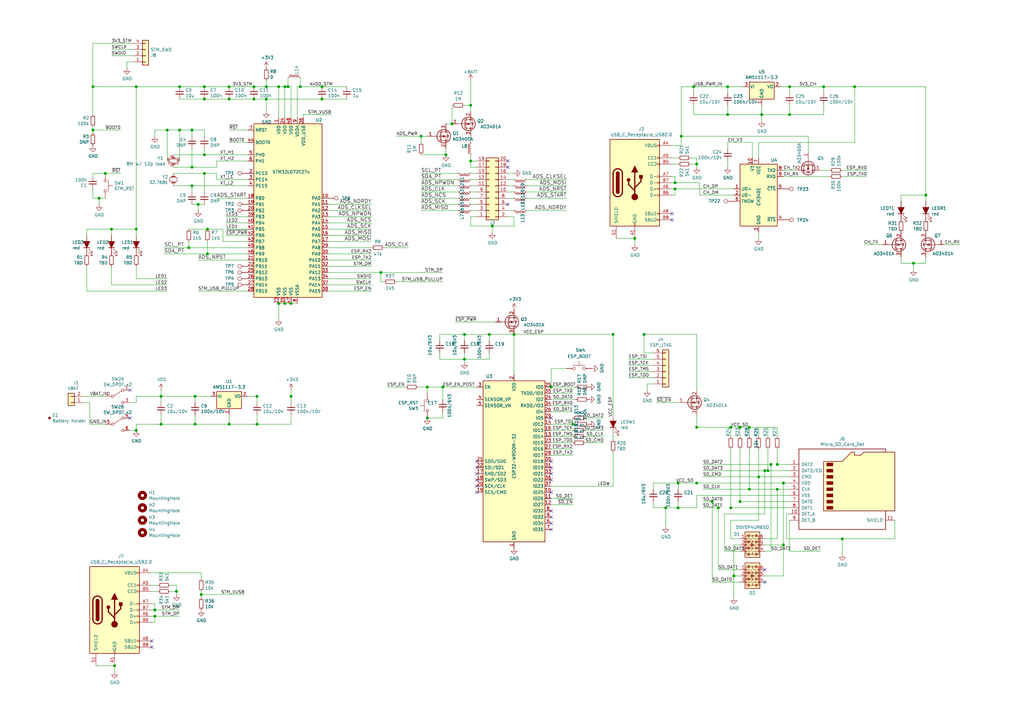
<source format=kicad_sch>
(kicad_sch (version 20210126) (generator eeschema)

  (paper "A3")

  (lib_symbols
    (symbol "Connector:Micro_SD_Card_Det" (pin_names (offset 1.016)) (in_bom yes) (on_board yes)
      (property "Reference" "J" (id 0) (at -16.51 17.78 0)
        (effects (font (size 1.27 1.27)))
      )
      (property "Value" "Micro_SD_Card_Det" (id 1) (at 16.51 17.78 0)
        (effects (font (size 1.27 1.27)) (justify right))
      )
      (property "Footprint" "" (id 2) (at 52.07 17.78 0)
        (effects (font (size 1.27 1.27)) hide)
      )
      (property "Datasheet" "https://www.hirose.com/product/en/download_file/key_name/DM3/category/Catalog/doc_file_id/49662/?file_category_id=4&item_id=195&is_series=1" (id 3) (at 0 2.54 0)
        (effects (font (size 1.27 1.27)) hide)
      )
      (property "ki_keywords" "connector SD microsd" (id 4) (at 0 0 0)
        (effects (font (size 1.27 1.27)) hide)
      )
      (property "ki_description" "Micro SD Card Socket with card detection pins" (id 5) (at 0 0 0)
        (effects (font (size 1.27 1.27)) hide)
      )
      (property "ki_fp_filters" "microSD*" (id 6) (at 0 0 0)
        (effects (font (size 1.27 1.27)) hide)
      )
      (symbol "Micro_SD_Card_Det_0_1"
        (rectangle (start -7.62 -6.985) (end -5.08 -8.255)
          (stroke (width 0)) (fill (type outline))
        )
        (rectangle (start -7.62 -4.445) (end -5.08 -5.715)
          (stroke (width 0)) (fill (type outline))
        )
        (rectangle (start -7.62 -1.905) (end -5.08 -3.175)
          (stroke (width 0)) (fill (type outline))
        )
        (rectangle (start -7.62 0.635) (end -5.08 -0.635)
          (stroke (width 0)) (fill (type outline))
        )
        (rectangle (start -7.62 3.175) (end -5.08 1.905)
          (stroke (width 0)) (fill (type outline))
        )
        (rectangle (start -7.62 5.715) (end -5.08 4.445)
          (stroke (width 0)) (fill (type outline))
        )
        (rectangle (start -7.62 8.255) (end -5.08 6.985)
          (stroke (width 0)) (fill (type outline))
        )
        (rectangle (start -7.62 10.795) (end -5.08 9.525)
          (stroke (width 0)) (fill (type outline))
        )
        (polyline
          (pts
            (xy 16.51 15.24)
            (xy 16.51 16.51)
            (xy -19.05 16.51)
            (xy -19.05 -16.51)
            (xy 16.51 -16.51)
            (xy 16.51 -8.89)
          )
          (stroke (width 0.254)) (fill (type none))
        )
        (polyline
          (pts
            (xy -8.89 -8.89)
            (xy -8.89 11.43)
            (xy -1.27 11.43)
            (xy 2.54 15.24)
            (xy 3.81 15.24)
            (xy 3.81 13.97)
            (xy 6.35 13.97)
            (xy 7.62 15.24)
            (xy 20.32 15.24)
            (xy 20.32 -8.89)
            (xy -8.89 -8.89)
          )
          (stroke (width 0.254)) (fill (type background))
        )
      )
      (symbol "Micro_SD_Card_Det_1_1"
        (pin bidirectional line (at -22.86 10.16 0) (length 3.81)
          (name "DAT2" (effects (font (size 1.27 1.27))))
          (number "1" (effects (font (size 1.27 1.27))))
        )
        (pin passive line (at -22.86 -10.16 0) (length 3.81)
          (name "DET_A" (effects (font (size 1.27 1.27))))
          (number "10" (effects (font (size 1.27 1.27))))
        )
        (pin passive line (at 20.32 -12.7 180) (length 3.81)
          (name "SHIELD" (effects (font (size 1.27 1.27))))
          (number "11" (effects (font (size 1.27 1.27))))
        )
        (pin bidirectional line (at -22.86 7.62 0) (length 3.81)
          (name "DAT3/CD" (effects (font (size 1.27 1.27))))
          (number "2" (effects (font (size 1.27 1.27))))
        )
        (pin input line (at -22.86 5.08 0) (length 3.81)
          (name "CMD" (effects (font (size 1.27 1.27))))
          (number "3" (effects (font (size 1.27 1.27))))
        )
        (pin power_in line (at -22.86 2.54 0) (length 3.81)
          (name "VDD" (effects (font (size 1.27 1.27))))
          (number "4" (effects (font (size 1.27 1.27))))
        )
        (pin input line (at -22.86 0 0) (length 3.81)
          (name "CLK" (effects (font (size 1.27 1.27))))
          (number "5" (effects (font (size 1.27 1.27))))
        )
        (pin power_in line (at -22.86 -2.54 0) (length 3.81)
          (name "VSS" (effects (font (size 1.27 1.27))))
          (number "6" (effects (font (size 1.27 1.27))))
        )
        (pin bidirectional line (at -22.86 -5.08 0) (length 3.81)
          (name "DAT0" (effects (font (size 1.27 1.27))))
          (number "7" (effects (font (size 1.27 1.27))))
        )
        (pin bidirectional line (at -22.86 -7.62 0) (length 3.81)
          (name "DAT1" (effects (font (size 1.27 1.27))))
          (number "8" (effects (font (size 1.27 1.27))))
        )
        (pin passive line (at -22.86 -12.7 0) (length 3.81)
          (name "DET_B" (effects (font (size 1.27 1.27))))
          (number "9" (effects (font (size 1.27 1.27))))
        )
      )
    )
    (symbol "Connector:TestPoint" (pin_numbers hide) (pin_names (offset 0.762) hide) (in_bom yes) (on_board yes)
      (property "Reference" "TP" (id 0) (at 0 6.858 0)
        (effects (font (size 1.27 1.27)))
      )
      (property "Value" "TestPoint" (id 1) (at 0 5.08 0)
        (effects (font (size 1.27 1.27)))
      )
      (property "Footprint" "" (id 2) (at 5.08 0 0)
        (effects (font (size 1.27 1.27)) hide)
      )
      (property "Datasheet" "~" (id 3) (at 5.08 0 0)
        (effects (font (size 1.27 1.27)) hide)
      )
      (property "ki_keywords" "test point tp" (id 4) (at 0 0 0)
        (effects (font (size 1.27 1.27)) hide)
      )
      (property "ki_description" "test point" (id 5) (at 0 0 0)
        (effects (font (size 1.27 1.27)) hide)
      )
      (property "ki_fp_filters" "Pin* Test*" (id 6) (at 0 0 0)
        (effects (font (size 1.27 1.27)) hide)
      )
      (symbol "TestPoint_0_1"
        (circle (center 0 3.302) (radius 0.762) (stroke (width 0)) (fill (type none)))
      )
      (symbol "TestPoint_1_1"
        (pin passive line (at 0 0 90) (length 2.54)
          (name "1" (effects (font (size 1.27 1.27))))
          (number "1" (effects (font (size 1.27 1.27))))
        )
      )
    )
    (symbol "Connector:USB_C_Receptacle_USB2.0" (pin_names (offset 1.016)) (in_bom yes) (on_board yes)
      (property "Reference" "J" (id 0) (at -10.16 19.05 0)
        (effects (font (size 1.27 1.27)) (justify left))
      )
      (property "Value" "USB_C_Receptacle_USB2.0" (id 1) (at 19.05 19.05 0)
        (effects (font (size 1.27 1.27)) (justify right))
      )
      (property "Footprint" "" (id 2) (at 3.81 0 0)
        (effects (font (size 1.27 1.27)) hide)
      )
      (property "Datasheet" "https://www.usb.org/sites/default/files/documents/usb_type-c.zip" (id 3) (at 3.81 0 0)
        (effects (font (size 1.27 1.27)) hide)
      )
      (property "ki_keywords" "usb universal serial bus type-C USB2.0" (id 4) (at 0 0 0)
        (effects (font (size 1.27 1.27)) hide)
      )
      (property "ki_description" "USB 2.0-only Type-C Receptacle connector" (id 5) (at 0 0 0)
        (effects (font (size 1.27 1.27)) hide)
      )
      (property "ki_fp_filters" "USB*C*Receptacle*" (id 6) (at 0 0 0)
        (effects (font (size 1.27 1.27)) hide)
      )
      (symbol "USB_C_Receptacle_USB2.0_0_0"
        (rectangle (start -0.254 -17.78) (end 0.254 -16.764)
          (stroke (width 0)) (fill (type none))
        )
        (rectangle (start 10.16 -14.986) (end 9.144 -15.494)
          (stroke (width 0)) (fill (type none))
        )
        (rectangle (start 10.16 -12.446) (end 9.144 -12.954)
          (stroke (width 0)) (fill (type none))
        )
        (rectangle (start 10.16 -4.826) (end 9.144 -5.334)
          (stroke (width 0)) (fill (type none))
        )
        (rectangle (start 10.16 -2.286) (end 9.144 -2.794)
          (stroke (width 0)) (fill (type none))
        )
        (rectangle (start 10.16 0.254) (end 9.144 -0.254)
          (stroke (width 0)) (fill (type none))
        )
        (rectangle (start 10.16 2.794) (end 9.144 2.286)
          (stroke (width 0)) (fill (type none))
        )
        (rectangle (start 10.16 7.874) (end 9.144 7.366)
          (stroke (width 0)) (fill (type none))
        )
        (rectangle (start 10.16 10.414) (end 9.144 9.906)
          (stroke (width 0)) (fill (type none))
        )
        (rectangle (start 10.16 15.494) (end 9.144 14.986)
          (stroke (width 0)) (fill (type none))
        )
      )
      (symbol "USB_C_Receptacle_USB2.0_0_1"
        (arc (start -8.89 -3.81) (end -5.08 -3.81) (radius (at -6.985 -3.81) (length 1.905) (angles -179.9 -0.1))
          (stroke (width 0.508)) (fill (type none))
        )
        (arc (start -7.62 -3.81) (end -6.35 -3.81) (radius (at -6.985 -3.81) (length 0.635) (angles -179.9 -0.1))
          (stroke (width 0.254)) (fill (type none))
        )
        (arc (start -7.62 -3.81) (end -6.35 -3.81) (radius (at -6.985 -3.81) (length 0.635) (angles -179.9 -0.1))
          (stroke (width 0.254)) (fill (type outline))
        )
        (arc (start -6.35 3.81) (end -7.62 3.81) (radius (at -6.985 3.81) (length 0.635) (angles 0.1 179.9))
          (stroke (width 0.254)) (fill (type outline))
        )
        (arc (start -6.35 3.81) (end -7.62 3.81) (radius (at -6.985 3.81) (length 0.635) (angles 0.1 179.9))
          (stroke (width 0.254)) (fill (type none))
        )
        (arc (start -5.08 3.81) (end -8.89 3.81) (radius (at -6.985 3.81) (length 1.905) (angles 0.1 179.9))
          (stroke (width 0.508)) (fill (type none))
        )
        (circle (center -2.54 1.143) (radius 0.635) (stroke (width 0.254)) (fill (type outline)))
        (circle (center 0 -5.842) (radius 1.27) (stroke (width 0)) (fill (type outline)))
        (rectangle (start -10.16 17.78) (end 10.16 -17.78)
          (stroke (width 0.254)) (fill (type background))
        )
        (rectangle (start -7.62 -3.81) (end -6.35 3.81)
          (stroke (width 0.254)) (fill (type outline))
        )
        (rectangle (start 1.905 1.778) (end 3.175 3.048)
          (stroke (width 0.254)) (fill (type outline))
        )
        (polyline
          (pts
            (xy -8.89 -3.81)
            (xy -8.89 3.81)
          )
          (stroke (width 0.508)) (fill (type none))
        )
        (polyline
          (pts
            (xy -5.08 3.81)
            (xy -5.08 -3.81)
          )
          (stroke (width 0.508)) (fill (type none))
        )
        (polyline
          (pts
            (xy 0 -5.842)
            (xy 0 4.318)
          )
          (stroke (width 0.508)) (fill (type none))
        )
        (polyline
          (pts
            (xy 0 -3.302)
            (xy -2.54 -0.762)
            (xy -2.54 0.508)
          )
          (stroke (width 0.508)) (fill (type none))
        )
        (polyline
          (pts
            (xy 0 -2.032)
            (xy 2.54 0.508)
            (xy 2.54 1.778)
          )
          (stroke (width 0.508)) (fill (type none))
        )
        (polyline
          (pts
            (xy -1.27 4.318)
            (xy 0 6.858)
            (xy 1.27 4.318)
            (xy -1.27 4.318)
          )
          (stroke (width 0.254)) (fill (type outline))
        )
      )
      (symbol "USB_C_Receptacle_USB2.0_1_1"
        (pin passive line (at 0 -22.86 90) (length 5.08)
          (name "GND" (effects (font (size 1.27 1.27))))
          (number "A1" (effects (font (size 1.27 1.27))))
        )
        (pin passive line (at 0 -22.86 90) (length 5.08) hide
          (name "GND" (effects (font (size 1.27 1.27))))
          (number "A12" (effects (font (size 1.27 1.27))))
        )
        (pin passive line (at 15.24 15.24 180) (length 5.08)
          (name "VBUS" (effects (font (size 1.27 1.27))))
          (number "A4" (effects (font (size 1.27 1.27))))
        )
        (pin bidirectional line (at 15.24 10.16 180) (length 5.08)
          (name "CC1" (effects (font (size 1.27 1.27))))
          (number "A5" (effects (font (size 1.27 1.27))))
        )
        (pin bidirectional line (at 15.24 -2.54 180) (length 5.08)
          (name "D+" (effects (font (size 1.27 1.27))))
          (number "A6" (effects (font (size 1.27 1.27))))
        )
        (pin bidirectional line (at 15.24 2.54 180) (length 5.08)
          (name "D-" (effects (font (size 1.27 1.27))))
          (number "A7" (effects (font (size 1.27 1.27))))
        )
        (pin bidirectional line (at 15.24 -12.7 180) (length 5.08)
          (name "SBU1" (effects (font (size 1.27 1.27))))
          (number "A8" (effects (font (size 1.27 1.27))))
        )
        (pin passive line (at 15.24 15.24 180) (length 5.08) hide
          (name "VBUS" (effects (font (size 1.27 1.27))))
          (number "A9" (effects (font (size 1.27 1.27))))
        )
        (pin passive line (at 0 -22.86 90) (length 5.08) hide
          (name "GND" (effects (font (size 1.27 1.27))))
          (number "B1" (effects (font (size 1.27 1.27))))
        )
        (pin passive line (at 0 -22.86 90) (length 5.08) hide
          (name "GND" (effects (font (size 1.27 1.27))))
          (number "B12" (effects (font (size 1.27 1.27))))
        )
        (pin passive line (at 15.24 15.24 180) (length 5.08) hide
          (name "VBUS" (effects (font (size 1.27 1.27))))
          (number "B4" (effects (font (size 1.27 1.27))))
        )
        (pin bidirectional line (at 15.24 7.62 180) (length 5.08)
          (name "CC2" (effects (font (size 1.27 1.27))))
          (number "B5" (effects (font (size 1.27 1.27))))
        )
        (pin bidirectional line (at 15.24 -5.08 180) (length 5.08)
          (name "D+" (effects (font (size 1.27 1.27))))
          (number "B6" (effects (font (size 1.27 1.27))))
        )
        (pin bidirectional line (at 15.24 0 180) (length 5.08)
          (name "D-" (effects (font (size 1.27 1.27))))
          (number "B7" (effects (font (size 1.27 1.27))))
        )
        (pin bidirectional line (at 15.24 -15.24 180) (length 5.08)
          (name "SBU2" (effects (font (size 1.27 1.27))))
          (number "B8" (effects (font (size 1.27 1.27))))
        )
        (pin passive line (at 15.24 15.24 180) (length 5.08) hide
          (name "VBUS" (effects (font (size 1.27 1.27))))
          (number "B9" (effects (font (size 1.27 1.27))))
        )
        (pin passive line (at -7.62 -22.86 90) (length 5.08)
          (name "SHIELD" (effects (font (size 1.27 1.27))))
          (number "S1" (effects (font (size 1.27 1.27))))
        )
      )
    )
    (symbol "Connector_Generic:Conn_01x02" (pin_names (offset 1.016) hide) (in_bom yes) (on_board yes)
      (property "Reference" "J" (id 0) (at 0 2.54 0)
        (effects (font (size 1.27 1.27)))
      )
      (property "Value" "Conn_01x02" (id 1) (at 0 -5.08 0)
        (effects (font (size 1.27 1.27)))
      )
      (property "Footprint" "" (id 2) (at 0 0 0)
        (effects (font (size 1.27 1.27)) hide)
      )
      (property "Datasheet" "~" (id 3) (at 0 0 0)
        (effects (font (size 1.27 1.27)) hide)
      )
      (property "ki_keywords" "connector" (id 4) (at 0 0 0)
        (effects (font (size 1.27 1.27)) hide)
      )
      (property "ki_description" "Generic connector, single row, 01x02, script generated (kicad-library-utils/schlib/autogen/connector/)" (id 5) (at 0 0 0)
        (effects (font (size 1.27 1.27)) hide)
      )
      (property "ki_fp_filters" "Connector*:*_1x??_*" (id 6) (at 0 0 0)
        (effects (font (size 1.27 1.27)) hide)
      )
      (symbol "Conn_01x02_1_1"
        (rectangle (start -1.27 -2.413) (end 0 -2.667)
          (stroke (width 0.1524)) (fill (type none))
        )
        (rectangle (start -1.27 0.127) (end 0 -0.127)
          (stroke (width 0.1524)) (fill (type none))
        )
        (rectangle (start -1.27 1.27) (end 1.27 -3.81)
          (stroke (width 0.254)) (fill (type background))
        )
        (pin passive line (at -5.08 0 0) (length 3.81)
          (name "Pin_1" (effects (font (size 1.27 1.27))))
          (number "1" (effects (font (size 1.27 1.27))))
        )
        (pin passive line (at -5.08 -2.54 0) (length 3.81)
          (name "Pin_2" (effects (font (size 1.27 1.27))))
          (number "2" (effects (font (size 1.27 1.27))))
        )
      )
    )
    (symbol "Connector_Generic:Conn_01x04" (pin_names (offset 1.016) hide) (in_bom yes) (on_board yes)
      (property "Reference" "J" (id 0) (at 0 5.08 0)
        (effects (font (size 1.27 1.27)))
      )
      (property "Value" "Conn_01x04" (id 1) (at 0 -7.62 0)
        (effects (font (size 1.27 1.27)))
      )
      (property "Footprint" "" (id 2) (at 0 0 0)
        (effects (font (size 1.27 1.27)) hide)
      )
      (property "Datasheet" "~" (id 3) (at 0 0 0)
        (effects (font (size 1.27 1.27)) hide)
      )
      (property "ki_keywords" "connector" (id 4) (at 0 0 0)
        (effects (font (size 1.27 1.27)) hide)
      )
      (property "ki_description" "Generic connector, single row, 01x04, script generated (kicad-library-utils/schlib/autogen/connector/)" (id 5) (at 0 0 0)
        (effects (font (size 1.27 1.27)) hide)
      )
      (property "ki_fp_filters" "Connector*:*_1x??_*" (id 6) (at 0 0 0)
        (effects (font (size 1.27 1.27)) hide)
      )
      (symbol "Conn_01x04_1_1"
        (rectangle (start -1.27 -4.953) (end 0 -5.207)
          (stroke (width 0.1524)) (fill (type none))
        )
        (rectangle (start -1.27 -2.413) (end 0 -2.667)
          (stroke (width 0.1524)) (fill (type none))
        )
        (rectangle (start -1.27 2.667) (end 0 2.413)
          (stroke (width 0.1524)) (fill (type none))
        )
        (rectangle (start -1.27 3.81) (end 1.27 -6.35)
          (stroke (width 0.254)) (fill (type background))
        )
        (rectangle (start -1.27 0.127) (end 0 -0.127)
          (stroke (width 0.1524)) (fill (type none))
        )
        (pin passive line (at -5.08 2.54 0) (length 3.81)
          (name "Pin_1" (effects (font (size 1.27 1.27))))
          (number "1" (effects (font (size 1.27 1.27))))
        )
        (pin passive line (at -5.08 0 0) (length 3.81)
          (name "Pin_2" (effects (font (size 1.27 1.27))))
          (number "2" (effects (font (size 1.27 1.27))))
        )
        (pin passive line (at -5.08 -2.54 0) (length 3.81)
          (name "Pin_3" (effects (font (size 1.27 1.27))))
          (number "3" (effects (font (size 1.27 1.27))))
        )
        (pin passive line (at -5.08 -5.08 0) (length 3.81)
          (name "Pin_4" (effects (font (size 1.27 1.27))))
          (number "4" (effects (font (size 1.27 1.27))))
        )
      )
    )
    (symbol "Connector_Generic:Conn_01x06" (pin_names (offset 1.016) hide) (in_bom yes) (on_board yes)
      (property "Reference" "J" (id 0) (at 0 7.62 0)
        (effects (font (size 1.27 1.27)))
      )
      (property "Value" "Conn_01x06" (id 1) (at 0 -10.16 0)
        (effects (font (size 1.27 1.27)))
      )
      (property "Footprint" "" (id 2) (at 0 0 0)
        (effects (font (size 1.27 1.27)) hide)
      )
      (property "Datasheet" "~" (id 3) (at 0 0 0)
        (effects (font (size 1.27 1.27)) hide)
      )
      (property "ki_keywords" "connector" (id 4) (at 0 0 0)
        (effects (font (size 1.27 1.27)) hide)
      )
      (property "ki_description" "Generic connector, single row, 01x06, script generated (kicad-library-utils/schlib/autogen/connector/)" (id 5) (at 0 0 0)
        (effects (font (size 1.27 1.27)) hide)
      )
      (property "ki_fp_filters" "Connector*:*_1x??_*" (id 6) (at 0 0 0)
        (effects (font (size 1.27 1.27)) hide)
      )
      (symbol "Conn_01x06_1_1"
        (rectangle (start -1.27 -4.953) (end 0 -5.207)
          (stroke (width 0.1524)) (fill (type none))
        )
        (rectangle (start -1.27 -7.493) (end 0 -7.747)
          (stroke (width 0.1524)) (fill (type none))
        )
        (rectangle (start -1.27 -2.413) (end 0 -2.667)
          (stroke (width 0.1524)) (fill (type none))
        )
        (rectangle (start -1.27 2.667) (end 0 2.413)
          (stroke (width 0.1524)) (fill (type none))
        )
        (rectangle (start -1.27 5.207) (end 0 4.953)
          (stroke (width 0.1524)) (fill (type none))
        )
        (rectangle (start -1.27 6.35) (end 1.27 -8.89)
          (stroke (width 0.254)) (fill (type background))
        )
        (rectangle (start -1.27 0.127) (end 0 -0.127)
          (stroke (width 0.1524)) (fill (type none))
        )
        (pin passive line (at -5.08 5.08 0) (length 3.81)
          (name "Pin_1" (effects (font (size 1.27 1.27))))
          (number "1" (effects (font (size 1.27 1.27))))
        )
        (pin passive line (at -5.08 2.54 0) (length 3.81)
          (name "Pin_2" (effects (font (size 1.27 1.27))))
          (number "2" (effects (font (size 1.27 1.27))))
        )
        (pin passive line (at -5.08 0 0) (length 3.81)
          (name "Pin_3" (effects (font (size 1.27 1.27))))
          (number "3" (effects (font (size 1.27 1.27))))
        )
        (pin passive line (at -5.08 -2.54 0) (length 3.81)
          (name "Pin_4" (effects (font (size 1.27 1.27))))
          (number "4" (effects (font (size 1.27 1.27))))
        )
        (pin passive line (at -5.08 -5.08 0) (length 3.81)
          (name "Pin_5" (effects (font (size 1.27 1.27))))
          (number "5" (effects (font (size 1.27 1.27))))
        )
        (pin passive line (at -5.08 -7.62 0) (length 3.81)
          (name "Pin_6" (effects (font (size 1.27 1.27))))
          (number "6" (effects (font (size 1.27 1.27))))
        )
      )
    )
    (symbol "Device:C_Small" (pin_numbers hide) (pin_names (offset 0.254) hide) (in_bom yes) (on_board yes)
      (property "Reference" "C" (id 0) (at 0.254 1.778 0)
        (effects (font (size 1.27 1.27)) (justify left))
      )
      (property "Value" "C_Small" (id 1) (at 0.254 -2.032 0)
        (effects (font (size 1.27 1.27)) (justify left))
      )
      (property "Footprint" "" (id 2) (at 0 0 0)
        (effects (font (size 1.27 1.27)) hide)
      )
      (property "Datasheet" "~" (id 3) (at 0 0 0)
        (effects (font (size 1.27 1.27)) hide)
      )
      (property "ki_keywords" "capacitor cap" (id 4) (at 0 0 0)
        (effects (font (size 1.27 1.27)) hide)
      )
      (property "ki_description" "Unpolarized capacitor, small symbol" (id 5) (at 0 0 0)
        (effects (font (size 1.27 1.27)) hide)
      )
      (property "ki_fp_filters" "C_*" (id 6) (at 0 0 0)
        (effects (font (size 1.27 1.27)) hide)
      )
      (symbol "C_Small_0_1"
        (polyline
          (pts
            (xy -1.524 -0.508)
            (xy 1.524 -0.508)
          )
          (stroke (width 0.3302)) (fill (type none))
        )
        (polyline
          (pts
            (xy -1.524 0.508)
            (xy 1.524 0.508)
          )
          (stroke (width 0.3048)) (fill (type none))
        )
      )
      (symbol "C_Small_1_1"
        (pin passive line (at 0 2.54 270) (length 2.032)
          (name "~" (effects (font (size 1.27 1.27))))
          (number "1" (effects (font (size 1.27 1.27))))
        )
        (pin passive line (at 0 -2.54 90) (length 2.032)
          (name "~" (effects (font (size 1.27 1.27))))
          (number "2" (effects (font (size 1.27 1.27))))
        )
      )
    )
    (symbol "Device:Crystal_GND24_Small" (pin_names (offset 1.016) hide) (in_bom yes) (on_board yes)
      (property "Reference" "Y" (id 0) (at 1.27 4.445 0)
        (effects (font (size 1.27 1.27)) (justify left))
      )
      (property "Value" "Crystal_GND24_Small" (id 1) (at 1.27 2.54 0)
        (effects (font (size 1.27 1.27)) (justify left))
      )
      (property "Footprint" "" (id 2) (at 0 0 0)
        (effects (font (size 1.27 1.27)) hide)
      )
      (property "Datasheet" "~" (id 3) (at 0 0 0)
        (effects (font (size 1.27 1.27)) hide)
      )
      (property "ki_keywords" "quartz ceramic resonator oscillator" (id 4) (at 0 0 0)
        (effects (font (size 1.27 1.27)) hide)
      )
      (property "ki_description" "Four pin crystal, GND on pins 2 and 4, small symbol" (id 5) (at 0 0 0)
        (effects (font (size 1.27 1.27)) hide)
      )
      (property "ki_fp_filters" "Crystal*" (id 6) (at 0 0 0)
        (effects (font (size 1.27 1.27)) hide)
      )
      (symbol "Crystal_GND24_Small_0_1"
        (rectangle (start -0.762 -1.524) (end 0.762 1.524)
          (stroke (width 0)) (fill (type none))
        )
        (polyline
          (pts
            (xy -1.27 -0.762)
            (xy -1.27 0.762)
          )
          (stroke (width 0.381)) (fill (type none))
        )
        (polyline
          (pts
            (xy 1.27 -0.762)
            (xy 1.27 0.762)
          )
          (stroke (width 0.381)) (fill (type none))
        )
        (polyline
          (pts
            (xy -1.27 -1.27)
            (xy -1.27 -1.905)
            (xy 1.27 -1.905)
            (xy 1.27 -1.27)
          )
          (stroke (width 0)) (fill (type none))
        )
        (polyline
          (pts
            (xy -1.27 1.27)
            (xy -1.27 1.905)
            (xy 1.27 1.905)
            (xy 1.27 1.27)
          )
          (stroke (width 0)) (fill (type none))
        )
      )
      (symbol "Crystal_GND24_Small_1_1"
        (pin passive line (at -2.54 0 0) (length 1.27)
          (name "1" (effects (font (size 1.27 1.27))))
          (number "1" (effects (font (size 0.762 0.762))))
        )
        (pin passive line (at 0 -2.54 90) (length 0.635)
          (name "2" (effects (font (size 1.27 1.27))))
          (number "2" (effects (font (size 0.762 0.762))))
        )
        (pin passive line (at 2.54 0 180) (length 1.27)
          (name "3" (effects (font (size 1.27 1.27))))
          (number "3" (effects (font (size 0.762 0.762))))
        )
        (pin passive line (at 0 2.54 270) (length 0.635)
          (name "4" (effects (font (size 1.27 1.27))))
          (number "4" (effects (font (size 0.762 0.762))))
        )
      )
    )
    (symbol "Device:Crystal_Small" (pin_numbers hide) (pin_names (offset 1.016) hide) (in_bom yes) (on_board yes)
      (property "Reference" "Y" (id 0) (at 0 2.54 0)
        (effects (font (size 1.27 1.27)))
      )
      (property "Value" "Crystal_Small" (id 1) (at 0 -2.54 0)
        (effects (font (size 1.27 1.27)))
      )
      (property "Footprint" "" (id 2) (at 0 0 0)
        (effects (font (size 1.27 1.27)) hide)
      )
      (property "Datasheet" "~" (id 3) (at 0 0 0)
        (effects (font (size 1.27 1.27)) hide)
      )
      (property "ki_keywords" "quartz ceramic resonator oscillator" (id 4) (at 0 0 0)
        (effects (font (size 1.27 1.27)) hide)
      )
      (property "ki_description" "Two pin crystal, small symbol" (id 5) (at 0 0 0)
        (effects (font (size 1.27 1.27)) hide)
      )
      (property "ki_fp_filters" "Crystal*" (id 6) (at 0 0 0)
        (effects (font (size 1.27 1.27)) hide)
      )
      (symbol "Crystal_Small_0_1"
        (rectangle (start -0.762 -1.524) (end 0.762 1.524)
          (stroke (width 0)) (fill (type none))
        )
        (polyline
          (pts
            (xy -1.27 -0.762)
            (xy -1.27 0.762)
          )
          (stroke (width 0.381)) (fill (type none))
        )
        (polyline
          (pts
            (xy 1.27 -0.762)
            (xy 1.27 0.762)
          )
          (stroke (width 0.381)) (fill (type none))
        )
      )
      (symbol "Crystal_Small_1_1"
        (pin passive line (at -2.54 0 0) (length 1.27)
          (name "1" (effects (font (size 1.27 1.27))))
          (number "1" (effects (font (size 1.27 1.27))))
        )
        (pin passive line (at 2.54 0 180) (length 1.27)
          (name "2" (effects (font (size 1.27 1.27))))
          (number "2" (effects (font (size 1.27 1.27))))
        )
      )
    )
    (symbol "Device:LED_Filled" (pin_numbers hide) (pin_names (offset 1.016) hide) (in_bom yes) (on_board yes)
      (property "Reference" "D" (id 0) (at 0 2.54 0)
        (effects (font (size 1.27 1.27)))
      )
      (property "Value" "LED_Filled" (id 1) (at 0 -2.54 0)
        (effects (font (size 1.27 1.27)))
      )
      (property "Footprint" "" (id 2) (at 0 0 0)
        (effects (font (size 1.27 1.27)) hide)
      )
      (property "Datasheet" "~" (id 3) (at 0 0 0)
        (effects (font (size 1.27 1.27)) hide)
      )
      (property "ki_keywords" "LED diode" (id 4) (at 0 0 0)
        (effects (font (size 1.27 1.27)) hide)
      )
      (property "ki_description" "Light emitting diode, filled shape" (id 5) (at 0 0 0)
        (effects (font (size 1.27 1.27)) hide)
      )
      (property "ki_fp_filters" "LED* LED_SMD:* LED_THT:*" (id 6) (at 0 0 0)
        (effects (font (size 1.27 1.27)) hide)
      )
      (symbol "LED_Filled_0_1"
        (polyline
          (pts
            (xy -1.27 -1.27)
            (xy -1.27 1.27)
          )
          (stroke (width 0.254)) (fill (type none))
        )
        (polyline
          (pts
            (xy -1.27 0)
            (xy 1.27 0)
          )
          (stroke (width 0)) (fill (type none))
        )
        (polyline
          (pts
            (xy 1.27 -1.27)
            (xy 1.27 1.27)
            (xy -1.27 0)
            (xy 1.27 -1.27)
          )
          (stroke (width 0.254)) (fill (type outline))
        )
        (polyline
          (pts
            (xy -3.048 -0.762)
            (xy -4.572 -2.286)
            (xy -3.81 -2.286)
            (xy -4.572 -2.286)
            (xy -4.572 -1.524)
          )
          (stroke (width 0)) (fill (type none))
        )
        (polyline
          (pts
            (xy -1.778 -0.762)
            (xy -3.302 -2.286)
            (xy -2.54 -2.286)
            (xy -3.302 -2.286)
            (xy -3.302 -1.524)
          )
          (stroke (width 0)) (fill (type none))
        )
      )
      (symbol "LED_Filled_1_1"
        (pin passive line (at -3.81 0 0) (length 2.54)
          (name "K" (effects (font (size 1.27 1.27))))
          (number "1" (effects (font (size 1.27 1.27))))
        )
        (pin passive line (at 3.81 0 180) (length 2.54)
          (name "A" (effects (font (size 1.27 1.27))))
          (number "2" (effects (font (size 1.27 1.27))))
        )
      )
    )
    (symbol "Device:R_Small" (pin_numbers hide) (pin_names (offset 0.254) hide) (in_bom yes) (on_board yes)
      (property "Reference" "R" (id 0) (at 0.762 0.508 0)
        (effects (font (size 1.27 1.27)) (justify left))
      )
      (property "Value" "R_Small" (id 1) (at 0.762 -1.016 0)
        (effects (font (size 1.27 1.27)) (justify left))
      )
      (property "Footprint" "" (id 2) (at 0 0 0)
        (effects (font (size 1.27 1.27)) hide)
      )
      (property "Datasheet" "~" (id 3) (at 0 0 0)
        (effects (font (size 1.27 1.27)) hide)
      )
      (property "ki_keywords" "R resistor" (id 4) (at 0 0 0)
        (effects (font (size 1.27 1.27)) hide)
      )
      (property "ki_description" "Resistor, small symbol" (id 5) (at 0 0 0)
        (effects (font (size 1.27 1.27)) hide)
      )
      (property "ki_fp_filters" "R_*" (id 6) (at 0 0 0)
        (effects (font (size 1.27 1.27)) hide)
      )
      (symbol "R_Small_0_1"
        (rectangle (start -0.762 1.778) (end 0.762 -1.778)
          (stroke (width 0.2032)) (fill (type none))
        )
      )
      (symbol "R_Small_1_1"
        (pin passive line (at 0 2.54 270) (length 0.762)
          (name "~" (effects (font (size 1.27 1.27))))
          (number "1" (effects (font (size 1.27 1.27))))
        )
        (pin passive line (at 0 -2.54 90) (length 0.762)
          (name "~" (effects (font (size 1.27 1.27))))
          (number "2" (effects (font (size 1.27 1.27))))
        )
      )
    )
    (symbol "Interface_USB:CH340E" (in_bom yes) (on_board yes)
      (property "Reference" "U" (id 0) (at -5.08 13.97 0)
        (effects (font (size 1.27 1.27)) (justify right))
      )
      (property "Value" "CH340E" (id 1) (at 1.27 13.97 0)
        (effects (font (size 1.27 1.27)) (justify left))
      )
      (property "Footprint" "Package_SO:MSOP-10_3x3mm_P0.5mm" (id 2) (at 1.27 -13.97 0)
        (effects (font (size 1.27 1.27)) (justify left) hide)
      )
      (property "Datasheet" "https://www.mpja.com/download/35227cpdata.pdf" (id 3) (at -8.89 20.32 0)
        (effects (font (size 1.27 1.27)) hide)
      )
      (property "ki_keywords" "USB UART Serial Converter Interface" (id 4) (at 0 0 0)
        (effects (font (size 1.27 1.27)) hide)
      )
      (property "ki_description" "USB serial converter, UART, MSOP-10" (id 5) (at 0 0 0)
        (effects (font (size 1.27 1.27)) hide)
      )
      (property "ki_fp_filters" "MSOP*3x3mm*P0.5mm*" (id 6) (at 0 0 0)
        (effects (font (size 1.27 1.27)) hide)
      )
      (symbol "CH340E_0_1"
        (rectangle (start -7.62 12.7) (end 7.62 -12.7)
          (stroke (width 0.254)) (fill (type background))
        )
      )
      (symbol "CH340E_1_1"
        (pin bidirectional line (at -10.16 2.54 0) (length 2.54)
          (name "UD+" (effects (font (size 1.27 1.27))))
          (number "1" (effects (font (size 1.27 1.27))))
        )
        (pin passive line (at -2.54 15.24 270) (length 2.54)
          (name "V3" (effects (font (size 1.27 1.27))))
          (number "10" (effects (font (size 1.27 1.27))))
        )
        (pin bidirectional line (at -10.16 0 0) (length 2.54)
          (name "UD-" (effects (font (size 1.27 1.27))))
          (number "2" (effects (font (size 1.27 1.27))))
        )
        (pin power_in line (at 0 -15.24 90) (length 2.54)
          (name "GND" (effects (font (size 1.27 1.27))))
          (number "3" (effects (font (size 1.27 1.27))))
        )
        (pin output line (at 10.16 -10.16 180) (length 2.54)
          (name "~RTS" (effects (font (size 1.27 1.27))))
          (number "4" (effects (font (size 1.27 1.27))))
        )
        (pin input line (at 10.16 2.54 180) (length 2.54)
          (name "~CTS" (effects (font (size 1.27 1.27))))
          (number "5" (effects (font (size 1.27 1.27))))
        )
        (pin output line (at -10.16 -2.54 0) (length 2.54)
          (name "TNOW" (effects (font (size 1.27 1.27))))
          (number "6" (effects (font (size 1.27 1.27))))
        )
        (pin power_in line (at 0 15.24 270) (length 2.54)
          (name "VCC" (effects (font (size 1.27 1.27))))
          (number "7" (effects (font (size 1.27 1.27))))
        )
        (pin output line (at 10.16 10.16 180) (length 2.54)
          (name "TXD" (effects (font (size 1.27 1.27))))
          (number "8" (effects (font (size 1.27 1.27))))
        )
        (pin input line (at 10.16 7.62 180) (length 2.54)
          (name "RXD" (effects (font (size 1.27 1.27))))
          (number "9" (effects (font (size 1.27 1.27))))
        )
      )
    )
    (symbol "MCU_ST_STM32L0:STM32L072CZTx" (in_bom yes) (on_board yes)
      (property "Reference" "U" (id 0) (at -15.24 36.83 0)
        (effects (font (size 1.27 1.27)) (justify left))
      )
      (property "Value" "STM32L072CZTx" (id 1) (at 7.62 36.83 0)
        (effects (font (size 1.27 1.27)) (justify left))
      )
      (property "Footprint" "Package_QFP:LQFP-48_7x7mm_P0.5mm" (id 2) (at -15.24 -35.56 0)
        (effects (font (size 1.27 1.27)) (justify right) hide)
      )
      (property "Datasheet" "http://www.st.com/st-web-ui/static/active/en/resource/technical/document/datasheet/DM00141133.pdf" (id 3) (at 0 0 0)
        (effects (font (size 1.27 1.27)) hide)
      )
      (property "ki_keywords" "ARM Cortex-M0+ STM32L0 STM32L0x2" (id 4) (at 0 0 0)
        (effects (font (size 1.27 1.27)) hide)
      )
      (property "ki_description" "ARM Cortex-M0+ MCU, 192KB flash, 20KB RAM, 32MHz, 1.65-3.6V, 37 GPIO, LQFP-48" (id 5) (at 0 0 0)
        (effects (font (size 1.27 1.27)) hide)
      )
      (property "ki_fp_filters" "LQFP*7x7mm*P0.5mm*" (id 6) (at 0 0 0)
        (effects (font (size 1.27 1.27)) hide)
      )
      (symbol "STM32L072CZTx_0_1"
        (rectangle (start -15.24 -35.56) (end 12.7 35.56)
          (stroke (width 0.254)) (fill (type background))
        )
      )
      (symbol "STM32L072CZTx_1_1"
        (pin input line (at -17.78 27.94 0) (length 2.54)
          (name "BOOT0" (effects (font (size 1.27 1.27))))
          (number "44" (effects (font (size 1.27 1.27))))
        )
        (pin input line (at -17.78 33.02 0) (length 2.54)
          (name "NRST" (effects (font (size 1.27 1.27))))
          (number "7" (effects (font (size 1.27 1.27))))
        )
        (pin bidirectional line (at 15.24 5.08 180) (length 2.54)
          (name "PA0" (effects (font (size 1.27 1.27))))
          (number "10" (effects (font (size 1.27 1.27))))
        )
        (pin bidirectional line (at 15.24 2.54 180) (length 2.54)
          (name "PA1" (effects (font (size 1.27 1.27))))
          (number "11" (effects (font (size 1.27 1.27))))
        )
        (pin bidirectional line (at 15.24 -20.32 180) (length 2.54)
          (name "PA10" (effects (font (size 1.27 1.27))))
          (number "31" (effects (font (size 1.27 1.27))))
        )
        (pin bidirectional line (at 15.24 -22.86 180) (length 2.54)
          (name "PA11" (effects (font (size 1.27 1.27))))
          (number "32" (effects (font (size 1.27 1.27))))
        )
        (pin bidirectional line (at 15.24 -25.4 180) (length 2.54)
          (name "PA12" (effects (font (size 1.27 1.27))))
          (number "33" (effects (font (size 1.27 1.27))))
        )
        (pin bidirectional line (at 15.24 -27.94 180) (length 2.54)
          (name "PA13" (effects (font (size 1.27 1.27))))
          (number "34" (effects (font (size 1.27 1.27))))
        )
        (pin bidirectional line (at 15.24 -30.48 180) (length 2.54)
          (name "PA14" (effects (font (size 1.27 1.27))))
          (number "37" (effects (font (size 1.27 1.27))))
        )
        (pin bidirectional line (at 15.24 -33.02 180) (length 2.54)
          (name "PA15" (effects (font (size 1.27 1.27))))
          (number "38" (effects (font (size 1.27 1.27))))
        )
        (pin bidirectional line (at 15.24 0 180) (length 2.54)
          (name "PA2" (effects (font (size 1.27 1.27))))
          (number "12" (effects (font (size 1.27 1.27))))
        )
        (pin bidirectional line (at 15.24 -2.54 180) (length 2.54)
          (name "PA3" (effects (font (size 1.27 1.27))))
          (number "13" (effects (font (size 1.27 1.27))))
        )
        (pin bidirectional line (at 15.24 -5.08 180) (length 2.54)
          (name "PA4" (effects (font (size 1.27 1.27))))
          (number "14" (effects (font (size 1.27 1.27))))
        )
        (pin bidirectional line (at 15.24 -7.62 180) (length 2.54)
          (name "PA5" (effects (font (size 1.27 1.27))))
          (number "15" (effects (font (size 1.27 1.27))))
        )
        (pin bidirectional line (at 15.24 -10.16 180) (length 2.54)
          (name "PA6" (effects (font (size 1.27 1.27))))
          (number "16" (effects (font (size 1.27 1.27))))
        )
        (pin bidirectional line (at 15.24 -12.7 180) (length 2.54)
          (name "PA7" (effects (font (size 1.27 1.27))))
          (number "17" (effects (font (size 1.27 1.27))))
        )
        (pin bidirectional line (at 15.24 -15.24 180) (length 2.54)
          (name "PA8" (effects (font (size 1.27 1.27))))
          (number "29" (effects (font (size 1.27 1.27))))
        )
        (pin bidirectional line (at 15.24 -17.78 180) (length 2.54)
          (name "PA9" (effects (font (size 1.27 1.27))))
          (number "30" (effects (font (size 1.27 1.27))))
        )
        (pin bidirectional line (at -17.78 5.08 0) (length 2.54)
          (name "PB0" (effects (font (size 1.27 1.27))))
          (number "18" (effects (font (size 1.27 1.27))))
        )
        (pin bidirectional line (at -17.78 2.54 0) (length 2.54)
          (name "PB1" (effects (font (size 1.27 1.27))))
          (number "19" (effects (font (size 1.27 1.27))))
        )
        (pin bidirectional line (at -17.78 -20.32 0) (length 2.54)
          (name "PB10" (effects (font (size 1.27 1.27))))
          (number "21" (effects (font (size 1.27 1.27))))
        )
        (pin bidirectional line (at -17.78 -22.86 0) (length 2.54)
          (name "PB11" (effects (font (size 1.27 1.27))))
          (number "22" (effects (font (size 1.27 1.27))))
        )
        (pin bidirectional line (at -17.78 -25.4 0) (length 2.54)
          (name "PB12" (effects (font (size 1.27 1.27))))
          (number "25" (effects (font (size 1.27 1.27))))
        )
        (pin bidirectional line (at -17.78 -27.94 0) (length 2.54)
          (name "PB13" (effects (font (size 1.27 1.27))))
          (number "26" (effects (font (size 1.27 1.27))))
        )
        (pin bidirectional line (at -17.78 -30.48 0) (length 2.54)
          (name "PB14" (effects (font (size 1.27 1.27))))
          (number "27" (effects (font (size 1.27 1.27))))
        )
        (pin bidirectional line (at -17.78 -33.02 0) (length 2.54)
          (name "PB15" (effects (font (size 1.27 1.27))))
          (number "28" (effects (font (size 1.27 1.27))))
        )
        (pin bidirectional line (at -17.78 0 0) (length 2.54)
          (name "PB2" (effects (font (size 1.27 1.27))))
          (number "20" (effects (font (size 1.27 1.27))))
        )
        (pin bidirectional line (at -17.78 -2.54 0) (length 2.54)
          (name "PB3" (effects (font (size 1.27 1.27))))
          (number "39" (effects (font (size 1.27 1.27))))
        )
        (pin bidirectional line (at -17.78 -5.08 0) (length 2.54)
          (name "PB4" (effects (font (size 1.27 1.27))))
          (number "40" (effects (font (size 1.27 1.27))))
        )
        (pin bidirectional line (at -17.78 -7.62 0) (length 2.54)
          (name "PB5" (effects (font (size 1.27 1.27))))
          (number "41" (effects (font (size 1.27 1.27))))
        )
        (pin bidirectional line (at -17.78 -10.16 0) (length 2.54)
          (name "PB6" (effects (font (size 1.27 1.27))))
          (number "42" (effects (font (size 1.27 1.27))))
        )
        (pin bidirectional line (at -17.78 -12.7 0) (length 2.54)
          (name "PB7" (effects (font (size 1.27 1.27))))
          (number "43" (effects (font (size 1.27 1.27))))
        )
        (pin bidirectional line (at -17.78 -15.24 0) (length 2.54)
          (name "PB8" (effects (font (size 1.27 1.27))))
          (number "45" (effects (font (size 1.27 1.27))))
        )
        (pin bidirectional line (at -17.78 -17.78 0) (length 2.54)
          (name "PB9" (effects (font (size 1.27 1.27))))
          (number "46" (effects (font (size 1.27 1.27))))
        )
        (pin bidirectional line (at -17.78 15.24 0) (length 2.54)
          (name "PC13" (effects (font (size 1.27 1.27))))
          (number "2" (effects (font (size 1.27 1.27))))
        )
        (pin bidirectional line (at -17.78 12.7 0) (length 2.54)
          (name "PC14" (effects (font (size 1.27 1.27))))
          (number "3" (effects (font (size 1.27 1.27))))
        )
        (pin bidirectional line (at -17.78 10.16 0) (length 2.54)
          (name "PC15" (effects (font (size 1.27 1.27))))
          (number "4" (effects (font (size 1.27 1.27))))
        )
        (pin input line (at -17.78 22.86 0) (length 2.54)
          (name "PH0" (effects (font (size 1.27 1.27))))
          (number "5" (effects (font (size 1.27 1.27))))
        )
        (pin input line (at -17.78 20.32 0) (length 2.54)
          (name "PH1" (effects (font (size 1.27 1.27))))
          (number "6" (effects (font (size 1.27 1.27))))
        )
        (pin power_in line (at -5.08 38.1 270) (length 2.54)
          (name "VDD" (effects (font (size 1.27 1.27))))
          (number "1" (effects (font (size 1.27 1.27))))
        )
        (pin power_in line (at -2.54 38.1 270) (length 2.54)
          (name "VDD" (effects (font (size 1.27 1.27))))
          (number "24" (effects (font (size 1.27 1.27))))
        )
        (pin power_in line (at 0 38.1 270) (length 2.54)
          (name "VDD" (effects (font (size 1.27 1.27))))
          (number "48" (effects (font (size 1.27 1.27))))
        )
        (pin power_in line (at 2.54 38.1 270) (length 2.54)
          (name "VDDA" (effects (font (size 1.27 1.27))))
          (number "9" (effects (font (size 1.27 1.27))))
        )
        (pin power_in line (at 5.08 38.1 270) (length 2.54)
          (name "VDD_USB" (effects (font (size 1.27 1.27))))
          (number "36" (effects (font (size 1.27 1.27))))
        )
        (pin power_in line (at -5.08 -38.1 90) (length 2.54)
          (name "VSS" (effects (font (size 1.27 1.27))))
          (number "23" (effects (font (size 1.27 1.27))))
        )
        (pin power_in line (at -2.54 -38.1 90) (length 2.54)
          (name "VSS" (effects (font (size 1.27 1.27))))
          (number "35" (effects (font (size 1.27 1.27))))
        )
        (pin power_in line (at 0 -38.1 90) (length 2.54)
          (name "VSS" (effects (font (size 1.27 1.27))))
          (number "47" (effects (font (size 1.27 1.27))))
        )
        (pin power_in line (at 2.54 -38.1 90) (length 2.54)
          (name "VSSA" (effects (font (size 1.27 1.27))))
          (number "8" (effects (font (size 1.27 1.27))))
        )
      )
    )
    (symbol "Mechanical:MountingHole" (pin_names (offset 1.016)) (in_bom yes) (on_board yes)
      (property "Reference" "H" (id 0) (at 0 5.08 0)
        (effects (font (size 1.27 1.27)))
      )
      (property "Value" "MountingHole" (id 1) (at 0 3.175 0)
        (effects (font (size 1.27 1.27)))
      )
      (property "Footprint" "" (id 2) (at 0 0 0)
        (effects (font (size 1.27 1.27)) hide)
      )
      (property "Datasheet" "~" (id 3) (at 0 0 0)
        (effects (font (size 1.27 1.27)) hide)
      )
      (property "ki_keywords" "mounting hole" (id 4) (at 0 0 0)
        (effects (font (size 1.27 1.27)) hide)
      )
      (property "ki_description" "Mounting Hole without connection" (id 5) (at 0 0 0)
        (effects (font (size 1.27 1.27)) hide)
      )
      (property "ki_fp_filters" "MountingHole*" (id 6) (at 0 0 0)
        (effects (font (size 1.27 1.27)) hide)
      )
      (symbol "MountingHole_0_1"
        (circle (center 0 0) (radius 1.27) (stroke (width 1.27)) (fill (type none)))
      )
    )
    (symbol "Power_Protection:NUP4202" (in_bom yes) (on_board yes)
      (property "Reference" "U" (id 0) (at -6.985 -2.54 0)
        (effects (font (size 1.27 1.27)))
      )
      (property "Value" "NUP4202" (id 1) (at 6.35 1.27 90)
        (effects (font (size 1.27 1.27)))
      )
      (property "Footprint" "Package_TO_SOT_SMD:SOT-363_SC-70-6" (id 2) (at 1.27 1.905 0)
        (effects (font (size 1.27 1.27)) hide)
      )
      (property "Datasheet" "http://www.onsemi.com/pub_link/Collateral/NUP4202W1-D.PDF" (id 3) (at 1.27 1.905 0)
        (effects (font (size 1.27 1.27)) hide)
      )
      (property "ki_keywords" "ESD Protection diodes  transient suppressor" (id 4) (at 0 0 0)
        (effects (font (size 1.27 1.27)) hide)
      )
      (property "ki_description" "Transient voltage suppressor designed to protect high speed data lines from ESD, EFT, and lightning" (id 5) (at 0 0 0)
        (effects (font (size 1.27 1.27)) hide)
      )
      (property "ki_fp_filters" "SOT?363*" (id 6) (at 0 0 0)
        (effects (font (size 1.27 1.27)) hide)
      )
      (symbol "NUP4202_0_1"
        (circle (center -3.81 0) (radius 0.127) (stroke (width 0)) (fill (type none)))
        (circle (center -3.81 0) (radius 0.127) (stroke (width 0)) (fill (type none)))
        (circle (center -1.27 -2.54) (radius 0.127) (stroke (width 0)) (fill (type none)))
        (circle (center -1.27 -2.54) (radius 0.127) (stroke (width 0)) (fill (type none)))
        (circle (center -1.27 0) (radius 0.127) (stroke (width 0)) (fill (type none)))
        (circle (center -1.27 0) (radius 0.127) (stroke (width 0)) (fill (type none)))
        (circle (center -1.27 2.54) (radius 0.127) (stroke (width 0)) (fill (type none)))
        (circle (center -1.27 2.54) (radius 0.127) (stroke (width 0)) (fill (type none)))
        (circle (center 0 -2.54) (radius 0.127) (stroke (width 0)) (fill (type none)))
        (circle (center 0 -2.54) (radius 0.127) (stroke (width 0)) (fill (type none)))
        (circle (center 0 2.54) (radius 0.127) (stroke (width 0)) (fill (type none)))
        (circle (center 0 2.54) (radius 0.127) (stroke (width 0)) (fill (type none)))
        (circle (center 1.27 -2.54) (radius 0.127) (stroke (width 0)) (fill (type none)))
        (circle (center 1.27 -2.54) (radius 0.127) (stroke (width 0)) (fill (type none)))
        (circle (center 1.27 0) (radius 0.127) (stroke (width 0)) (fill (type none)))
        (circle (center 1.27 0) (radius 0.127) (stroke (width 0)) (fill (type none)))
        (circle (center 1.27 2.54) (radius 0.127) (stroke (width 0)) (fill (type none)))
        (circle (center 1.27 2.54) (radius 0.127) (stroke (width 0)) (fill (type none)))
        (circle (center 3.81 0) (radius 0.127) (stroke (width 0)) (fill (type none)))
        (circle (center 3.81 0) (radius 0.127) (stroke (width 0)) (fill (type none)))
        (rectangle (start -5.334 3.048) (end 5.08 -3.048)
          (stroke (width 0.254)) (fill (type background))
        )
        (polyline
          (pts
            (xy -4.445 -1.27)
            (xy -3.175 -1.27)
          )
          (stroke (width 0)) (fill (type none))
        )
        (polyline
          (pts
            (xy -4.445 -1.27)
            (xy -3.175 -1.27)
          )
          (stroke (width 0)) (fill (type none))
        )
        (polyline
          (pts
            (xy -4.445 1.905)
            (xy -3.175 1.905)
          )
          (stroke (width 0)) (fill (type none))
        )
        (polyline
          (pts
            (xy -3.81 -2.54)
            (xy -3.81 -0.635)
          )
          (stroke (width 0)) (fill (type none))
        )
        (polyline
          (pts
            (xy -3.81 -2.54)
            (xy 3.81 -2.54)
          )
          (stroke (width 0)) (fill (type none))
        )
        (polyline
          (pts
            (xy -3.81 -0.635)
            (xy -3.81 0.635)
          )
          (stroke (width 0)) (fill (type none))
        )
        (polyline
          (pts
            (xy -3.81 0.635)
            (xy -3.81 2.54)
          )
          (stroke (width 0)) (fill (type none))
        )
        (polyline
          (pts
            (xy -3.81 2.54)
            (xy 3.81 2.54)
          )
          (stroke (width 0)) (fill (type none))
        )
        (polyline
          (pts
            (xy -3.81 2.54)
            (xy 3.81 2.54)
          )
          (stroke (width 0)) (fill (type none))
        )
        (polyline
          (pts
            (xy -1.905 -1.27)
            (xy -0.635 -1.27)
          )
          (stroke (width 0)) (fill (type none))
        )
        (polyline
          (pts
            (xy -1.905 -1.27)
            (xy -0.635 -1.27)
          )
          (stroke (width 0)) (fill (type none))
        )
        (polyline
          (pts
            (xy -1.905 1.905)
            (xy -0.635 1.905)
          )
          (stroke (width 0)) (fill (type none))
        )
        (polyline
          (pts
            (xy -1.27 -2.54)
            (xy -1.27 -0.635)
          )
          (stroke (width 0)) (fill (type none))
        )
        (polyline
          (pts
            (xy -1.27 -2.54)
            (xy -1.27 -0.635)
          )
          (stroke (width 0)) (fill (type none))
        )
        (polyline
          (pts
            (xy -1.27 0.635)
            (xy -1.27 -0.635)
          )
          (stroke (width 0)) (fill (type none))
        )
        (polyline
          (pts
            (xy -1.27 0.635)
            (xy -1.27 2.54)
          )
          (stroke (width 0)) (fill (type none))
        )
        (polyline
          (pts
            (xy 0 -0.889)
            (xy 0 -3.81)
          )
          (stroke (width 0)) (fill (type none))
        )
        (polyline
          (pts
            (xy 0 -0.889)
            (xy 0 1.016)
          )
          (stroke (width 0)) (fill (type none))
        )
        (polyline
          (pts
            (xy 0 -0.889)
            (xy 0 1.016)
          )
          (stroke (width 0)) (fill (type none))
        )
        (polyline
          (pts
            (xy 0 1.016)
            (xy 0 3.81)
          )
          (stroke (width 0)) (fill (type none))
        )
        (polyline
          (pts
            (xy 0.635 -1.27)
            (xy 1.905 -1.27)
          )
          (stroke (width 0)) (fill (type none))
        )
        (polyline
          (pts
            (xy 0.635 -1.27)
            (xy 1.905 -1.27)
          )
          (stroke (width 0)) (fill (type none))
        )
        (polyline
          (pts
            (xy 0.635 1.905)
            (xy 1.905 1.905)
          )
          (stroke (width 0)) (fill (type none))
        )
        (polyline
          (pts
            (xy 1.27 -2.54)
            (xy 1.27 -0.635)
          )
          (stroke (width 0)) (fill (type none))
        )
        (polyline
          (pts
            (xy 1.27 -2.54)
            (xy 1.27 -0.635)
          )
          (stroke (width 0)) (fill (type none))
        )
        (polyline
          (pts
            (xy 1.27 0.635)
            (xy 1.27 -0.635)
          )
          (stroke (width 0)) (fill (type none))
        )
        (polyline
          (pts
            (xy 1.27 0.635)
            (xy 1.27 2.54)
          )
          (stroke (width 0)) (fill (type none))
        )
        (polyline
          (pts
            (xy 3.175 -1.27)
            (xy 4.445 -1.27)
          )
          (stroke (width 0)) (fill (type none))
        )
        (polyline
          (pts
            (xy 3.175 -1.27)
            (xy 4.445 -1.27)
          )
          (stroke (width 0)) (fill (type none))
        )
        (polyline
          (pts
            (xy 3.175 1.905)
            (xy 4.445 1.905)
          )
          (stroke (width 0)) (fill (type none))
        )
        (polyline
          (pts
            (xy 3.81 -2.54)
            (xy 3.81 -0.635)
          )
          (stroke (width 0)) (fill (type none))
        )
        (polyline
          (pts
            (xy 3.81 0.635)
            (xy 3.81 -0.635)
          )
          (stroke (width 0)) (fill (type none))
        )
        (polyline
          (pts
            (xy 3.81 0.635)
            (xy 3.81 2.54)
          )
          (stroke (width 0)) (fill (type none))
        )
        (polyline
          (pts
            (xy 0.762 0.254)
            (xy -0.762 0.254)
            (xy -0.762 0)
          )
          (stroke (width 0)) (fill (type none))
        )
        (polyline
          (pts
            (xy -4.445 -1.905)
            (xy -3.175 -1.905)
            (xy -3.81 -1.27)
            (xy -4.445 -1.905)
          )
          (stroke (width 0)) (fill (type none))
        )
        (polyline
          (pts
            (xy -4.445 1.27)
            (xy -3.175 1.27)
            (xy -3.81 1.905)
            (xy -4.445 1.27)
          )
          (stroke (width 0)) (fill (type none))
        )
        (polyline
          (pts
            (xy -2.54 -3.81)
            (xy -2.54 -0.762)
            (xy -1.905 0)
            (xy -1.27 0)
          )
          (stroke (width 0)) (fill (type none))
        )
        (polyline
          (pts
            (xy -2.54 3.81)
            (xy -2.54 0.635)
            (xy -3.048 0)
            (xy -3.937 0)
          )
          (stroke (width 0)) (fill (type none))
        )
        (polyline
          (pts
            (xy -1.905 -1.905)
            (xy -0.635 -1.905)
            (xy -1.27 -1.27)
            (xy -1.905 -1.905)
          )
          (stroke (width 0)) (fill (type none))
        )
        (polyline
          (pts
            (xy -1.905 1.27)
            (xy -0.635 1.27)
            (xy -1.27 1.905)
            (xy -1.905 1.27)
          )
          (stroke (width 0)) (fill (type none))
        )
        (polyline
          (pts
            (xy -0.762 -0.508)
            (xy 0.762 -0.508)
            (xy 0 0.254)
            (xy -0.762 -0.508)
          )
          (stroke (width 0)) (fill (type none))
        )
        (polyline
          (pts
            (xy -0.762 -0.508)
            (xy 0.762 -0.508)
            (xy 0 0.254)
            (xy -0.762 -0.508)
          )
          (stroke (width 0)) (fill (type none))
        )
        (polyline
          (pts
            (xy 0.635 -1.905)
            (xy 1.905 -1.905)
            (xy 1.27 -1.27)
            (xy 0.635 -1.905)
          )
          (stroke (width 0)) (fill (type none))
        )
        (polyline
          (pts
            (xy 0.635 1.27)
            (xy 1.905 1.27)
            (xy 1.27 1.905)
            (xy 0.635 1.27)
          )
          (stroke (width 0)) (fill (type none))
        )
        (polyline
          (pts
            (xy 2.54 -3.81)
            (xy 2.54 -0.762)
            (xy 1.905 0)
            (xy 1.143 0)
          )
          (stroke (width 0)) (fill (type none))
        )
        (polyline
          (pts
            (xy 2.54 3.81)
            (xy 2.54 0.508)
            (xy 2.921 0)
            (xy 3.81 0)
          )
          (stroke (width 0)) (fill (type none))
        )
        (polyline
          (pts
            (xy 3.175 -1.905)
            (xy 4.445 -1.905)
            (xy 3.81 -1.27)
            (xy 3.175 -1.905)
          )
          (stroke (width 0)) (fill (type none))
        )
        (polyline
          (pts
            (xy 3.175 1.27)
            (xy 4.445 1.27)
            (xy 3.81 1.905)
            (xy 3.175 1.27)
          )
          (stroke (width 0)) (fill (type none))
        )
      )
      (symbol "NUP4202_1_1"
        (pin passive line (at -2.54 -5.08 90) (length 2.54)
          (name "~" (effects (font (size 1.27 1.27))))
          (number "1" (effects (font (size 1.27 1.27))))
        )
        (pin passive line (at 0 -5.08 90) (length 2.54)
          (name "~" (effects (font (size 1.27 1.27))))
          (number "2" (effects (font (size 1.27 1.27))))
        )
        (pin passive line (at 2.54 -5.08 90) (length 2.54)
          (name "~" (effects (font (size 1.27 1.27))))
          (number "3" (effects (font (size 1.27 1.27))))
        )
        (pin passive line (at 2.54 5.08 270) (length 2.54)
          (name "~" (effects (font (size 1.27 1.27))))
          (number "4" (effects (font (size 1.27 1.27))))
        )
        (pin passive line (at 0 5.08 270) (length 2.54)
          (name "~" (effects (font (size 1.27 1.27))))
          (number "5" (effects (font (size 1.27 1.27))))
        )
        (pin passive line (at -2.54 5.08 270) (length 2.54)
          (name "~" (effects (font (size 1.27 1.27))))
          (number "6" (effects (font (size 1.27 1.27))))
        )
      )
    )
    (symbol "RF_Module:ESP32-WROOM-32" (in_bom yes) (on_board yes)
      (property "Reference" "U" (id 0) (at -12.7 34.29 0)
        (effects (font (size 1.27 1.27)) (justify left))
      )
      (property "Value" "ESP32-WROOM-32" (id 1) (at 1.27 34.29 0)
        (effects (font (size 1.27 1.27)) (justify left))
      )
      (property "Footprint" "RF_Module:ESP32-WROOM-32" (id 2) (at 0 -38.1 0)
        (effects (font (size 1.27 1.27)) hide)
      )
      (property "Datasheet" "https://www.espressif.com/sites/default/files/documentation/esp32-wroom-32_datasheet_en.pdf" (id 3) (at -7.62 1.27 0)
        (effects (font (size 1.27 1.27)) hide)
      )
      (property "ki_keywords" "RF Radio BT ESP ESP32 Espressif onboard PCB antenna" (id 4) (at 0 0 0)
        (effects (font (size 1.27 1.27)) hide)
      )
      (property "ki_description" "RF Module, ESP32-D0WDQ6 SoC, Wi-Fi 802.11b/g/n, Bluetooth, BLE, 32-bit, 2.7-3.6V, onboard antenna, SMD" (id 5) (at 0 0 0)
        (effects (font (size 1.27 1.27)) hide)
      )
      (property "ki_fp_filters" "ESP32?WROOM?32*" (id 6) (at 0 0 0)
        (effects (font (size 1.27 1.27)) hide)
      )
      (symbol "ESP32-WROOM-32_0_1"
        (rectangle (start -12.7 33.02) (end 12.7 -33.02)
          (stroke (width 0.254)) (fill (type background))
        )
      )
      (symbol "ESP32-WROOM-32_1_1"
        (pin power_in line (at 0 -35.56 90) (length 2.54)
          (name "GND" (effects (font (size 1.27 1.27))))
          (number "1" (effects (font (size 1.27 1.27))))
        )
        (pin bidirectional line (at 15.24 -12.7 180) (length 2.54)
          (name "IO25" (effects (font (size 1.27 1.27))))
          (number "10" (effects (font (size 1.27 1.27))))
        )
        (pin bidirectional line (at 15.24 -15.24 180) (length 2.54)
          (name "IO26" (effects (font (size 1.27 1.27))))
          (number "11" (effects (font (size 1.27 1.27))))
        )
        (pin bidirectional line (at 15.24 -17.78 180) (length 2.54)
          (name "IO27" (effects (font (size 1.27 1.27))))
          (number "12" (effects (font (size 1.27 1.27))))
        )
        (pin bidirectional line (at 15.24 10.16 180) (length 2.54)
          (name "IO14" (effects (font (size 1.27 1.27))))
          (number "13" (effects (font (size 1.27 1.27))))
        )
        (pin bidirectional line (at 15.24 15.24 180) (length 2.54)
          (name "IO12" (effects (font (size 1.27 1.27))))
          (number "14" (effects (font (size 1.27 1.27))))
        )
        (pin passive line (at 0 -35.56 90) (length 2.54) hide
          (name "GND" (effects (font (size 1.27 1.27))))
          (number "15" (effects (font (size 1.27 1.27))))
        )
        (pin bidirectional line (at 15.24 12.7 180) (length 2.54)
          (name "IO13" (effects (font (size 1.27 1.27))))
          (number "16" (effects (font (size 1.27 1.27))))
        )
        (pin bidirectional line (at -15.24 -5.08 0) (length 2.54)
          (name "SHD/SD2" (effects (font (size 1.27 1.27))))
          (number "17" (effects (font (size 1.27 1.27))))
        )
        (pin bidirectional line (at -15.24 -7.62 0) (length 2.54)
          (name "SWP/SD3" (effects (font (size 1.27 1.27))))
          (number "18" (effects (font (size 1.27 1.27))))
        )
        (pin bidirectional line (at -15.24 -12.7 0) (length 2.54)
          (name "SCS/CMD" (effects (font (size 1.27 1.27))))
          (number "19" (effects (font (size 1.27 1.27))))
        )
        (pin power_in line (at 0 35.56 270) (length 2.54)
          (name "VDD" (effects (font (size 1.27 1.27))))
          (number "2" (effects (font (size 1.27 1.27))))
        )
        (pin bidirectional line (at -15.24 -10.16 0) (length 2.54)
          (name "SCK/CLK" (effects (font (size 1.27 1.27))))
          (number "20" (effects (font (size 1.27 1.27))))
        )
        (pin bidirectional line (at -15.24 0 0) (length 2.54)
          (name "SDO/SD0" (effects (font (size 1.27 1.27))))
          (number "21" (effects (font (size 1.27 1.27))))
        )
        (pin bidirectional line (at -15.24 -2.54 0) (length 2.54)
          (name "SDI/SD1" (effects (font (size 1.27 1.27))))
          (number "22" (effects (font (size 1.27 1.27))))
        )
        (pin bidirectional line (at 15.24 7.62 180) (length 2.54)
          (name "IO15" (effects (font (size 1.27 1.27))))
          (number "23" (effects (font (size 1.27 1.27))))
        )
        (pin bidirectional line (at 15.24 25.4 180) (length 2.54)
          (name "IO2" (effects (font (size 1.27 1.27))))
          (number "24" (effects (font (size 1.27 1.27))))
        )
        (pin bidirectional line (at 15.24 30.48 180) (length 2.54)
          (name "IO0" (effects (font (size 1.27 1.27))))
          (number "25" (effects (font (size 1.27 1.27))))
        )
        (pin bidirectional line (at 15.24 20.32 180) (length 2.54)
          (name "IO4" (effects (font (size 1.27 1.27))))
          (number "26" (effects (font (size 1.27 1.27))))
        )
        (pin bidirectional line (at 15.24 5.08 180) (length 2.54)
          (name "IO16" (effects (font (size 1.27 1.27))))
          (number "27" (effects (font (size 1.27 1.27))))
        )
        (pin bidirectional line (at 15.24 2.54 180) (length 2.54)
          (name "IO17" (effects (font (size 1.27 1.27))))
          (number "28" (effects (font (size 1.27 1.27))))
        )
        (pin bidirectional line (at 15.24 17.78 180) (length 2.54)
          (name "IO5" (effects (font (size 1.27 1.27))))
          (number "29" (effects (font (size 1.27 1.27))))
        )
        (pin input line (at -15.24 30.48 0) (length 2.54)
          (name "EN" (effects (font (size 1.27 1.27))))
          (number "3" (effects (font (size 1.27 1.27))))
        )
        (pin bidirectional line (at 15.24 0 180) (length 2.54)
          (name "IO18" (effects (font (size 1.27 1.27))))
          (number "30" (effects (font (size 1.27 1.27))))
        )
        (pin bidirectional line (at 15.24 -2.54 180) (length 2.54)
          (name "IO19" (effects (font (size 1.27 1.27))))
          (number "31" (effects (font (size 1.27 1.27))))
        )
        (pin no_connect line (at -12.7 -27.94 0) (length 2.54) hide
          (name "NC" (effects (font (size 1.27 1.27))))
          (number "32" (effects (font (size 1.27 1.27))))
        )
        (pin bidirectional line (at 15.24 -5.08 180) (length 2.54)
          (name "IO21" (effects (font (size 1.27 1.27))))
          (number "33" (effects (font (size 1.27 1.27))))
        )
        (pin bidirectional line (at 15.24 22.86 180) (length 2.54)
          (name "RXD0/IO3" (effects (font (size 1.27 1.27))))
          (number "34" (effects (font (size 1.27 1.27))))
        )
        (pin bidirectional line (at 15.24 27.94 180) (length 2.54)
          (name "TXD0/IO1" (effects (font (size 1.27 1.27))))
          (number "35" (effects (font (size 1.27 1.27))))
        )
        (pin bidirectional line (at 15.24 -7.62 180) (length 2.54)
          (name "IO22" (effects (font (size 1.27 1.27))))
          (number "36" (effects (font (size 1.27 1.27))))
        )
        (pin bidirectional line (at 15.24 -10.16 180) (length 2.54)
          (name "IO23" (effects (font (size 1.27 1.27))))
          (number "37" (effects (font (size 1.27 1.27))))
        )
        (pin passive line (at 0 -35.56 90) (length 2.54) hide
          (name "GND" (effects (font (size 1.27 1.27))))
          (number "38" (effects (font (size 1.27 1.27))))
        )
        (pin passive line (at 0 -35.56 90) (length 2.54) hide
          (name "GND" (effects (font (size 1.27 1.27))))
          (number "39" (effects (font (size 1.27 1.27))))
        )
        (pin input line (at -15.24 25.4 0) (length 2.54)
          (name "SENSOR_VP" (effects (font (size 1.27 1.27))))
          (number "4" (effects (font (size 1.27 1.27))))
        )
        (pin input line (at -15.24 22.86 0) (length 2.54)
          (name "SENSOR_VN" (effects (font (size 1.27 1.27))))
          (number "5" (effects (font (size 1.27 1.27))))
        )
        (pin input line (at 15.24 -25.4 180) (length 2.54)
          (name "IO34" (effects (font (size 1.27 1.27))))
          (number "6" (effects (font (size 1.27 1.27))))
        )
        (pin input line (at 15.24 -27.94 180) (length 2.54)
          (name "IO35" (effects (font (size 1.27 1.27))))
          (number "7" (effects (font (size 1.27 1.27))))
        )
        (pin bidirectional line (at 15.24 -20.32 180) (length 2.54)
          (name "IO32" (effects (font (size 1.27 1.27))))
          (number "8" (effects (font (size 1.27 1.27))))
        )
        (pin bidirectional line (at 15.24 -22.86 180) (length 2.54)
          (name "IO33" (effects (font (size 1.27 1.27))))
          (number "9" (effects (font (size 1.27 1.27))))
        )
      )
    )
    (symbol "Regulator_Linear:AMS1117-3.3" (pin_names (offset 0.254)) (in_bom yes) (on_board yes)
      (property "Reference" "U" (id 0) (at -3.81 3.175 0)
        (effects (font (size 1.27 1.27)))
      )
      (property "Value" "AMS1117-3.3" (id 1) (at 0 3.175 0)
        (effects (font (size 1.27 1.27)) (justify left))
      )
      (property "Footprint" "Package_TO_SOT_SMD:SOT-223-3_TabPin2" (id 2) (at 0 5.08 0)
        (effects (font (size 1.27 1.27)) hide)
      )
      (property "Datasheet" "http://www.advanced-monolithic.com/pdf/ds1117.pdf" (id 3) (at 2.54 -6.35 0)
        (effects (font (size 1.27 1.27)) hide)
      )
      (property "ki_keywords" "linear regulator ldo fixed positive" (id 4) (at 0 0 0)
        (effects (font (size 1.27 1.27)) hide)
      )
      (property "ki_description" "1A Low Dropout regulator, positive, 3.3V fixed output, SOT-223" (id 5) (at 0 0 0)
        (effects (font (size 1.27 1.27)) hide)
      )
      (property "ki_fp_filters" "SOT?223*TabPin2*" (id 6) (at 0 0 0)
        (effects (font (size 1.27 1.27)) hide)
      )
      (symbol "AMS1117-3.3_0_1"
        (rectangle (start -5.08 -5.08) (end 5.08 1.905)
          (stroke (width 0.254)) (fill (type background))
        )
      )
      (symbol "AMS1117-3.3_1_1"
        (pin power_in line (at 0 -7.62 90) (length 2.54)
          (name "GND" (effects (font (size 1.27 1.27))))
          (number "1" (effects (font (size 1.27 1.27))))
        )
        (pin power_out line (at 7.62 0 180) (length 2.54)
          (name "VO" (effects (font (size 1.27 1.27))))
          (number "2" (effects (font (size 1.27 1.27))))
        )
        (pin power_in line (at -7.62 0 0) (length 2.54)
          (name "VI" (effects (font (size 1.27 1.27))))
          (number "3" (effects (font (size 1.27 1.27))))
        )
      )
    )
    (symbol "Switch:SW_DPDT_x2" (pin_names (offset 0) hide) (in_bom yes) (on_board yes)
      (property "Reference" "SW" (id 0) (at 0 4.318 0)
        (effects (font (size 1.27 1.27)))
      )
      (property "Value" "SW_DPDT_x2" (id 1) (at 0 -5.08 0)
        (effects (font (size 1.27 1.27)))
      )
      (property "Footprint" "" (id 2) (at 0 0 0)
        (effects (font (size 1.27 1.27)) hide)
      )
      (property "Datasheet" "~" (id 3) (at 0 0 0)
        (effects (font (size 1.27 1.27)) hide)
      )
      (property "ki_keywords" "switch dual-pole double-throw DPDT spdt ON-ON" (id 4) (at 0 0 0)
        (effects (font (size 1.27 1.27)) hide)
      )
      (property "ki_description" "Switch, dual pole double throw, separate symbols" (id 5) (at 0 0 0)
        (effects (font (size 1.27 1.27)) hide)
      )
      (property "ki_fp_filters" "SW*DPDT*" (id 6) (at 0 0 0)
        (effects (font (size 1.27 1.27)) hide)
      )
      (symbol "SW_DPDT_x2_0_0"
        (circle (center -2.032 0) (radius 0.508) (stroke (width 0)) (fill (type none)))
        (circle (center 2.032 -2.54) (radius 0.508) (stroke (width 0)) (fill (type none)))
      )
      (symbol "SW_DPDT_x2_0_1"
        (circle (center 2.032 2.54) (radius 0.508) (stroke (width 0)) (fill (type none)))
        (polyline
          (pts
            (xy -1.524 0.254)
            (xy 1.651 2.286)
          )
          (stroke (width 0)) (fill (type none))
        )
      )
      (symbol "SW_DPDT_x2_1_1"
        (pin passive line (at 5.08 2.54 180) (length 2.54)
          (name "A" (effects (font (size 1.27 1.27))))
          (number "1" (effects (font (size 1.27 1.27))))
        )
        (pin passive line (at -5.08 0 0) (length 2.54)
          (name "B" (effects (font (size 1.27 1.27))))
          (number "2" (effects (font (size 1.27 1.27))))
        )
        (pin passive line (at 5.08 -2.54 180) (length 2.54)
          (name "C" (effects (font (size 1.27 1.27))))
          (number "3" (effects (font (size 1.27 1.27))))
        )
      )
      (symbol "SW_DPDT_x2_2_1"
        (pin passive line (at 5.08 2.54 180) (length 2.54)
          (name "A" (effects (font (size 1.27 1.27))))
          (number "4" (effects (font (size 1.27 1.27))))
        )
        (pin passive line (at -5.08 0 0) (length 2.54)
          (name "B" (effects (font (size 1.27 1.27))))
          (number "5" (effects (font (size 1.27 1.27))))
        )
        (pin passive line (at 5.08 -2.54 180) (length 2.54)
          (name "C" (effects (font (size 1.27 1.27))))
          (number "6" (effects (font (size 1.27 1.27))))
        )
      )
    )
    (symbol "Switch:SW_Push" (pin_numbers hide) (pin_names (offset 1.016) hide) (in_bom yes) (on_board yes)
      (property "Reference" "SW" (id 0) (at 1.27 2.54 0)
        (effects (font (size 1.27 1.27)) (justify left))
      )
      (property "Value" "SW_Push" (id 1) (at 0 -1.524 0)
        (effects (font (size 1.27 1.27)))
      )
      (property "Footprint" "" (id 2) (at 0 5.08 0)
        (effects (font (size 1.27 1.27)) hide)
      )
      (property "Datasheet" "~" (id 3) (at 0 5.08 0)
        (effects (font (size 1.27 1.27)) hide)
      )
      (property "ki_keywords" "switch normally-open pushbutton push-button" (id 4) (at 0 0 0)
        (effects (font (size 1.27 1.27)) hide)
      )
      (property "ki_description" "Push button switch, generic, two pins" (id 5) (at 0 0 0)
        (effects (font (size 1.27 1.27)) hide)
      )
      (symbol "SW_Push_0_1"
        (circle (center -2.032 0) (radius 0.508) (stroke (width 0)) (fill (type none)))
        (circle (center 2.032 0) (radius 0.508) (stroke (width 0)) (fill (type none)))
        (polyline
          (pts
            (xy 0 1.27)
            (xy 0 3.048)
          )
          (stroke (width 0)) (fill (type none))
        )
        (polyline
          (pts
            (xy 2.54 1.27)
            (xy -2.54 1.27)
          )
          (stroke (width 0)) (fill (type none))
        )
        (pin passive line (at -5.08 0 0) (length 2.54)
          (name "1" (effects (font (size 1.27 1.27))))
          (number "1" (effects (font (size 1.27 1.27))))
        )
        (pin passive line (at 5.08 0 180) (length 2.54)
          (name "2" (effects (font (size 1.27 1.27))))
          (number "2" (effects (font (size 1.27 1.27))))
        )
      )
    )
    (symbol "Transistor_FET:AO3400A" (pin_names hide) (in_bom yes) (on_board yes)
      (property "Reference" "Q" (id 0) (at 5.08 1.905 0)
        (effects (font (size 1.27 1.27)) (justify left))
      )
      (property "Value" "AO3400A" (id 1) (at 5.08 0 0)
        (effects (font (size 1.27 1.27)) (justify left))
      )
      (property "Footprint" "Package_TO_SOT_SMD:SOT-23" (id 2) (at 5.08 -1.905 0)
        (effects (font (size 1.27 1.27) italic) (justify left) hide)
      )
      (property "Datasheet" "http://www.aosmd.com/pdfs/datasheet/AO3400A.pdf" (id 3) (at 0 0 0)
        (effects (font (size 1.27 1.27)) (justify left) hide)
      )
      (property "ki_keywords" "N-Channel MOSFET" (id 4) (at 0 0 0)
        (effects (font (size 1.27 1.27)) hide)
      )
      (property "ki_description" "30V Vds, 5.7A Id, N-Channel MOSFET, SOT-23" (id 5) (at 0 0 0)
        (effects (font (size 1.27 1.27)) hide)
      )
      (property "ki_fp_filters" "SOT?23*" (id 6) (at 0 0 0)
        (effects (font (size 1.27 1.27)) hide)
      )
      (symbol "AO3400A_0_1"
        (circle (center 1.651 0) (radius 2.794) (stroke (width 0.254)) (fill (type none)))
        (circle (center 2.54 -1.778) (radius 0.254) (stroke (width 0)) (fill (type outline)))
        (circle (center 2.54 1.778) (radius 0.254) (stroke (width 0)) (fill (type outline)))
        (polyline
          (pts
            (xy 0.254 0)
            (xy -2.54 0)
          )
          (stroke (width 0)) (fill (type none))
        )
        (polyline
          (pts
            (xy 0.254 1.905)
            (xy 0.254 -1.905)
          )
          (stroke (width 0.254)) (fill (type none))
        )
        (polyline
          (pts
            (xy 0.762 -1.27)
            (xy 0.762 -2.286)
          )
          (stroke (width 0.254)) (fill (type none))
        )
        (polyline
          (pts
            (xy 0.762 0.508)
            (xy 0.762 -0.508)
          )
          (stroke (width 0.254)) (fill (type none))
        )
        (polyline
          (pts
            (xy 0.762 2.286)
            (xy 0.762 1.27)
          )
          (stroke (width 0.254)) (fill (type none))
        )
        (polyline
          (pts
            (xy 2.54 2.54)
            (xy 2.54 1.778)
          )
          (stroke (width 0)) (fill (type none))
        )
        (polyline
          (pts
            (xy 2.54 -2.54)
            (xy 2.54 0)
            (xy 0.762 0)
          )
          (stroke (width 0)) (fill (type none))
        )
        (polyline
          (pts
            (xy 0.762 -1.778)
            (xy 3.302 -1.778)
            (xy 3.302 1.778)
            (xy 0.762 1.778)
          )
          (stroke (width 0)) (fill (type none))
        )
        (polyline
          (pts
            (xy 1.016 0)
            (xy 2.032 0.381)
            (xy 2.032 -0.381)
            (xy 1.016 0)
          )
          (stroke (width 0)) (fill (type outline))
        )
        (polyline
          (pts
            (xy 2.794 0.508)
            (xy 2.921 0.381)
            (xy 3.683 0.381)
            (xy 3.81 0.254)
          )
          (stroke (width 0)) (fill (type none))
        )
        (polyline
          (pts
            (xy 3.302 0.381)
            (xy 2.921 -0.254)
            (xy 3.683 -0.254)
            (xy 3.302 0.381)
          )
          (stroke (width 0)) (fill (type none))
        )
      )
      (symbol "AO3400A_1_1"
        (pin input line (at -5.08 0 0) (length 2.54)
          (name "G" (effects (font (size 1.27 1.27))))
          (number "1" (effects (font (size 1.27 1.27))))
        )
        (pin passive line (at 2.54 -5.08 90) (length 2.54)
          (name "S" (effects (font (size 1.27 1.27))))
          (number "2" (effects (font (size 1.27 1.27))))
        )
        (pin passive line (at 2.54 5.08 270) (length 2.54)
          (name "D" (effects (font (size 1.27 1.27))))
          (number "3" (effects (font (size 1.27 1.27))))
        )
      )
    )
    (symbol "Transistor_FET:AO3401A" (pin_names hide) (in_bom yes) (on_board yes)
      (property "Reference" "Q" (id 0) (at 5.08 1.905 0)
        (effects (font (size 1.27 1.27)) (justify left))
      )
      (property "Value" "AO3401A" (id 1) (at 5.08 0 0)
        (effects (font (size 1.27 1.27)) (justify left))
      )
      (property "Footprint" "Package_TO_SOT_SMD:SOT-23" (id 2) (at 5.08 -1.905 0)
        (effects (font (size 1.27 1.27) italic) (justify left) hide)
      )
      (property "Datasheet" "http://www.aosmd.com/pdfs/datasheet/AO3401A.pdf" (id 3) (at 0 0 0)
        (effects (font (size 1.27 1.27)) (justify left) hide)
      )
      (property "ki_keywords" "P-Channel MOSFET" (id 4) (at 0 0 0)
        (effects (font (size 1.27 1.27)) hide)
      )
      (property "ki_description" "-4.0A Id, -30V Vds, P-Channel MOSFET, SOT-23" (id 5) (at 0 0 0)
        (effects (font (size 1.27 1.27)) hide)
      )
      (property "ki_fp_filters" "SOT?23*" (id 6) (at 0 0 0)
        (effects (font (size 1.27 1.27)) hide)
      )
      (symbol "AO3401A_0_1"
        (circle (center 1.651 0) (radius 2.794) (stroke (width 0.254)) (fill (type none)))
        (circle (center 2.54 -1.778) (radius 0.254) (stroke (width 0)) (fill (type outline)))
        (circle (center 2.54 1.778) (radius 0.254) (stroke (width 0)) (fill (type outline)))
        (polyline
          (pts
            (xy 0.254 0)
            (xy -2.54 0)
          )
          (stroke (width 0)) (fill (type none))
        )
        (polyline
          (pts
            (xy 0.254 1.905)
            (xy 0.254 -1.905)
          )
          (stroke (width 0.254)) (fill (type none))
        )
        (polyline
          (pts
            (xy 0.762 -1.27)
            (xy 0.762 -2.286)
          )
          (stroke (width 0.254)) (fill (type none))
        )
        (polyline
          (pts
            (xy 0.762 0.508)
            (xy 0.762 -0.508)
          )
          (stroke (width 0.254)) (fill (type none))
        )
        (polyline
          (pts
            (xy 0.762 2.286)
            (xy 0.762 1.27)
          )
          (stroke (width 0.254)) (fill (type none))
        )
        (polyline
          (pts
            (xy 2.54 2.54)
            (xy 2.54 1.778)
          )
          (stroke (width 0)) (fill (type none))
        )
        (polyline
          (pts
            (xy 2.54 -2.54)
            (xy 2.54 0)
            (xy 0.762 0)
          )
          (stroke (width 0)) (fill (type none))
        )
        (polyline
          (pts
            (xy 0.762 1.778)
            (xy 3.302 1.778)
            (xy 3.302 -1.778)
            (xy 0.762 -1.778)
          )
          (stroke (width 0)) (fill (type none))
        )
        (polyline
          (pts
            (xy 2.286 0)
            (xy 1.27 0.381)
            (xy 1.27 -0.381)
            (xy 2.286 0)
          )
          (stroke (width 0)) (fill (type outline))
        )
        (polyline
          (pts
            (xy 2.794 -0.508)
            (xy 2.921 -0.381)
            (xy 3.683 -0.381)
            (xy 3.81 -0.254)
          )
          (stroke (width 0)) (fill (type none))
        )
        (polyline
          (pts
            (xy 3.302 -0.381)
            (xy 2.921 0.254)
            (xy 3.683 0.254)
            (xy 3.302 -0.381)
          )
          (stroke (width 0)) (fill (type none))
        )
      )
      (symbol "AO3401A_1_1"
        (pin input line (at -5.08 0 0) (length 2.54)
          (name "G" (effects (font (size 1.27 1.27))))
          (number "1" (effects (font (size 1.27 1.27))))
        )
        (pin passive line (at 2.54 -5.08 90) (length 2.54)
          (name "S" (effects (font (size 1.27 1.27))))
          (number "2" (effects (font (size 1.27 1.27))))
        )
        (pin passive line (at 2.54 5.08 270) (length 2.54)
          (name "D" (effects (font (size 1.27 1.27))))
          (number "3" (effects (font (size 1.27 1.27))))
        )
      )
    )
    (symbol "components:bom_item" (in_bom yes) (on_board yes)
      (property "Reference" "E" (id 0) (at -2.032 -0.076 0)
        (effects (font (size 1.27 1.27)))
      )
      (property "Value" "bom_item" (id 1) (at 5.6134 -0.0254 0)
        (effects (font (size 1.27 1.27)))
      )
      (property "Footprint" "" (id 2) (at 0 0 0)
        (effects (font (size 1.27 1.27)) hide)
      )
      (property "Datasheet" "" (id 3) (at 0 0 0)
        (effects (font (size 1.27 1.27)) hide)
      )
      (symbol "bom_item_0_1"
        (circle (center 0 0) (radius 0.4853) (stroke (width 0.001)) (fill (type outline)))
      )
    )
    (symbol "frontend_board-rescue:+BATT" (power) (pin_names (offset 0)) (in_bom yes) (on_board yes)
      (property "Reference" "#PWR" (id 0) (at 0 -3.81 0)
        (effects (font (size 1.27 1.27)) hide)
      )
      (property "Value" "+BATT" (id 1) (at 0 3.556 0)
        (effects (font (size 1.27 1.27)))
      )
      (property "Footprint" "" (id 2) (at 0 0 0)
        (effects (font (size 1.27 1.27)) hide)
      )
      (property "Datasheet" "" (id 3) (at 0 0 0)
        (effects (font (size 1.27 1.27)) hide)
      )
      (symbol "+BATT_0_1"
        (polyline
          (pts
            (xy -0.762 1.27)
            (xy 0 2.54)
          )
          (stroke (width 0)) (fill (type none))
        )
        (polyline
          (pts
            (xy 0 0)
            (xy 0 2.54)
          )
          (stroke (width 0)) (fill (type none))
        )
        (polyline
          (pts
            (xy 0 2.54)
            (xy 0.762 1.27)
          )
          (stroke (width 0)) (fill (type none))
        )
      )
      (symbol "+BATT_1_1"
        (pin power_in line (at 0 0 90) (length 0) hide
          (name "+BATT" (effects (font (size 1.27 1.27))))
          (number "1" (effects (font (size 1.27 1.27))))
        )
      )
    )
    (symbol "frontend_board-rescue:Conn_02x10_Odd_Even" (pin_names (offset 1.016) hide) (in_bom yes) (on_board yes)
      (property "Reference" "J" (id 0) (at 1.27 12.7 0)
        (effects (font (size 1.27 1.27)))
      )
      (property "Value" "Conn_02x10_Odd_Even" (id 1) (at 1.27 -15.24 0)
        (effects (font (size 1.27 1.27)))
      )
      (property "Footprint" "" (id 2) (at 0 0 0)
        (effects (font (size 1.27 1.27)) hide)
      )
      (property "Datasheet" "" (id 3) (at 0 0 0)
        (effects (font (size 1.27 1.27)) hide)
      )
      (property "ki_fp_filters" "Connector*:*2x??x*mm* Connector*:*2x???Pitch* Pin_Header_Straight_2X* Pin_Header_Angled_2X* Socket_Strip_Straight_2X* Socket_Strip_Angled_2X*" (id 4) (at 0 0 0)
        (effects (font (size 1.27 1.27)) hide)
      )
      (symbol "Conn_02x10_Odd_Even_1_1"
        (rectangle (start -1.27 -12.573) (end 0 -12.827)
          (stroke (width 0.1524)) (fill (type none))
        )
        (rectangle (start -1.27 -10.033) (end 0 -10.287)
          (stroke (width 0.1524)) (fill (type none))
        )
        (rectangle (start -1.27 -7.493) (end 0 -7.747)
          (stroke (width 0.1524)) (fill (type none))
        )
        (rectangle (start -1.27 -4.953) (end 0 -5.207)
          (stroke (width 0.1524)) (fill (type none))
        )
        (rectangle (start -1.27 -2.413) (end 0 -2.667)
          (stroke (width 0.1524)) (fill (type none))
        )
        (rectangle (start -1.27 0.127) (end 0 -0.127)
          (stroke (width 0.1524)) (fill (type none))
        )
        (rectangle (start -1.27 2.667) (end 0 2.413)
          (stroke (width 0.1524)) (fill (type none))
        )
        (rectangle (start -1.27 5.207) (end 0 4.953)
          (stroke (width 0.1524)) (fill (type none))
        )
        (rectangle (start -1.27 7.747) (end 0 7.493)
          (stroke (width 0.1524)) (fill (type none))
        )
        (rectangle (start -1.27 10.287) (end 0 10.033)
          (stroke (width 0.1524)) (fill (type none))
        )
        (rectangle (start 3.81 -12.573) (end 2.54 -12.827)
          (stroke (width 0.1524)) (fill (type none))
        )
        (rectangle (start 3.81 -10.033) (end 2.54 -10.287)
          (stroke (width 0.1524)) (fill (type none))
        )
        (rectangle (start 3.81 -7.493) (end 2.54 -7.747)
          (stroke (width 0.1524)) (fill (type none))
        )
        (rectangle (start 3.81 -4.953) (end 2.54 -5.207)
          (stroke (width 0.1524)) (fill (type none))
        )
        (rectangle (start 3.81 -2.413) (end 2.54 -2.667)
          (stroke (width 0.1524)) (fill (type none))
        )
        (rectangle (start 3.81 0.127) (end 2.54 -0.127)
          (stroke (width 0.1524)) (fill (type none))
        )
        (rectangle (start 3.81 2.667) (end 2.54 2.413)
          (stroke (width 0.1524)) (fill (type none))
        )
        (rectangle (start 3.81 5.207) (end 2.54 4.953)
          (stroke (width 0.1524)) (fill (type none))
        )
        (rectangle (start 3.81 7.747) (end 2.54 7.493)
          (stroke (width 0.1524)) (fill (type none))
        )
        (rectangle (start 3.81 10.287) (end 2.54 10.033)
          (stroke (width 0.1524)) (fill (type none))
        )
        (rectangle (start -1.27 11.43) (end 3.81 -13.97)
          (stroke (width 0.254)) (fill (type background))
        )
        (pin passive line (at -5.08 10.16 0) (length 3.81)
          (name "Pin_1" (effects (font (size 1.27 1.27))))
          (number "1" (effects (font (size 1.27 1.27))))
        )
        (pin passive line (at 7.62 0 180) (length 3.81)
          (name "Pin_10" (effects (font (size 1.27 1.27))))
          (number "10" (effects (font (size 1.27 1.27))))
        )
        (pin passive line (at -5.08 -2.54 0) (length 3.81)
          (name "Pin_11" (effects (font (size 1.27 1.27))))
          (number "11" (effects (font (size 1.27 1.27))))
        )
        (pin passive line (at 7.62 -2.54 180) (length 3.81)
          (name "Pin_12" (effects (font (size 1.27 1.27))))
          (number "12" (effects (font (size 1.27 1.27))))
        )
        (pin passive line (at -5.08 -5.08 0) (length 3.81)
          (name "Pin_13" (effects (font (size 1.27 1.27))))
          (number "13" (effects (font (size 1.27 1.27))))
        )
        (pin passive line (at 7.62 -5.08 180) (length 3.81)
          (name "Pin_14" (effects (font (size 1.27 1.27))))
          (number "14" (effects (font (size 1.27 1.27))))
        )
        (pin passive line (at -5.08 -7.62 0) (length 3.81)
          (name "Pin_15" (effects (font (size 1.27 1.27))))
          (number "15" (effects (font (size 1.27 1.27))))
        )
        (pin passive line (at 7.62 -7.62 180) (length 3.81)
          (name "Pin_16" (effects (font (size 1.27 1.27))))
          (number "16" (effects (font (size 1.27 1.27))))
        )
        (pin passive line (at -5.08 -10.16 0) (length 3.81)
          (name "Pin_17" (effects (font (size 1.27 1.27))))
          (number "17" (effects (font (size 1.27 1.27))))
        )
        (pin passive line (at 7.62 -10.16 180) (length 3.81)
          (name "Pin_18" (effects (font (size 1.27 1.27))))
          (number "18" (effects (font (size 1.27 1.27))))
        )
        (pin passive line (at -5.08 -12.7 0) (length 3.81)
          (name "Pin_19" (effects (font (size 1.27 1.27))))
          (number "19" (effects (font (size 1.27 1.27))))
        )
        (pin passive line (at 7.62 10.16 180) (length 3.81)
          (name "Pin_2" (effects (font (size 1.27 1.27))))
          (number "2" (effects (font (size 1.27 1.27))))
        )
        (pin passive line (at 7.62 -12.7 180) (length 3.81)
          (name "Pin_20" (effects (font (size 1.27 1.27))))
          (number "20" (effects (font (size 1.27 1.27))))
        )
        (pin passive line (at -5.08 7.62 0) (length 3.81)
          (name "Pin_3" (effects (font (size 1.27 1.27))))
          (number "3" (effects (font (size 1.27 1.27))))
        )
        (pin passive line (at 7.62 7.62 180) (length 3.81)
          (name "Pin_4" (effects (font (size 1.27 1.27))))
          (number "4" (effects (font (size 1.27 1.27))))
        )
        (pin passive line (at -5.08 5.08 0) (length 3.81)
          (name "Pin_5" (effects (font (size 1.27 1.27))))
          (number "5" (effects (font (size 1.27 1.27))))
        )
        (pin passive line (at 7.62 5.08 180) (length 3.81)
          (name "Pin_6" (effects (font (size 1.27 1.27))))
          (number "6" (effects (font (size 1.27 1.27))))
        )
        (pin passive line (at -5.08 2.54 0) (length 3.81)
          (name "Pin_7" (effects (font (size 1.27 1.27))))
          (number "7" (effects (font (size 1.27 1.27))))
        )
        (pin passive line (at 7.62 2.54 180) (length 3.81)
          (name "Pin_8" (effects (font (size 1.27 1.27))))
          (number "8" (effects (font (size 1.27 1.27))))
        )
        (pin passive line (at -5.08 0 0) (length 3.81)
          (name "Pin_9" (effects (font (size 1.27 1.27))))
          (number "9" (effects (font (size 1.27 1.27))))
        )
      )
    )
    (symbol "frontend_board-rescue:L_Core_Ferrite_Small" (pin_numbers hide) (pin_names (offset 0.254) hide) (in_bom yes) (on_board yes)
      (property "Reference" "L" (id 0) (at 1.27 1.016 0)
        (effects (font (size 1.27 1.27)) (justify left))
      )
      (property "Value" "L_Core_Ferrite_Small" (id 1) (at 1.27 -1.27 0)
        (effects (font (size 1.27 1.27)) (justify left))
      )
      (property "Footprint" "" (id 2) (at 0 0 0)
        (effects (font (size 1.27 1.27)) hide)
      )
      (property "Datasheet" "" (id 3) (at 0 0 0)
        (effects (font (size 1.27 1.27)) hide)
      )
      (property "ki_fp_filters" "Choke_* *Coil* Inductor_* L_*" (id 4) (at 0 0 0)
        (effects (font (size 1.27 1.27)) hide)
      )
      (symbol "L_Core_Ferrite_Small_0_1"
        (arc (start 0 -2.032) (end 0 -1.016) (radius (at 0 -1.524) (length 0.508) (angles -89.9 89.9))
          (stroke (width 0)) (fill (type none))
        )
        (arc (start 0 -1.016) (end 0 0) (radius (at 0 -0.508) (length 0.508) (angles -89.9 89.9))
          (stroke (width 0)) (fill (type none))
        )
        (arc (start 0 0) (end 0 1.016) (radius (at 0 0.508) (length 0.508) (angles -89.9 89.9))
          (stroke (width 0)) (fill (type none))
        )
        (arc (start 0 1.016) (end 0 2.032) (radius (at 0 1.524) (length 0.508) (angles -89.9 89.9))
          (stroke (width 0)) (fill (type none))
        )
        (polyline
          (pts
            (xy 0.762 -1.905)
            (xy 0.762 -1.651)
          )
          (stroke (width 0)) (fill (type none))
        )
        (polyline
          (pts
            (xy 0.762 -1.397)
            (xy 0.762 -1.143)
          )
          (stroke (width 0)) (fill (type none))
        )
        (polyline
          (pts
            (xy 0.762 -0.889)
            (xy 0.762 -0.635)
          )
          (stroke (width 0)) (fill (type none))
        )
        (polyline
          (pts
            (xy 0.762 -0.381)
            (xy 0.762 -0.127)
          )
          (stroke (width 0)) (fill (type none))
        )
        (polyline
          (pts
            (xy 0.762 0.127)
            (xy 0.762 0.381)
          )
          (stroke (width 0)) (fill (type none))
        )
        (polyline
          (pts
            (xy 0.762 0.635)
            (xy 0.762 0.889)
          )
          (stroke (width 0)) (fill (type none))
        )
        (polyline
          (pts
            (xy 0.762 1.143)
            (xy 0.762 1.397)
          )
          (stroke (width 0)) (fill (type none))
        )
        (polyline
          (pts
            (xy 0.762 1.651)
            (xy 0.762 1.905)
          )
          (stroke (width 0)) (fill (type none))
        )
        (polyline
          (pts
            (xy 1.016 -1.651)
            (xy 1.016 -1.905)
          )
          (stroke (width 0)) (fill (type none))
        )
        (polyline
          (pts
            (xy 1.016 -1.143)
            (xy 1.016 -1.397)
          )
          (stroke (width 0)) (fill (type none))
        )
        (polyline
          (pts
            (xy 1.016 -0.635)
            (xy 1.016 -0.889)
          )
          (stroke (width 0)) (fill (type none))
        )
        (polyline
          (pts
            (xy 1.016 -0.127)
            (xy 1.016 -0.381)
          )
          (stroke (width 0)) (fill (type none))
        )
        (polyline
          (pts
            (xy 1.016 0.381)
            (xy 1.016 0.127)
          )
          (stroke (width 0)) (fill (type none))
        )
        (polyline
          (pts
            (xy 1.016 0.889)
            (xy 1.016 0.635)
          )
          (stroke (width 0)) (fill (type none))
        )
        (polyline
          (pts
            (xy 1.016 1.397)
            (xy 1.016 1.143)
          )
          (stroke (width 0)) (fill (type none))
        )
        (polyline
          (pts
            (xy 1.016 1.905)
            (xy 1.016 1.651)
          )
          (stroke (width 0)) (fill (type none))
        )
      )
      (symbol "L_Core_Ferrite_Small_1_1"
        (pin passive line (at 0 2.54 270) (length 0.508)
          (name "~" (effects (font (size 1.27 1.27))))
          (number "1" (effects (font (size 1.27 1.27))))
        )
        (pin passive line (at 0 -2.54 90) (length 0.508)
          (name "~" (effects (font (size 1.27 1.27))))
          (number "2" (effects (font (size 1.27 1.27))))
        )
      )
    )
    (symbol "power:+3.3V" (power) (pin_names (offset 0)) (in_bom yes) (on_board yes)
      (property "Reference" "#PWR" (id 0) (at 0 -3.81 0)
        (effects (font (size 1.27 1.27)) hide)
      )
      (property "Value" "+3.3V" (id 1) (at 0 3.556 0)
        (effects (font (size 1.27 1.27)))
      )
      (property "Footprint" "" (id 2) (at 0 0 0)
        (effects (font (size 1.27 1.27)) hide)
      )
      (property "Datasheet" "" (id 3) (at 0 0 0)
        (effects (font (size 1.27 1.27)) hide)
      )
      (property "ki_keywords" "power-flag" (id 4) (at 0 0 0)
        (effects (font (size 1.27 1.27)) hide)
      )
      (property "ki_description" "Power symbol creates a global label with name \"+3.3V\"" (id 5) (at 0 0 0)
        (effects (font (size 1.27 1.27)) hide)
      )
      (symbol "+3.3V_0_1"
        (polyline
          (pts
            (xy -0.762 1.27)
            (xy 0 2.54)
          )
          (stroke (width 0)) (fill (type none))
        )
        (polyline
          (pts
            (xy 0 0)
            (xy 0 2.54)
          )
          (stroke (width 0)) (fill (type none))
        )
        (polyline
          (pts
            (xy 0 2.54)
            (xy 0.762 1.27)
          )
          (stroke (width 0)) (fill (type none))
        )
      )
      (symbol "+3.3V_1_1"
        (pin power_in line (at 0 0 90) (length 0) hide
          (name "+3V3" (effects (font (size 1.27 1.27))))
          (number "1" (effects (font (size 1.27 1.27))))
        )
      )
    )
    (symbol "power:+3V3" (power) (pin_names (offset 0)) (in_bom yes) (on_board yes)
      (property "Reference" "#PWR" (id 0) (at 0 -3.81 0)
        (effects (font (size 1.27 1.27)) hide)
      )
      (property "Value" "+3V3" (id 1) (at 0 3.556 0)
        (effects (font (size 1.27 1.27)))
      )
      (property "Footprint" "" (id 2) (at 0 0 0)
        (effects (font (size 1.27 1.27)) hide)
      )
      (property "Datasheet" "" (id 3) (at 0 0 0)
        (effects (font (size 1.27 1.27)) hide)
      )
      (property "ki_keywords" "power-flag" (id 4) (at 0 0 0)
        (effects (font (size 1.27 1.27)) hide)
      )
      (property "ki_description" "Power symbol creates a global label with name \"+3V3\"" (id 5) (at 0 0 0)
        (effects (font (size 1.27 1.27)) hide)
      )
      (symbol "+3V3_0_1"
        (polyline
          (pts
            (xy -0.762 1.27)
            (xy 0 2.54)
          )
          (stroke (width 0)) (fill (type none))
        )
        (polyline
          (pts
            (xy 0 0)
            (xy 0 2.54)
          )
          (stroke (width 0)) (fill (type none))
        )
        (polyline
          (pts
            (xy 0 2.54)
            (xy 0.762 1.27)
          )
          (stroke (width 0)) (fill (type none))
        )
      )
      (symbol "+3V3_1_1"
        (pin power_in line (at 0 0 90) (length 0) hide
          (name "+3V3" (effects (font (size 1.27 1.27))))
          (number "1" (effects (font (size 1.27 1.27))))
        )
      )
    )
    (symbol "power:GND" (power) (pin_names (offset 0)) (in_bom yes) (on_board yes)
      (property "Reference" "#PWR" (id 0) (at 0 -6.35 0)
        (effects (font (size 1.27 1.27)) hide)
      )
      (property "Value" "GND" (id 1) (at 0 -3.81 0)
        (effects (font (size 1.27 1.27)))
      )
      (property "Footprint" "" (id 2) (at 0 0 0)
        (effects (font (size 1.27 1.27)) hide)
      )
      (property "Datasheet" "" (id 3) (at 0 0 0)
        (effects (font (size 1.27 1.27)) hide)
      )
      (property "ki_keywords" "power-flag" (id 4) (at 0 0 0)
        (effects (font (size 1.27 1.27)) hide)
      )
      (property "ki_description" "Power symbol creates a global label with name \"GND\" , ground" (id 5) (at 0 0 0)
        (effects (font (size 1.27 1.27)) hide)
      )
      (symbol "GND_0_1"
        (polyline
          (pts
            (xy 0 0)
            (xy 0 -1.27)
            (xy 1.27 -1.27)
            (xy 0 -2.54)
            (xy -1.27 -1.27)
            (xy 0 -1.27)
          )
          (stroke (width 0)) (fill (type none))
        )
      )
      (symbol "GND_1_1"
        (pin power_in line (at 0 0 270) (length 0) hide
          (name "GND" (effects (font (size 1.27 1.27))))
          (number "1" (effects (font (size 1.27 1.27))))
        )
      )
    )
    (symbol "power:VCC" (power) (pin_names (offset 0)) (in_bom yes) (on_board yes)
      (property "Reference" "#PWR" (id 0) (at 0 -3.81 0)
        (effects (font (size 1.27 1.27)) hide)
      )
      (property "Value" "VCC" (id 1) (at 0 3.81 0)
        (effects (font (size 1.27 1.27)))
      )
      (property "Footprint" "" (id 2) (at 0 0 0)
        (effects (font (size 1.27 1.27)) hide)
      )
      (property "Datasheet" "" (id 3) (at 0 0 0)
        (effects (font (size 1.27 1.27)) hide)
      )
      (property "ki_keywords" "power-flag" (id 4) (at 0 0 0)
        (effects (font (size 1.27 1.27)) hide)
      )
      (property "ki_description" "Power symbol creates a global label with name \"VCC\"" (id 5) (at 0 0 0)
        (effects (font (size 1.27 1.27)) hide)
      )
      (symbol "VCC_0_1"
        (polyline
          (pts
            (xy -0.762 1.27)
            (xy 0 2.54)
          )
          (stroke (width 0)) (fill (type none))
        )
        (polyline
          (pts
            (xy 0 0)
            (xy 0 2.54)
          )
          (stroke (width 0)) (fill (type none))
        )
        (polyline
          (pts
            (xy 0 2.54)
            (xy 0.762 1.27)
          )
          (stroke (width 0)) (fill (type none))
        )
      )
      (symbol "VCC_1_1"
        (pin power_in line (at 0 0 90) (length 0) hide
          (name "VCC" (effects (font (size 1.27 1.27))))
          (number "1" (effects (font (size 1.27 1.27))))
        )
      )
    )
  )

  (junction (at 38.1 35.56) (diameter 1.016) (color 0 0 0 0))
  (junction (at 38.1 53.34) (diameter 1.016) (color 0 0 0 0))
  (junction (at 40.64 81.28) (diameter 1.016) (color 0 0 0 0))
  (junction (at 43.18 71.12) (diameter 1.016) (color 0 0 0 0))
  (junction (at 45.72 93.98) (diameter 1.016) (color 0 0 0 0))
  (junction (at 46.99 273.05) (diameter 1.016) (color 0 0 0 0))
  (junction (at 55.88 35.56) (diameter 1.016) (color 0 0 0 0))
  (junction (at 55.88 93.98) (diameter 1.016) (color 0 0 0 0))
  (junction (at 55.88 176.53) (diameter 1.016) (color 0 0 0 0))
  (junction (at 63.5 250.19) (diameter 1.016) (color 0 0 0 0))
  (junction (at 63.5 252.73) (diameter 1.016) (color 0 0 0 0))
  (junction (at 66.04 162.56) (diameter 1.016) (color 0 0 0 0))
  (junction (at 66.04 173.99) (diameter 1.016) (color 0 0 0 0))
  (junction (at 68.58 53.34) (diameter 1.016) (color 0 0 0 0))
  (junction (at 72.39 242.57) (diameter 1.016) (color 0 0 0 0))
  (junction (at 73.66 35.56) (diameter 1.016) (color 0 0 0 0))
  (junction (at 73.66 53.34) (diameter 1.016) (color 0 0 0 0))
  (junction (at 77.47 101.6) (diameter 1.016) (color 0 0 0 0))
  (junction (at 78.74 53.34) (diameter 1.016) (color 0 0 0 0))
  (junction (at 78.74 68.58) (diameter 1.016) (color 0 0 0 0))
  (junction (at 78.74 76.2) (diameter 1.016) (color 0 0 0 0))
  (junction (at 80.01 162.56) (diameter 1.016) (color 0 0 0 0))
  (junction (at 80.01 173.99) (diameter 1.016) (color 0 0 0 0))
  (junction (at 81.28 83.82) (diameter 1.016) (color 0 0 0 0))
  (junction (at 82.55 243.84) (diameter 1.016) (color 0 0 0 0))
  (junction (at 83.82 35.56) (diameter 1.016) (color 0 0 0 0))
  (junction (at 83.82 40.64) (diameter 1.016) (color 0 0 0 0))
  (junction (at 83.82 63.5) (diameter 1.016) (color 0 0 0 0))
  (junction (at 83.82 71.12) (diameter 1.016) (color 0 0 0 0))
  (junction (at 85.09 93.98) (diameter 1.016) (color 0 0 0 0))
  (junction (at 85.09 104.14) (diameter 1.016) (color 0 0 0 0))
  (junction (at 93.98 35.56) (diameter 1.016) (color 0 0 0 0))
  (junction (at 93.98 40.64) (diameter 1.016) (color 0 0 0 0))
  (junction (at 93.98 173.99) (diameter 1.016) (color 0 0 0 0))
  (junction (at 104.14 35.56) (diameter 1.016) (color 0 0 0 0))
  (junction (at 104.14 40.64) (diameter 1.016) (color 0 0 0 0))
  (junction (at 105.41 162.56) (diameter 1.016) (color 0 0 0 0))
  (junction (at 105.41 173.99) (diameter 1.016) (color 0 0 0 0))
  (junction (at 109.22 35.56) (diameter 1.016) (color 0 0 0 0))
  (junction (at 109.22 40.64) (diameter 1.016) (color 0 0 0 0))
  (junction (at 114.3 35.56) (diameter 1.016) (color 0 0 0 0))
  (junction (at 114.3 124.46) (diameter 1.016) (color 0 0 0 0))
  (junction (at 116.84 35.56) (diameter 1.016) (color 0 0 0 0))
  (junction (at 116.84 124.46) (diameter 1.016) (color 0 0 0 0))
  (junction (at 118.11 35.56) (diameter 1.016) (color 0 0 0 0))
  (junction (at 119.38 124.46) (diameter 1.016) (color 0 0 0 0))
  (junction (at 119.38 162.56) (diameter 1.016) (color 0 0 0 0))
  (junction (at 123.19 35.56) (diameter 1.016) (color 0 0 0 0))
  (junction (at 132.08 35.56) (diameter 1.016) (color 0 0 0 0))
  (junction (at 132.08 40.64) (diameter 1.016) (color 0 0 0 0))
  (junction (at 156.21 111.76) (diameter 1.016) (color 0 0 0 0))
  (junction (at 172.72 55.88) (diameter 1.016) (color 0 0 0 0))
  (junction (at 175.26 158.75) (diameter 1.016) (color 0 0 0 0))
  (junction (at 175.26 171.45) (diameter 1.016) (color 0 0 0 0))
  (junction (at 181.61 158.75) (diameter 1.016) (color 0 0 0 0))
  (junction (at 182.88 63.5) (diameter 1.016) (color 0 0 0 0))
  (junction (at 185.42 50.8) (diameter 1.016) (color 0 0 0 0))
  (junction (at 190.5 137.16) (diameter 1.016) (color 0 0 0 0))
  (junction (at 190.5 147.32) (diameter 1.016) (color 0 0 0 0))
  (junction (at 193.04 43.18) (diameter 1.016) (color 0 0 0 0))
  (junction (at 193.04 66.04) (diameter 1.016) (color 0 0 0 0))
  (junction (at 200.66 137.16) (diameter 1.016) (color 0 0 0 0))
  (junction (at 201.93 92.71) (diameter 1.016) (color 0 0 0 0))
  (junction (at 210.82 137.16) (diameter 1.016) (color 0 0 0 0))
  (junction (at 226.06 158.75) (diameter 1.016) (color 0 0 0 0))
  (junction (at 234.95 173.99) (diameter 1.016) (color 0 0 0 0))
  (junction (at 251.46 137.16) (diameter 1.016) (color 0 0 0 0))
  (junction (at 260.35 97.79) (diameter 1.016) (color 0 0 0 0))
  (junction (at 264.16 137.16) (diameter 1.016) (color 0 0 0 0))
  (junction (at 273.05 208.28) (diameter 1.016) (color 0 0 0 0))
  (junction (at 276.86 74.93) (diameter 1.016) (color 0 0 0 0))
  (junction (at 276.86 77.47) (diameter 1.016) (color 0 0 0 0))
  (junction (at 278.13 198.12) (diameter 1.016) (color 0 0 0 0))
  (junction (at 278.13 208.28) (diameter 1.016) (color 0 0 0 0))
  (junction (at 279.4 55.88) (diameter 1.016) (color 0 0 0 0))
  (junction (at 284.48 35.56) (diameter 1.016) (color 0 0 0 0))
  (junction (at 285.75 67.31) (diameter 1.016) (color 0 0 0 0))
  (junction (at 285.75 175.26) (diameter 1.016) (color 0 0 0 0))
  (junction (at 285.75 198.12) (diameter 1.016) (color 0 0 0 0))
  (junction (at 292.1 205.74) (diameter 1.016) (color 0 0 0 0))
  (junction (at 294.64 208.28) (diameter 1.016) (color 0 0 0 0))
  (junction (at 298.45 35.56) (diameter 1.016) (color 0 0 0 0))
  (junction (at 298.45 46.99) (diameter 1.016) (color 0 0 0 0))
  (junction (at 299.72 175.26) (diameter 1.016) (color 0 0 0 0))
  (junction (at 299.72 208.28) (diameter 1.016) (color 0 0 0 0))
  (junction (at 300.99 236.22) (diameter 1.016) (color 0 0 0 0))
  (junction (at 303.53 175.26) (diameter 1.016) (color 0 0 0 0))
  (junction (at 303.53 205.74) (diameter 1.016) (color 0 0 0 0))
  (junction (at 307.34 175.26) (diameter 1.016) (color 0 0 0 0))
  (junction (at 307.34 200.66) (diameter 1.016) (color 0 0 0 0))
  (junction (at 311.15 195.58) (diameter 1.016) (color 0 0 0 0))
  (junction (at 312.42 46.99) (diameter 1.016) (color 0 0 0 0))
  (junction (at 313.69 193.04) (diameter 1.016) (color 0 0 0 0))
  (junction (at 314.96 193.04) (diameter 1.016) (color 0 0 0 0))
  (junction (at 316.23 190.5) (diameter 1.016) (color 0 0 0 0))
  (junction (at 318.77 190.5) (diameter 1.016) (color 0 0 0 0))
  (junction (at 318.77 200.66) (diameter 1.016) (color 0 0 0 0))
  (junction (at 321.31 198.12) (diameter 1.016) (color 0 0 0 0))
  (junction (at 321.31 223.52) (diameter 1.016) (color 0 0 0 0))
  (junction (at 323.85 35.56) (diameter 1.016) (color 0 0 0 0))
  (junction (at 323.85 46.99) (diameter 1.016) (color 0 0 0 0))
  (junction (at 337.82 35.56) (diameter 1.016) (color 0 0 0 0))
  (junction (at 345.44 220.98) (diameter 1.016) (color 0 0 0 0))
  (junction (at 350.52 35.56) (diameter 1.016) (color 0 0 0 0))
  (junction (at 374.65 107.95) (diameter 1.016) (color 0 0 0 0))
  (junction (at 379.73 80.01) (diameter 1.016) (color 0 0 0 0))

  (no_connect (at 53.34 160.02) (uuid 4a8a2390-4e60-4ccb-9ff7-69ebd38b1474))
  (no_connect (at 53.34 171.45) (uuid 19bf82c8-7232-4156-92ac-c2e05aee3abb))
  (no_connect (at 62.23 262.89) (uuid 2676e03a-ce38-4a67-aef7-b2de5b3f228f))
  (no_connect (at 62.23 265.43) (uuid e52d2af2-554e-4df6-8b7a-7b3d5103ef50))
  (no_connect (at 195.58 189.23) (uuid 2085f3a1-a6ee-4c86-9382-3dddf2a7843c))
  (no_connect (at 195.58 191.77) (uuid 2d04b808-86a9-4621-8d2a-191d56a10491))
  (no_connect (at 195.58 194.31) (uuid 68138ce0-3ce8-4628-8448-39f795115050))
  (no_connect (at 195.58 196.85) (uuid 7182f569-e1e0-40e7-9624-8c3743612d0e))
  (no_connect (at 195.58 199.39) (uuid 24782655-efe0-495a-89d2-115353f4fab2))
  (no_connect (at 195.58 201.93) (uuid 24782655-efe0-495a-89d2-115353f4fab2))
  (no_connect (at 208.28 66.04) (uuid 1a76d110-a662-4b4e-adbf-2c6852d2a1f9))
  (no_connect (at 208.28 68.58) (uuid 1a76d110-a662-4b4e-adbf-2c6852d2a1f9))
  (no_connect (at 208.28 83.82) (uuid 1a76d110-a662-4b4e-adbf-2c6852d2a1f9))
  (no_connect (at 226.06 171.45) (uuid b143c0b9-a4c8-4439-a9af-0ed7766045bb))
  (no_connect (at 226.06 189.23) (uuid 48a00569-810b-4627-8e2e-b4627aa1b377))
  (no_connect (at 226.06 191.77) (uuid 5b16e2a4-3c45-4fc1-85bd-9ab59aea7556))
  (no_connect (at 226.06 194.31) (uuid e276b5b4-7d29-4975-873b-d84fe7e099c9))
  (no_connect (at 226.06 196.85) (uuid 95cc9168-8f5f-4077-a806-71aaee7f0e42))
  (no_connect (at 226.06 201.93) (uuid 4182aa94-ccbc-4cd2-8fe3-4f957f6e664b))
  (no_connect (at 226.06 209.55) (uuid ccd5d96f-30c9-42d4-929e-2e12b3f1c3b8))
  (no_connect (at 226.06 212.09) (uuid 1b519f74-b7a7-4ad3-ad7f-1af771a6fc03))
  (no_connect (at 226.06 214.63) (uuid 8b896fe5-7216-4c4e-b89f-c8a2f185b7c9))
  (no_connect (at 226.06 217.17) (uuid 597ed710-024b-4ef4-9592-fbbfb38971f0))
  (no_connect (at 275.59 87.63) (uuid 7c3af9fc-bf04-4a4e-8672-4b77e29aed11))
  (no_connect (at 275.59 90.17) (uuid 7c3af9fc-bf04-4a4e-8672-4b77e29aed11))
  (no_connect (at 313.69 233.68) (uuid 552930c3-51b9-4add-88b4-fd50cb5776d6))
  (no_connect (at 313.69 238.76) (uuid 9821412f-ad26-4e24-a56b-404176dade6e))

  (wire (pts (xy 34.29 162.56) (xy 43.18 162.56))
    (stroke (width 0) (type solid) (color 0 0 0 0))
    (uuid d1a19e8d-21b0-4215-be36-0b0315b07bfe)
  )
  (wire (pts (xy 35.56 93.98) (xy 45.72 93.98))
    (stroke (width 0) (type solid) (color 0 0 0 0))
    (uuid 797983f7-9518-4a72-803e-ee04b53b41e8)
  )
  (wire (pts (xy 35.56 96.52) (xy 35.56 93.98))
    (stroke (width 0) (type solid) (color 0 0 0 0))
    (uuid 797983f7-9518-4a72-803e-ee04b53b41e8)
  )
  (wire (pts (xy 35.56 109.22) (xy 35.56 119.38))
    (stroke (width 0) (type solid) (color 0 0 0 0))
    (uuid 19e70116-5ca4-4747-b795-716e5a8b82c7)
  )
  (wire (pts (xy 35.56 119.38) (xy 68.58 119.38))
    (stroke (width 0) (type solid) (color 0 0 0 0))
    (uuid b6191aa0-5402-4782-b629-c92c8b694758)
  )
  (wire (pts (xy 36.83 165.1) (xy 34.29 165.1))
    (stroke (width 0) (type solid) (color 0 0 0 0))
    (uuid 0285328a-e3e3-4dd6-b84b-d56f1fccb848)
  )
  (wire (pts (xy 36.83 165.1) (xy 36.83 173.99))
    (stroke (width 0) (type solid) (color 0 0 0 0))
    (uuid 0285328a-e3e3-4dd6-b84b-d56f1fccb848)
  )
  (wire (pts (xy 36.83 173.99) (xy 43.18 173.99))
    (stroke (width 0) (type solid) (color 0 0 0 0))
    (uuid 181af7b4-eb3a-4447-8b7a-794636ecc66a)
  )
  (wire (pts (xy 38.1 17.78) (xy 38.1 35.56))
    (stroke (width 0) (type solid) (color 0 0 0 0))
    (uuid 9baa2892-7846-400e-9e39-904bd9d394e3)
  )
  (wire (pts (xy 38.1 35.56) (xy 38.1 46.99))
    (stroke (width 0) (type solid) (color 0 0 0 0))
    (uuid d427b16d-8889-4b29-9079-e2a8f8a76a95)
  )
  (wire (pts (xy 38.1 52.07) (xy 38.1 53.34))
    (stroke (width 0) (type solid) (color 0 0 0 0))
    (uuid e92cdb0f-163b-43ef-b2a1-0fb51c1ce1eb)
  )
  (wire (pts (xy 38.1 53.34) (xy 38.1 54.61))
    (stroke (width 0) (type solid) (color 0 0 0 0))
    (uuid e92cdb0f-163b-43ef-b2a1-0fb51c1ce1eb)
  )
  (wire (pts (xy 38.1 53.34) (xy 49.53 53.34))
    (stroke (width 0) (type solid) (color 0 0 0 0))
    (uuid 37738251-be6f-48c1-9d4d-832995b75892)
  )
  (wire (pts (xy 38.1 71.12) (xy 43.18 71.12))
    (stroke (width 0) (type solid) (color 0 0 0 0))
    (uuid e48fde8c-606b-4e80-9417-e8ebb504504a)
  )
  (wire (pts (xy 38.1 72.39) (xy 38.1 71.12))
    (stroke (width 0) (type solid) (color 0 0 0 0))
    (uuid e48fde8c-606b-4e80-9417-e8ebb504504a)
  )
  (wire (pts (xy 38.1 77.47) (xy 38.1 81.28))
    (stroke (width 0) (type solid) (color 0 0 0 0))
    (uuid 58431bc0-3076-4e77-afeb-aa8cd1d4ff57)
  )
  (wire (pts (xy 38.1 81.28) (xy 40.64 81.28))
    (stroke (width 0) (type solid) (color 0 0 0 0))
    (uuid 58431bc0-3076-4e77-afeb-aa8cd1d4ff57)
  )
  (wire (pts (xy 39.37 273.05) (xy 46.99 273.05))
    (stroke (width 0) (type solid) (color 0 0 0 0))
    (uuid 0b1a005f-22c4-477c-a494-a522cbdb5ad2)
  )
  (wire (pts (xy 40.64 81.28) (xy 43.18 81.28))
    (stroke (width 0) (type solid) (color 0 0 0 0))
    (uuid e7f9bb4a-5fc6-47d0-a4a5-3cdb8757c1f3)
  )
  (wire (pts (xy 40.64 83.82) (xy 40.64 81.28))
    (stroke (width 0) (type solid) (color 0 0 0 0))
    (uuid e7f9bb4a-5fc6-47d0-a4a5-3cdb8757c1f3)
  )
  (wire (pts (xy 43.18 71.12) (xy 49.53 71.12))
    (stroke (width 0) (type solid) (color 0 0 0 0))
    (uuid e48fde8c-606b-4e80-9417-e8ebb504504a)
  )
  (wire (pts (xy 45.72 20.32) (xy 54.61 20.32))
    (stroke (width 0) (type solid) (color 0 0 0 0))
    (uuid f9c83c18-974a-4ee6-a842-5aa7b7f9b67a)
  )
  (wire (pts (xy 45.72 22.86) (xy 54.61 22.86))
    (stroke (width 0) (type solid) (color 0 0 0 0))
    (uuid 6623a978-488c-44b0-ba98-669005ccf537)
  )
  (wire (pts (xy 45.72 93.98) (xy 45.72 96.52))
    (stroke (width 0) (type solid) (color 0 0 0 0))
    (uuid 2af551d3-3f5e-4bfe-976c-ec59fd054ded)
  )
  (wire (pts (xy 45.72 116.84) (xy 45.72 109.22))
    (stroke (width 0) (type solid) (color 0 0 0 0))
    (uuid 518e00e7-0424-4a05-893e-2d9e7a799681)
  )
  (wire (pts (xy 45.72 116.84) (xy 68.58 116.84))
    (stroke (width 0) (type solid) (color 0 0 0 0))
    (uuid d8908a6d-e90e-45be-88e4-55257db99148)
  )
  (wire (pts (xy 46.99 273.05) (xy 46.99 275.59))
    (stroke (width 0) (type solid) (color 0 0 0 0))
    (uuid 5746b588-bd5e-45f4-a19e-2df546c3b6dc)
  )
  (wire (pts (xy 52.07 25.4) (xy 54.61 25.4))
    (stroke (width 0) (type solid) (color 0 0 0 0))
    (uuid 375716b9-e0e7-4bdb-a502-237841a06b74)
  )
  (wire (pts (xy 52.07 27.94) (xy 52.07 25.4))
    (stroke (width 0) (type solid) (color 0 0 0 0))
    (uuid 375716b9-e0e7-4bdb-a502-237841a06b74)
  )
  (wire (pts (xy 53.34 165.1) (xy 55.88 165.1))
    (stroke (width 0) (type solid) (color 0 0 0 0))
    (uuid aacb5ae1-ccb3-40f4-ba3e-f99afb0d2f78)
  )
  (wire (pts (xy 53.34 176.53) (xy 55.88 176.53))
    (stroke (width 0) (type solid) (color 0 0 0 0))
    (uuid 79691d30-adc9-47f3-8037-adc8f6616cce)
  )
  (wire (pts (xy 54.61 17.78) (xy 38.1 17.78))
    (stroke (width 0) (type solid) (color 0 0 0 0))
    (uuid 9baa2892-7846-400e-9e39-904bd9d394e3)
  )
  (wire (pts (xy 55.88 35.56) (xy 38.1 35.56))
    (stroke (width 0) (type solid) (color 0 0 0 0))
    (uuid d427b16d-8889-4b29-9079-e2a8f8a76a95)
  )
  (wire (pts (xy 55.88 93.98) (xy 45.72 93.98))
    (stroke (width 0) (type solid) (color 0 0 0 0))
    (uuid 797983f7-9518-4a72-803e-ee04b53b41e8)
  )
  (wire (pts (xy 55.88 93.98) (xy 55.88 35.56))
    (stroke (width 0) (type solid) (color 0 0 0 0))
    (uuid bf8d2aed-bba0-44da-bc77-8655511419d8)
  )
  (wire (pts (xy 55.88 93.98) (xy 55.88 96.52))
    (stroke (width 0) (type solid) (color 0 0 0 0))
    (uuid 797983f7-9518-4a72-803e-ee04b53b41e8)
  )
  (wire (pts (xy 55.88 109.22) (xy 55.88 114.3))
    (stroke (width 0) (type solid) (color 0 0 0 0))
    (uuid 70b854b1-6507-4f64-82fe-b23f6b4f8dfe)
  )
  (wire (pts (xy 55.88 114.3) (xy 68.58 114.3))
    (stroke (width 0) (type solid) (color 0 0 0 0))
    (uuid 0777b9ae-ba12-46fa-8688-b188d758c802)
  )
  (wire (pts (xy 55.88 162.56) (xy 55.88 165.1))
    (stroke (width 0) (type solid) (color 0 0 0 0))
    (uuid aacb5ae1-ccb3-40f4-ba3e-f99afb0d2f78)
  )
  (wire (pts (xy 55.88 162.56) (xy 66.04 162.56))
    (stroke (width 0) (type solid) (color 0 0 0 0))
    (uuid aacb5ae1-ccb3-40f4-ba3e-f99afb0d2f78)
  )
  (wire (pts (xy 55.88 173.99) (xy 66.04 173.99))
    (stroke (width 0) (type solid) (color 0 0 0 0))
    (uuid 79691d30-adc9-47f3-8037-adc8f6616cce)
  )
  (wire (pts (xy 55.88 176.53) (xy 55.88 173.99))
    (stroke (width 0) (type solid) (color 0 0 0 0))
    (uuid 79691d30-adc9-47f3-8037-adc8f6616cce)
  )
  (wire (pts (xy 62.23 240.03) (xy 64.77 240.03))
    (stroke (width 0) (type solid) (color 0 0 0 0))
    (uuid 0a08017f-c37e-4576-9d2a-a0d970f2993a)
  )
  (wire (pts (xy 62.23 242.57) (xy 64.77 242.57))
    (stroke (width 0) (type solid) (color 0 0 0 0))
    (uuid 51478095-738d-432c-9d70-5bfb6776a808)
  )
  (wire (pts (xy 62.23 247.65) (xy 63.5 247.65))
    (stroke (width 0) (type solid) (color 0 0 0 0))
    (uuid 00963a02-452f-4a6c-a5b5-29507d43027a)
  )
  (wire (pts (xy 62.23 252.73) (xy 63.5 252.73))
    (stroke (width 0) (type solid) (color 0 0 0 0))
    (uuid 1c78e7a9-e14d-4d09-ba57-c78d1d8e6e4d)
  )
  (wire (pts (xy 63.5 53.34) (xy 63.5 55.88))
    (stroke (width 0) (type solid) (color 0 0 0 0))
    (uuid e23c1582-94c3-4cb3-8c98-299aaaac8eda)
  )
  (wire (pts (xy 63.5 247.65) (xy 63.5 250.19))
    (stroke (width 0) (type solid) (color 0 0 0 0))
    (uuid 212eca7f-fb8a-4073-8268-7ea98bcb1acc)
  )
  (wire (pts (xy 63.5 250.19) (xy 62.23 250.19))
    (stroke (width 0) (type solid) (color 0 0 0 0))
    (uuid 8d584929-0b8c-4701-841a-f30cabd80d7f)
  )
  (wire (pts (xy 63.5 250.19) (xy 73.66 250.19))
    (stroke (width 0) (type solid) (color 0 0 0 0))
    (uuid 4f7f4613-0120-4438-9697-f4402e0ce9be)
  )
  (wire (pts (xy 63.5 252.73) (xy 63.5 255.27))
    (stroke (width 0) (type solid) (color 0 0 0 0))
    (uuid c1935ba0-90b0-4f88-ac11-c185b471016d)
  )
  (wire (pts (xy 63.5 252.73) (xy 73.66 252.73))
    (stroke (width 0) (type solid) (color 0 0 0 0))
    (uuid cc85134e-cad1-4d30-9638-42328a9ef248)
  )
  (wire (pts (xy 63.5 255.27) (xy 62.23 255.27))
    (stroke (width 0) (type solid) (color 0 0 0 0))
    (uuid 59010ef3-9500-44a2-aed7-99a343dd025c)
  )
  (wire (pts (xy 66.04 160.02) (xy 66.04 162.56))
    (stroke (width 0) (type solid) (color 0 0 0 0))
    (uuid 06d1216d-19ac-4a55-be13-248d085b1f62)
  )
  (wire (pts (xy 66.04 162.56) (xy 66.04 165.1))
    (stroke (width 0) (type solid) (color 0 0 0 0))
    (uuid d11e7898-1f89-44cc-8701-84493f200649)
  )
  (wire (pts (xy 66.04 170.18) (xy 66.04 173.99))
    (stroke (width 0) (type solid) (color 0 0 0 0))
    (uuid c4a4bd99-1010-4c0e-8fdc-6feb72af3a37)
  )
  (wire (pts (xy 67.31 101.6) (xy 77.47 101.6))
    (stroke (width 0) (type solid) (color 0 0 0 0))
    (uuid 47c7abad-78c3-4b30-967b-4aed571ed48f)
  )
  (wire (pts (xy 67.31 104.14) (xy 85.09 104.14))
    (stroke (width 0) (type solid) (color 0 0 0 0))
    (uuid 9f9e9d28-63f6-41d2-8c25-a3f7a5426e0d)
  )
  (wire (pts (xy 68.58 53.34) (xy 63.5 53.34))
    (stroke (width 0) (type solid) (color 0 0 0 0))
    (uuid e23c1582-94c3-4cb3-8c98-299aaaac8eda)
  )
  (wire (pts (xy 68.58 66.04) (xy 68.58 53.34))
    (stroke (width 0) (type solid) (color 0 0 0 0))
    (uuid 887f6d6c-dea8-4e09-9511-acd0afca7477)
  )
  (wire (pts (xy 69.85 242.57) (xy 72.39 242.57))
    (stroke (width 0) (type solid) (color 0 0 0 0))
    (uuid 8bc5cf48-3657-49bd-a0fd-fb708c164632)
  )
  (wire (pts (xy 71.12 63.5) (xy 83.82 63.5))
    (stroke (width 0) (type solid) (color 0 0 0 0))
    (uuid 812097ff-7be7-426c-b53d-91779385e576)
  )
  (wire (pts (xy 71.12 71.12) (xy 83.82 71.12))
    (stroke (width 0) (type solid) (color 0 0 0 0))
    (uuid d8ac16bb-839c-41ef-9f60-6800fa6ee213)
  )
  (wire (pts (xy 71.12 76.2) (xy 78.74 76.2))
    (stroke (width 0) (type solid) (color 0 0 0 0))
    (uuid 84463ee4-eca4-430b-8d75-8ed60443d69f)
  )
  (wire (pts (xy 72.39 240.03) (xy 69.85 240.03))
    (stroke (width 0) (type solid) (color 0 0 0 0))
    (uuid 205a7c2b-3a5a-4550-bb81-45b182d92708)
  )
  (wire (pts (xy 72.39 242.57) (xy 72.39 240.03))
    (stroke (width 0) (type solid) (color 0 0 0 0))
    (uuid 7a80d8d7-d397-4456-a3c0-cc30dc722b7e)
  )
  (wire (pts (xy 72.39 243.84) (xy 72.39 242.57))
    (stroke (width 0) (type solid) (color 0 0 0 0))
    (uuid 9cfbb7ed-f1ca-4d09-8237-7fcbf14abaa4)
  )
  (wire (pts (xy 73.66 35.56) (xy 55.88 35.56))
    (stroke (width 0) (type solid) (color 0 0 0 0))
    (uuid d427b16d-8889-4b29-9079-e2a8f8a76a95)
  )
  (wire (pts (xy 73.66 40.64) (xy 83.82 40.64))
    (stroke (width 0) (type solid) (color 0 0 0 0))
    (uuid 6120bad7-d26d-4875-8f6a-ea1df9c83bb4)
  )
  (wire (pts (xy 73.66 53.34) (xy 68.58 53.34))
    (stroke (width 0) (type solid) (color 0 0 0 0))
    (uuid 887f6d6c-dea8-4e09-9511-acd0afca7477)
  )
  (wire (pts (xy 73.66 53.34) (xy 73.66 66.04))
    (stroke (width 0) (type solid) (color 0 0 0 0))
    (uuid fa7eb2fa-b0aa-41af-b4f0-3074c5e6a39a)
  )
  (wire (pts (xy 77.47 99.06) (xy 77.47 101.6))
    (stroke (width 0) (type solid) (color 0 0 0 0))
    (uuid 772b94e0-d385-41f6-8e42-7d254d710d86)
  )
  (wire (pts (xy 77.47 101.6) (xy 101.6 101.6))
    (stroke (width 0) (type solid) (color 0 0 0 0))
    (uuid 47c7abad-78c3-4b30-967b-4aed571ed48f)
  )
  (wire (pts (xy 78.74 53.34) (xy 73.66 53.34))
    (stroke (width 0) (type solid) (color 0 0 0 0))
    (uuid 05536098-736e-4d86-82fb-7cca97a2e5d7)
  )
  (wire (pts (xy 78.74 53.34) (xy 78.74 55.88))
    (stroke (width 0) (type solid) (color 0 0 0 0))
    (uuid aa6ccb9e-d614-4c57-950d-228ca2911841)
  )
  (wire (pts (xy 78.74 60.96) (xy 78.74 68.58))
    (stroke (width 0) (type solid) (color 0 0 0 0))
    (uuid e3fcd613-73a3-4426-969b-8406e2549bff)
  )
  (wire (pts (xy 78.74 68.58) (xy 71.12 68.58))
    (stroke (width 0) (type solid) (color 0 0 0 0))
    (uuid 43eec3ad-852e-4a7b-a5d8-e3f9be2e4f39)
  )
  (wire (pts (xy 78.74 76.2) (xy 78.74 78.74))
    (stroke (width 0) (type solid) (color 0 0 0 0))
    (uuid 9657e4f3-a792-417f-ba7f-c3eeca4db1ac)
  )
  (wire (pts (xy 78.74 76.2) (xy 101.6 76.2))
    (stroke (width 0) (type solid) (color 0 0 0 0))
    (uuid 84463ee4-eca4-430b-8d75-8ed60443d69f)
  )
  (wire (pts (xy 78.74 83.82) (xy 81.28 83.82))
    (stroke (width 0) (type solid) (color 0 0 0 0))
    (uuid 7bc4119c-efbc-4d3a-8993-0553a33c2343)
  )
  (wire (pts (xy 80.01 162.56) (xy 66.04 162.56))
    (stroke (width 0) (type solid) (color 0 0 0 0))
    (uuid 2ceabb99-5901-45db-9bfe-3b158ee88714)
  )
  (wire (pts (xy 80.01 162.56) (xy 80.01 165.1))
    (stroke (width 0) (type solid) (color 0 0 0 0))
    (uuid a7855e94-1978-4768-9fe9-885ea28392aa)
  )
  (wire (pts (xy 80.01 162.56) (xy 86.36 162.56))
    (stroke (width 0) (type solid) (color 0 0 0 0))
    (uuid 2ceabb99-5901-45db-9bfe-3b158ee88714)
  )
  (wire (pts (xy 80.01 170.18) (xy 80.01 173.99))
    (stroke (width 0) (type solid) (color 0 0 0 0))
    (uuid bcb47fc3-71d8-4078-b35d-14aad99e9d94)
  )
  (wire (pts (xy 80.01 173.99) (xy 66.04 173.99))
    (stroke (width 0) (type solid) (color 0 0 0 0))
    (uuid f4b04628-ad30-47b5-9381-e39dcf908112)
  )
  (wire (pts (xy 81.28 83.82) (xy 81.28 86.36))
    (stroke (width 0) (type solid) (color 0 0 0 0))
    (uuid de27adaf-4028-4dd2-b208-a7fb6994059a)
  )
  (wire (pts (xy 81.28 83.82) (xy 83.82 83.82))
    (stroke (width 0) (type solid) (color 0 0 0 0))
    (uuid 7bc4119c-efbc-4d3a-8993-0553a33c2343)
  )
  (wire (pts (xy 81.28 106.68) (xy 101.6 106.68))
    (stroke (width 0) (type solid) (color 0 0 0 0))
    (uuid 66bb4bc2-d894-45d4-8087-7034c3da5d5f)
  )
  (wire (pts (xy 81.28 119.38) (xy 101.6 119.38))
    (stroke (width 0) (type solid) (color 0 0 0 0))
    (uuid d7486cea-a570-4c4b-90d3-8eda426b9952)
  )
  (wire (pts (xy 82.55 234.95) (xy 62.23 234.95))
    (stroke (width 0) (type solid) (color 0 0 0 0))
    (uuid 9b8b66ed-5ace-4951-a4db-1a37a829fe9e)
  )
  (wire (pts (xy 82.55 237.49) (xy 82.55 234.95))
    (stroke (width 0) (type solid) (color 0 0 0 0))
    (uuid 9b8b66ed-5ace-4951-a4db-1a37a829fe9e)
  )
  (wire (pts (xy 82.55 242.57) (xy 82.55 243.84))
    (stroke (width 0) (type solid) (color 0 0 0 0))
    (uuid 97ad98c6-438d-49f8-9cc9-41ff71db3394)
  )
  (wire (pts (xy 82.55 243.84) (xy 82.55 245.11))
    (stroke (width 0) (type solid) (color 0 0 0 0))
    (uuid 97ad98c6-438d-49f8-9cc9-41ff71db3394)
  )
  (wire (pts (xy 82.55 243.84) (xy 100.33 243.84))
    (stroke (width 0) (type solid) (color 0 0 0 0))
    (uuid 2003d770-27d8-4869-b465-39b8707b1691)
  )
  (wire (pts (xy 83.82 35.56) (xy 73.66 35.56))
    (stroke (width 0) (type solid) (color 0 0 0 0))
    (uuid 2d37adb4-a728-4cb7-9aa6-86702387703a)
  )
  (wire (pts (xy 83.82 53.34) (xy 78.74 53.34))
    (stroke (width 0) (type solid) (color 0 0 0 0))
    (uuid 05536098-736e-4d86-82fb-7cca97a2e5d7)
  )
  (wire (pts (xy 83.82 53.34) (xy 83.82 55.88))
    (stroke (width 0) (type solid) (color 0 0 0 0))
    (uuid 97cbcbab-eccb-4468-add9-30fc239e0e42)
  )
  (wire (pts (xy 83.82 60.96) (xy 83.82 63.5))
    (stroke (width 0) (type solid) (color 0 0 0 0))
    (uuid 650fe8cb-a8c3-4675-8638-0ae5c804afdf)
  )
  (wire (pts (xy 83.82 63.5) (xy 101.6 63.5))
    (stroke (width 0) (type solid) (color 0 0 0 0))
    (uuid 812097ff-7be7-426c-b53d-91779385e576)
  )
  (wire (pts (xy 83.82 71.12) (xy 83.82 78.74))
    (stroke (width 0) (type solid) (color 0 0 0 0))
    (uuid cf2ae34c-d1fc-46ec-b2a4-814d54e0112d)
  )
  (wire (pts (xy 83.82 71.12) (xy 88.9 71.12))
    (stroke (width 0) (type solid) (color 0 0 0 0))
    (uuid d8ac16bb-839c-41ef-9f60-6800fa6ee213)
  )
  (wire (pts (xy 85.09 93.98) (xy 77.47 93.98))
    (stroke (width 0) (type solid) (color 0 0 0 0))
    (uuid c2ac0998-29cc-43e2-8384-9a69eb9f770a)
  )
  (wire (pts (xy 85.09 93.98) (xy 91.44 93.98))
    (stroke (width 0) (type solid) (color 0 0 0 0))
    (uuid 4d4e31e1-6716-40fa-a791-82f8188e835a)
  )
  (wire (pts (xy 85.09 99.06) (xy 85.09 104.14))
    (stroke (width 0) (type solid) (color 0 0 0 0))
    (uuid 8d526105-6e8c-4eb5-ac48-8a37339a29bb)
  )
  (wire (pts (xy 85.09 104.14) (xy 101.6 104.14))
    (stroke (width 0) (type solid) (color 0 0 0 0))
    (uuid 9f9e9d28-63f6-41d2-8c25-a3f7a5426e0d)
  )
  (wire (pts (xy 88.9 66.04) (xy 88.9 68.58))
    (stroke (width 0) (type solid) (color 0 0 0 0))
    (uuid 43eec3ad-852e-4a7b-a5d8-e3f9be2e4f39)
  )
  (wire (pts (xy 88.9 66.04) (xy 101.6 66.04))
    (stroke (width 0) (type solid) (color 0 0 0 0))
    (uuid 4da37e35-5231-4958-b3a6-69a34e3d89ba)
  )
  (wire (pts (xy 88.9 68.58) (xy 78.74 68.58))
    (stroke (width 0) (type solid) (color 0 0 0 0))
    (uuid 43eec3ad-852e-4a7b-a5d8-e3f9be2e4f39)
  )
  (wire (pts (xy 88.9 71.12) (xy 88.9 73.66))
    (stroke (width 0) (type solid) (color 0 0 0 0))
    (uuid d8ac16bb-839c-41ef-9f60-6800fa6ee213)
  )
  (wire (pts (xy 88.9 73.66) (xy 101.6 73.66))
    (stroke (width 0) (type solid) (color 0 0 0 0))
    (uuid d8ac16bb-839c-41ef-9f60-6800fa6ee213)
  )
  (wire (pts (xy 88.9 81.28) (xy 101.6 81.28))
    (stroke (width 0) (type solid) (color 0 0 0 0))
    (uuid 191c4089-8c3e-4dfe-8379-4cc182fb4b2f)
  )
  (wire (pts (xy 91.44 99.06) (xy 91.44 93.98))
    (stroke (width 0) (type solid) (color 0 0 0 0))
    (uuid c2ac0998-29cc-43e2-8384-9a69eb9f770a)
  )
  (wire (pts (xy 92.71 88.9) (xy 101.6 88.9))
    (stroke (width 0) (type solid) (color 0 0 0 0))
    (uuid 54b5ca21-3935-45d6-9470-572acf0b5838)
  )
  (wire (pts (xy 92.71 91.44) (xy 101.6 91.44))
    (stroke (width 0) (type solid) (color 0 0 0 0))
    (uuid 44837269-cdef-4cd2-8ee7-20368e386817)
  )
  (wire (pts (xy 92.71 93.98) (xy 101.6 93.98))
    (stroke (width 0) (type solid) (color 0 0 0 0))
    (uuid f87fe474-84dc-429a-83ed-dfab109ea2db)
  )
  (wire (pts (xy 92.71 96.52) (xy 101.6 96.52))
    (stroke (width 0) (type solid) (color 0 0 0 0))
    (uuid a95d53db-54d6-4674-a146-901f7a0e3015)
  )
  (wire (pts (xy 93.98 35.56) (xy 83.82 35.56))
    (stroke (width 0) (type solid) (color 0 0 0 0))
    (uuid c9e41d43-f4d8-45c8-a27f-34db15d67d32)
  )
  (wire (pts (xy 93.98 40.64) (xy 83.82 40.64))
    (stroke (width 0) (type solid) (color 0 0 0 0))
    (uuid 64029a81-669e-4206-9072-ad581a650d1f)
  )
  (wire (pts (xy 93.98 53.34) (xy 101.6 53.34))
    (stroke (width 0) (type solid) (color 0 0 0 0))
    (uuid 873b2a5e-3fa6-454a-b997-67165a3b8d28)
  )
  (wire (pts (xy 93.98 58.42) (xy 101.6 58.42))
    (stroke (width 0) (type solid) (color 0 0 0 0))
    (uuid cf694c84-f366-47a0-b445-ffa9cd7a8069)
  )
  (wire (pts (xy 93.98 173.99) (xy 80.01 173.99))
    (stroke (width 0) (type solid) (color 0 0 0 0))
    (uuid f4b04628-ad30-47b5-9381-e39dcf908112)
  )
  (wire (pts (xy 93.98 173.99) (xy 93.98 170.18))
    (stroke (width 0) (type solid) (color 0 0 0 0))
    (uuid f4b04628-ad30-47b5-9381-e39dcf908112)
  )
  (wire (pts (xy 101.6 99.06) (xy 91.44 99.06))
    (stroke (width 0) (type solid) (color 0 0 0 0))
    (uuid c2ac0998-29cc-43e2-8384-9a69eb9f770a)
  )
  (wire (pts (xy 101.6 162.56) (xy 119.38 162.56))
    (stroke (width 0) (type solid) (color 0 0 0 0))
    (uuid b35e2258-9e40-4ebc-b827-78290a1a0110)
  )
  (wire (pts (xy 104.14 35.56) (xy 93.98 35.56))
    (stroke (width 0) (type solid) (color 0 0 0 0))
    (uuid 38e12d93-4af4-4b1f-b654-0592e3882efe)
  )
  (wire (pts (xy 104.14 40.64) (xy 93.98 40.64))
    (stroke (width 0) (type solid) (color 0 0 0 0))
    (uuid 8267da99-c88e-4dca-8b38-a98a1b3bf2a1)
  )
  (wire (pts (xy 105.41 162.56) (xy 105.41 165.1))
    (stroke (width 0) (type solid) (color 0 0 0 0))
    (uuid 62edd333-3453-42ba-8989-8d2d06a7ba9f)
  )
  (wire (pts (xy 105.41 170.18) (xy 105.41 173.99))
    (stroke (width 0) (type solid) (color 0 0 0 0))
    (uuid d2d6acac-0c14-40d8-bcda-2218d14441c3)
  )
  (wire (pts (xy 105.41 173.99) (xy 93.98 173.99))
    (stroke (width 0) (type solid) (color 0 0 0 0))
    (uuid 04b614e3-f721-4cc5-8d89-9b7bc424d460)
  )
  (wire (pts (xy 105.41 173.99) (xy 119.38 173.99))
    (stroke (width 0) (type solid) (color 0 0 0 0))
    (uuid 04b614e3-f721-4cc5-8d89-9b7bc424d460)
  )
  (wire (pts (xy 109.22 33.02) (xy 109.22 35.56))
    (stroke (width 0) (type solid) (color 0 0 0 0))
    (uuid 1e2de84d-e991-4667-bc60-352518d0d377)
  )
  (wire (pts (xy 109.22 35.56) (xy 104.14 35.56))
    (stroke (width 0) (type solid) (color 0 0 0 0))
    (uuid d61db396-8746-4246-97d8-677ca6c2edfc)
  )
  (wire (pts (xy 109.22 40.64) (xy 104.14 40.64))
    (stroke (width 0) (type solid) (color 0 0 0 0))
    (uuid e8eef78c-ece0-4174-bfa5-405255aabbc1)
  )
  (wire (pts (xy 109.22 40.64) (xy 109.22 45.72))
    (stroke (width 0) (type solid) (color 0 0 0 0))
    (uuid 983ef348-3e44-4f3a-8fab-3340add11c1f)
  )
  (wire (pts (xy 114.3 35.56) (xy 109.22 35.56))
    (stroke (width 0) (type solid) (color 0 0 0 0))
    (uuid 1e2de84d-e991-4667-bc60-352518d0d377)
  )
  (wire (pts (xy 114.3 35.56) (xy 114.3 48.26))
    (stroke (width 0) (type solid) (color 0 0 0 0))
    (uuid 2b9fb1ec-1d4d-455d-8b98-a4afbcfa564a)
  )
  (wire (pts (xy 114.3 130.81) (xy 114.3 124.46))
    (stroke (width 0) (type solid) (color 0 0 0 0))
    (uuid b58505a8-63cb-4bfc-8232-0623ac9beb41)
  )
  (wire (pts (xy 116.84 35.56) (xy 114.3 35.56))
    (stroke (width 0) (type solid) (color 0 0 0 0))
    (uuid 6cfbd4d2-e297-40b2-a6d6-1df0a8df4e1a)
  )
  (wire (pts (xy 116.84 35.56) (xy 116.84 48.26))
    (stroke (width 0) (type solid) (color 0 0 0 0))
    (uuid 6cfbd4d2-e297-40b2-a6d6-1df0a8df4e1a)
  )
  (wire (pts (xy 116.84 124.46) (xy 114.3 124.46))
    (stroke (width 0) (type solid) (color 0 0 0 0))
    (uuid 5466b79a-52e1-40f2-93f0-3644c57c87ae)
  )
  (wire (pts (xy 116.84 124.46) (xy 119.38 124.46))
    (stroke (width 0) (type solid) (color 0 0 0 0))
    (uuid 65800c17-079d-4e72-975b-030651a5a632)
  )
  (wire (pts (xy 118.11 31.75) (xy 118.11 35.56))
    (stroke (width 0) (type solid) (color 0 0 0 0))
    (uuid 05876a7c-c8d2-4d20-98e0-f412c51c3f1a)
  )
  (wire (pts (xy 118.11 35.56) (xy 116.84 35.56))
    (stroke (width 0) (type solid) (color 0 0 0 0))
    (uuid 8a7dda06-9b9b-49a1-aab0-9014d28df4f8)
  )
  (wire (pts (xy 119.38 35.56) (xy 118.11 35.56))
    (stroke (width 0) (type solid) (color 0 0 0 0))
    (uuid 8a7dda06-9b9b-49a1-aab0-9014d28df4f8)
  )
  (wire (pts (xy 119.38 48.26) (xy 119.38 35.56))
    (stroke (width 0) (type solid) (color 0 0 0 0))
    (uuid 8a7dda06-9b9b-49a1-aab0-9014d28df4f8)
  )
  (wire (pts (xy 119.38 124.46) (xy 121.92 124.46))
    (stroke (width 0) (type solid) (color 0 0 0 0))
    (uuid b58505a8-63cb-4bfc-8232-0623ac9beb41)
  )
  (wire (pts (xy 119.38 160.02) (xy 119.38 162.56))
    (stroke (width 0) (type solid) (color 0 0 0 0))
    (uuid 966c6b80-d3ce-49c9-9fb7-3f4c027c1ecd)
  )
  (wire (pts (xy 119.38 162.56) (xy 119.38 165.1))
    (stroke (width 0) (type solid) (color 0 0 0 0))
    (uuid 966c6b80-d3ce-49c9-9fb7-3f4c027c1ecd)
  )
  (wire (pts (xy 119.38 173.99) (xy 119.38 170.18))
    (stroke (width 0) (type solid) (color 0 0 0 0))
    (uuid 04b614e3-f721-4cc5-8d89-9b7bc424d460)
  )
  (wire (pts (xy 121.92 35.56) (xy 121.92 48.26))
    (stroke (width 0) (type solid) (color 0 0 0 0))
    (uuid ba50c6c1-48f2-46ff-a1a5-a07e8118a0ba)
  )
  (wire (pts (xy 123.19 31.75) (xy 123.19 35.56))
    (stroke (width 0) (type solid) (color 0 0 0 0))
    (uuid 45e467d9-5ba4-4a7e-813b-7f5f53d4babe)
  )
  (wire (pts (xy 123.19 35.56) (xy 121.92 35.56))
    (stroke (width 0) (type solid) (color 0 0 0 0))
    (uuid ba50c6c1-48f2-46ff-a1a5-a07e8118a0ba)
  )
  (wire (pts (xy 124.46 46.99) (xy 124.46 48.26))
    (stroke (width 0) (type solid) (color 0 0 0 0))
    (uuid 9fd7c481-51fb-400d-99c5-02e963efa9bc)
  )
  (wire (pts (xy 132.08 35.56) (xy 123.19 35.56))
    (stroke (width 0) (type solid) (color 0 0 0 0))
    (uuid ba50c6c1-48f2-46ff-a1a5-a07e8118a0ba)
  )
  (wire (pts (xy 132.08 40.64) (xy 109.22 40.64))
    (stroke (width 0) (type solid) (color 0 0 0 0))
    (uuid ec2d1ed2-bda3-4d1e-ac9c-854d3d6b0810)
  )
  (wire (pts (xy 132.08 40.64) (xy 142.24 40.64))
    (stroke (width 0) (type solid) (color 0 0 0 0))
    (uuid ec2d1ed2-bda3-4d1e-ac9c-854d3d6b0810)
  )
  (wire (pts (xy 134.62 83.82) (xy 152.4 83.82))
    (stroke (width 0) (type solid) (color 0 0 0 0))
    (uuid 05fecd66-6558-47b9-bcc2-e4ed7eae95d8)
  )
  (wire (pts (xy 134.62 86.36) (xy 152.4 86.36))
    (stroke (width 0) (type solid) (color 0 0 0 0))
    (uuid a8cfd415-ca53-4916-834d-a06039c3510e)
  )
  (wire (pts (xy 134.62 88.9) (xy 152.4 88.9))
    (stroke (width 0) (type solid) (color 0 0 0 0))
    (uuid 16bdf0fe-3987-4ff5-9992-8c86ec413b7e)
  )
  (wire (pts (xy 134.62 91.44) (xy 152.4 91.44))
    (stroke (width 0) (type solid) (color 0 0 0 0))
    (uuid 446f3517-e586-4bfa-83ea-9b460a9ed4b9)
  )
  (wire (pts (xy 134.62 93.98) (xy 152.4 93.98))
    (stroke (width 0) (type solid) (color 0 0 0 0))
    (uuid 870c9cf1-39b4-4fe8-aa71-fe93b86990e5)
  )
  (wire (pts (xy 134.62 96.52) (xy 152.4 96.52))
    (stroke (width 0) (type solid) (color 0 0 0 0))
    (uuid a87f21ee-f479-4340-8d10-a87abd52796a)
  )
  (wire (pts (xy 134.62 99.06) (xy 152.4 99.06))
    (stroke (width 0) (type solid) (color 0 0 0 0))
    (uuid f8d4cf36-08a1-40a7-97fa-bc3d14da5264)
  )
  (wire (pts (xy 134.62 101.6) (xy 152.4 101.6))
    (stroke (width 0) (type solid) (color 0 0 0 0))
    (uuid c79c3583-07dd-43fb-bc95-444cf22e70e6)
  )
  (wire (pts (xy 134.62 104.14) (xy 152.4 104.14))
    (stroke (width 0) (type solid) (color 0 0 0 0))
    (uuid 60aee7b9-bc2c-4a26-b580-5b5037b6bc99)
  )
  (wire (pts (xy 134.62 106.68) (xy 152.4 106.68))
    (stroke (width 0) (type solid) (color 0 0 0 0))
    (uuid eedcedc9-fd1b-4ee0-b024-25532e7c1e7e)
  )
  (wire (pts (xy 134.62 109.22) (xy 152.4 109.22))
    (stroke (width 0) (type solid) (color 0 0 0 0))
    (uuid 46b052cd-8d0c-4426-a9d5-74920f61121b)
  )
  (wire (pts (xy 134.62 111.76) (xy 156.21 111.76))
    (stroke (width 0) (type solid) (color 0 0 0 0))
    (uuid ee8977d4-759d-4aa3-8946-a7e763b86436)
  )
  (wire (pts (xy 134.62 114.3) (xy 152.4 114.3))
    (stroke (width 0) (type solid) (color 0 0 0 0))
    (uuid 3980f91c-454b-491d-9ac5-81ac99bb32c7)
  )
  (wire (pts (xy 134.62 116.84) (xy 152.4 116.84))
    (stroke (width 0) (type solid) (color 0 0 0 0))
    (uuid 2576786f-b574-42cd-bece-f1aa11b7ed9e)
  )
  (wire (pts (xy 134.62 119.38) (xy 152.4 119.38))
    (stroke (width 0) (type solid) (color 0 0 0 0))
    (uuid 18d73d6d-712e-4305-a908-224665ca7cd5)
  )
  (wire (pts (xy 135.89 46.99) (xy 124.46 46.99))
    (stroke (width 0) (type solid) (color 0 0 0 0))
    (uuid 9fd7c481-51fb-400d-99c5-02e963efa9bc)
  )
  (wire (pts (xy 142.24 35.56) (xy 132.08 35.56))
    (stroke (width 0) (type solid) (color 0 0 0 0))
    (uuid ba50c6c1-48f2-46ff-a1a5-a07e8118a0ba)
  )
  (wire (pts (xy 156.21 111.76) (xy 181.61 111.76))
    (stroke (width 0) (type solid) (color 0 0 0 0))
    (uuid 87154d88-891a-4e5f-8b79-f380317e9010)
  )
  (wire (pts (xy 156.21 115.57) (xy 156.21 111.76))
    (stroke (width 0) (type solid) (color 0 0 0 0))
    (uuid 3087e9a2-29df-4769-94db-d502b55cb35e)
  )
  (wire (pts (xy 157.48 101.6) (xy 167.64 101.6))
    (stroke (width 0) (type solid) (color 0 0 0 0))
    (uuid 16845b23-b5c2-4713-8012-b8decb2de394)
  )
  (wire (pts (xy 157.48 115.57) (xy 156.21 115.57))
    (stroke (width 0) (type solid) (color 0 0 0 0))
    (uuid 3087e9a2-29df-4769-94db-d502b55cb35e)
  )
  (wire (pts (xy 158.75 158.75) (xy 166.37 158.75))
    (stroke (width 0) (type solid) (color 0 0 0 0))
    (uuid 79fe0aad-ea98-4c5c-929a-35037c7a351f)
  )
  (wire (pts (xy 162.56 55.88) (xy 172.72 55.88))
    (stroke (width 0) (type solid) (color 0 0 0 0))
    (uuid 89201f82-390b-4a92-bc6d-f0cdb0cdf61b)
  )
  (wire (pts (xy 162.56 115.57) (xy 181.61 115.57))
    (stroke (width 0) (type solid) (color 0 0 0 0))
    (uuid e5d9825b-2848-4ae2-ba2c-841707d25e2d)
  )
  (wire (pts (xy 171.45 158.75) (xy 175.26 158.75))
    (stroke (width 0) (type solid) (color 0 0 0 0))
    (uuid 0e9d954b-33b9-4c9c-9e43-b34c9c50ab28)
  )
  (wire (pts (xy 172.72 55.88) (xy 172.72 58.42))
    (stroke (width 0) (type solid) (color 0 0 0 0))
    (uuid 3f437a58-1d52-47cd-a3fb-5742cae18467)
  )
  (wire (pts (xy 172.72 55.88) (xy 175.26 55.88))
    (stroke (width 0) (type solid) (color 0 0 0 0))
    (uuid 89201f82-390b-4a92-bc6d-f0cdb0cdf61b)
  )
  (wire (pts (xy 172.72 63.5) (xy 182.88 63.5))
    (stroke (width 0) (type solid) (color 0 0 0 0))
    (uuid 192d7323-6431-41ad-9ab0-0bd18073eb95)
  )
  (wire (pts (xy 175.26 158.75) (xy 175.26 161.29))
    (stroke (width 0) (type solid) (color 0 0 0 0))
    (uuid 097b7ed9-18e2-43b3-8fb5-2e2dc351c7d0)
  )
  (wire (pts (xy 180.34 137.16) (xy 180.34 139.7))
    (stroke (width 0) (type solid) (color 0 0 0 0))
    (uuid 4e831b96-65ae-463c-a479-da015ddac29b)
  )
  (wire (pts (xy 180.34 144.78) (xy 180.34 147.32))
    (stroke (width 0) (type solid) (color 0 0 0 0))
    (uuid c8ebde30-5400-49b2-ad40-758f54461b38)
  )
  (wire (pts (xy 180.34 147.32) (xy 190.5 147.32))
    (stroke (width 0) (type solid) (color 0 0 0 0))
    (uuid c8ebde30-5400-49b2-ad40-758f54461b38)
  )
  (wire (pts (xy 181.61 158.75) (xy 175.26 158.75))
    (stroke (width 0) (type solid) (color 0 0 0 0))
    (uuid 0e9d954b-33b9-4c9c-9e43-b34c9c50ab28)
  )
  (wire (pts (xy 181.61 158.75) (xy 181.61 163.83))
    (stroke (width 0) (type solid) (color 0 0 0 0))
    (uuid de7a4a52-331f-40d6-9412-c23d5e5aaf1f)
  )
  (wire (pts (xy 181.61 158.75) (xy 195.58 158.75))
    (stroke (width 0) (type solid) (color 0 0 0 0))
    (uuid 0e9d954b-33b9-4c9c-9e43-b34c9c50ab28)
  )
  (wire (pts (xy 181.61 168.91) (xy 181.61 171.45))
    (stroke (width 0) (type solid) (color 0 0 0 0))
    (uuid 4b4a4785-fa14-490c-9e0a-a11866eced33)
  )
  (wire (pts (xy 181.61 171.45) (xy 175.26 171.45))
    (stroke (width 0) (type solid) (color 0 0 0 0))
    (uuid 4b4a4785-fa14-490c-9e0a-a11866eced33)
  )
  (wire (pts (xy 182.88 50.8) (xy 185.42 50.8))
    (stroke (width 0) (type solid) (color 0 0 0 0))
    (uuid 0f977cd5-9e15-4caa-b990-0f457fb2ded7)
  )
  (wire (pts (xy 182.88 63.5) (xy 182.88 60.96))
    (stroke (width 0) (type solid) (color 0 0 0 0))
    (uuid 86c9a324-7f42-4c92-bae3-c90640b56526)
  )
  (wire (pts (xy 185.42 43.18) (xy 185.42 50.8))
    (stroke (width 0) (type solid) (color 0 0 0 0))
    (uuid 40b6e8d0-0007-4d7b-8112-212fabc19e1f)
  )
  (wire (pts (xy 186.69 132.08) (xy 203.2 132.08))
    (stroke (width 0) (type solid) (color 0 0 0 0))
    (uuid 44605bd1-3653-4b81-aa63-aba76f55663f)
  )
  (wire (pts (xy 187.96 71.12) (xy 172.72 71.12))
    (stroke (width 0) (type solid) (color 0 0 0 0))
    (uuid 8605b91d-c8f5-4942-a295-0b89cd8dea45)
  )
  (wire (pts (xy 187.96 73.66) (xy 172.72 73.66))
    (stroke (width 0) (type solid) (color 0 0 0 0))
    (uuid 6556f86c-3c98-40ba-899e-20033fa5199e)
  )
  (wire (pts (xy 187.96 76.2) (xy 172.72 76.2))
    (stroke (width 0) (type solid) (color 0 0 0 0))
    (uuid b21e1329-eba9-42f6-aeb2-c67277e6a07e)
  )
  (wire (pts (xy 187.96 78.74) (xy 172.72 78.74))
    (stroke (width 0) (type solid) (color 0 0 0 0))
    (uuid a78abf37-e11f-4926-aa53-a98189fd5059)
  )
  (wire (pts (xy 187.96 81.28) (xy 172.72 81.28))
    (stroke (width 0) (type solid) (color 0 0 0 0))
    (uuid f99b48f2-d16e-4244-87fb-4d1557cc1075)
  )
  (wire (pts (xy 187.96 83.82) (xy 172.72 83.82))
    (stroke (width 0) (type solid) (color 0 0 0 0))
    (uuid f28d5574-339e-40a9-be30-961f50d8261b)
  )
  (wire (pts (xy 187.96 86.36) (xy 172.72 86.36))
    (stroke (width 0) (type solid) (color 0 0 0 0))
    (uuid 72ca1ddf-697f-4048-85b2-4cfc4482f1d8)
  )
  (wire (pts (xy 190.5 43.18) (xy 193.04 43.18))
    (stroke (width 0) (type solid) (color 0 0 0 0))
    (uuid 39fc3390-e315-4937-8157-2c32d72ca65b)
  )
  (wire (pts (xy 190.5 137.16) (xy 180.34 137.16))
    (stroke (width 0) (type solid) (color 0 0 0 0))
    (uuid 4e831b96-65ae-463c-a479-da015ddac29b)
  )
  (wire (pts (xy 190.5 137.16) (xy 190.5 139.7))
    (stroke (width 0) (type solid) (color 0 0 0 0))
    (uuid 77ec0712-af19-4e12-b12c-db2a8fb54f18)
  )
  (wire (pts (xy 190.5 144.78) (xy 190.5 147.32))
    (stroke (width 0) (type solid) (color 0 0 0 0))
    (uuid deec980c-6317-4bfa-9d1a-29c6b7359c50)
  )
  (wire (pts (xy 190.5 147.32) (xy 190.5 148.59))
    (stroke (width 0) (type solid) (color 0 0 0 0))
    (uuid 878dc142-6025-4be9-b34a-2cd1a88f93f8)
  )
  (wire (pts (xy 190.5 147.32) (xy 200.66 147.32))
    (stroke (width 0) (type solid) (color 0 0 0 0))
    (uuid c8ebde30-5400-49b2-ad40-758f54461b38)
  )
  (wire (pts (xy 193.04 33.02) (xy 193.04 43.18))
    (stroke (width 0) (type solid) (color 0 0 0 0))
    (uuid 1ba926fa-54bd-4240-b06f-b7de5eeeef84)
  )
  (wire (pts (xy 193.04 43.18) (xy 193.04 45.72))
    (stroke (width 0) (type solid) (color 0 0 0 0))
    (uuid 39fc3390-e315-4937-8157-2c32d72ca65b)
  )
  (wire (pts (xy 193.04 55.88) (xy 193.04 58.42))
    (stroke (width 0) (type solid) (color 0 0 0 0))
    (uuid 1349357c-a8de-4ea3-b8ee-bbaa99c5a6ba)
  )
  (wire (pts (xy 193.04 63.5) (xy 193.04 66.04))
    (stroke (width 0) (type solid) (color 0 0 0 0))
    (uuid 4db62283-cc2c-4c90-9b4c-1cd0a6547f7c)
  )
  (wire (pts (xy 193.04 66.04) (xy 193.04 68.58))
    (stroke (width 0) (type solid) (color 0 0 0 0))
    (uuid 6d49088f-ac84-41eb-981d-8e1d8bba833e)
  )
  (wire (pts (xy 193.04 66.04) (xy 195.58 66.04))
    (stroke (width 0) (type solid) (color 0 0 0 0))
    (uuid 0ed7d090-baa2-4ecb-8979-3603a51c4216)
  )
  (wire (pts (xy 193.04 71.12) (xy 195.58 71.12))
    (stroke (width 0) (type solid) (color 0 0 0 0))
    (uuid 40fe4d62-0dc7-47c6-bbcd-975a9d647ca6)
  )
  (wire (pts (xy 193.04 73.66) (xy 195.58 73.66))
    (stroke (width 0) (type solid) (color 0 0 0 0))
    (uuid cf913836-5966-49a2-a53f-0844a9179ae4)
  )
  (wire (pts (xy 193.04 76.2) (xy 195.58 76.2))
    (stroke (width 0) (type solid) (color 0 0 0 0))
    (uuid 8fc1b2e5-c068-49ba-bcff-f882ddaa8861)
  )
  (wire (pts (xy 193.04 78.74) (xy 195.58 78.74))
    (stroke (width 0) (type solid) (color 0 0 0 0))
    (uuid a385db7f-cdf7-42ab-8477-71a4d8017d24)
  )
  (wire (pts (xy 193.04 81.28) (xy 195.58 81.28))
    (stroke (width 0) (type solid) (color 0 0 0 0))
    (uuid 73d97d05-2f6c-485d-a8d6-480eb843efa3)
  )
  (wire (pts (xy 193.04 83.82) (xy 195.58 83.82))
    (stroke (width 0) (type solid) (color 0 0 0 0))
    (uuid dd0b51e3-916e-424c-b060-69c48a7d2df6)
  )
  (wire (pts (xy 193.04 86.36) (xy 195.58 86.36))
    (stroke (width 0) (type solid) (color 0 0 0 0))
    (uuid 61bb29e7-b6b0-453a-bc29-c7c588b8a9f3)
  )
  (wire (pts (xy 193.04 88.9) (xy 193.04 92.71))
    (stroke (width 0) (type solid) (color 0 0 0 0))
    (uuid 7eba5fa4-5103-4e69-b5ef-c8f9dc114f87)
  )
  (wire (pts (xy 193.04 92.71) (xy 201.93 92.71))
    (stroke (width 0) (type solid) (color 0 0 0 0))
    (uuid 477ffd34-357f-48e4-beb6-c45fd6756600)
  )
  (wire (pts (xy 195.58 68.58) (xy 193.04 68.58))
    (stroke (width 0) (type solid) (color 0 0 0 0))
    (uuid 975905ee-5deb-4d77-88be-622b4c035d8f)
  )
  (wire (pts (xy 195.58 88.9) (xy 193.04 88.9))
    (stroke (width 0) (type solid) (color 0 0 0 0))
    (uuid 1a365fef-03dd-42ff-8a6d-ce9f39dbd711)
  )
  (wire (pts (xy 200.66 137.16) (xy 190.5 137.16))
    (stroke (width 0) (type solid) (color 0 0 0 0))
    (uuid 4e831b96-65ae-463c-a479-da015ddac29b)
  )
  (wire (pts (xy 200.66 137.16) (xy 200.66 139.7))
    (stroke (width 0) (type solid) (color 0 0 0 0))
    (uuid eb6f53e2-0199-4d2e-ba7e-7aa37e23adeb)
  )
  (wire (pts (xy 200.66 147.32) (xy 200.66 144.78))
    (stroke (width 0) (type solid) (color 0 0 0 0))
    (uuid c8ebde30-5400-49b2-ad40-758f54461b38)
  )
  (wire (pts (xy 201.93 92.71) (xy 201.93 95.25))
    (stroke (width 0) (type solid) (color 0 0 0 0))
    (uuid 2445311a-972a-4fa3-9d48-8b2221c5db67)
  )
  (wire (pts (xy 201.93 92.71) (xy 210.82 92.71))
    (stroke (width 0) (type solid) (color 0 0 0 0))
    (uuid 33e0de3d-fc68-41e3-adc6-1c875d30b49f)
  )
  (wire (pts (xy 210.82 71.12) (xy 208.28 71.12))
    (stroke (width 0) (type solid) (color 0 0 0 0))
    (uuid c4f460c5-66e5-4d4c-bf64-ef583db79c63)
  )
  (wire (pts (xy 210.82 73.66) (xy 208.28 73.66))
    (stroke (width 0) (type solid) (color 0 0 0 0))
    (uuid bff031a3-37c7-4cf1-94ce-86ec7ffb0384)
  )
  (wire (pts (xy 210.82 76.2) (xy 208.28 76.2))
    (stroke (width 0) (type solid) (color 0 0 0 0))
    (uuid 642d8275-8987-4083-b138-ade083dd325f)
  )
  (wire (pts (xy 210.82 78.74) (xy 208.28 78.74))
    (stroke (width 0) (type solid) (color 0 0 0 0))
    (uuid 8f44e8a8-d136-4952-9d07-88487b1c35b9)
  )
  (wire (pts (xy 210.82 81.28) (xy 208.28 81.28))
    (stroke (width 0) (type solid) (color 0 0 0 0))
    (uuid 64fb25d7-a226-4415-af48-64c5860e8b99)
  )
  (wire (pts (xy 210.82 86.36) (xy 208.28 86.36))
    (stroke (width 0) (type solid) (color 0 0 0 0))
    (uuid a0d736a4-ec5e-4deb-a1a0-68724ac89f0d)
  )
  (wire (pts (xy 210.82 88.9) (xy 208.28 88.9))
    (stroke (width 0) (type solid) (color 0 0 0 0))
    (uuid 2db1f689-4c77-4c68-ac58-44fa95ff4b01)
  )
  (wire (pts (xy 210.82 92.71) (xy 210.82 88.9))
    (stroke (width 0) (type solid) (color 0 0 0 0))
    (uuid fb01fb55-c94c-4986-8a21-e1ffbdde3351)
  )
  (wire (pts (xy 210.82 137.16) (xy 200.66 137.16))
    (stroke (width 0) (type solid) (color 0 0 0 0))
    (uuid 4e831b96-65ae-463c-a479-da015ddac29b)
  )
  (wire (pts (xy 210.82 137.16) (xy 210.82 153.67))
    (stroke (width 0) (type solid) (color 0 0 0 0))
    (uuid 0104413b-b4d0-4602-a187-62feec20f7b8)
  )
  (wire (pts (xy 210.82 137.16) (xy 264.16 137.16))
    (stroke (width 0) (type solid) (color 0 0 0 0))
    (uuid 4fa3ff4b-391f-4b64-8f07-9d47fbfe33d6)
  )
  (wire (pts (xy 215.9 78.74) (xy 232.41 78.74))
    (stroke (width 0) (type solid) (color 0 0 0 0))
    (uuid 02c59505-2183-4c63-b44f-e1b22621b9d2)
  )
  (wire (pts (xy 215.9 81.28) (xy 232.41 81.28))
    (stroke (width 0) (type solid) (color 0 0 0 0))
    (uuid 01eb3b8c-f859-4d76-9fa0-31966f1240dd)
  )
  (wire (pts (xy 215.9 86.36) (xy 232.41 86.36))
    (stroke (width 0) (type solid) (color 0 0 0 0))
    (uuid 9b656499-178f-4aba-b800-444d5fe04b7a)
  )
  (wire (pts (xy 226.06 151.13) (xy 232.41 151.13))
    (stroke (width 0) (type solid) (color 0 0 0 0))
    (uuid a6e6e436-6bb2-4ed1-958f-288a3d61d1ab)
  )
  (wire (pts (xy 226.06 158.75) (xy 226.06 151.13))
    (stroke (width 0) (type solid) (color 0 0 0 0))
    (uuid a6e6e436-6bb2-4ed1-958f-288a3d61d1ab)
  )
  (wire (pts (xy 226.06 158.75) (xy 236.22 158.75))
    (stroke (width 0) (type solid) (color 0 0 0 0))
    (uuid 881266fa-45e1-4f36-9ebc-3089776cf645)
  )
  (wire (pts (xy 226.06 161.29) (xy 234.95 161.29))
    (stroke (width 0) (type solid) (color 0 0 0 0))
    (uuid b5ba0999-c4ae-4ac5-a619-c2bf60f56ec8)
  )
  (wire (pts (xy 226.06 163.83) (xy 236.22 163.83))
    (stroke (width 0) (type solid) (color 0 0 0 0))
    (uuid 68b907d8-9e2a-470a-b0e4-ea977fb58323)
  )
  (wire (pts (xy 226.06 166.37) (xy 234.95 166.37))
    (stroke (width 0) (type solid) (color 0 0 0 0))
    (uuid c08560c7-7bfe-47f1-9517-fb64508fabb1)
  )
  (wire (pts (xy 226.06 168.91) (xy 234.95 168.91))
    (stroke (width 0) (type solid) (color 0 0 0 0))
    (uuid 759f1846-eda3-43b2-9f25-0f99302a05ca)
  )
  (wire (pts (xy 226.06 173.99) (xy 234.95 173.99))
    (stroke (width 0) (type solid) (color 0 0 0 0))
    (uuid f50ccd54-832a-4091-a726-ef363137ab66)
  )
  (wire (pts (xy 226.06 176.53) (xy 234.95 176.53))
    (stroke (width 0) (type solid) (color 0 0 0 0))
    (uuid 078d13e8-59c6-452a-a628-5478697178ee)
  )
  (wire (pts (xy 226.06 179.07) (xy 234.95 179.07))
    (stroke (width 0) (type solid) (color 0 0 0 0))
    (uuid 8cbd27a2-c00d-4f4e-be8a-4874c775a5f4)
  )
  (wire (pts (xy 226.06 181.61) (xy 234.95 181.61))
    (stroke (width 0) (type solid) (color 0 0 0 0))
    (uuid e61c4462-2473-4768-875d-fa0cab73d906)
  )
  (wire (pts (xy 226.06 184.15) (xy 234.95 184.15))
    (stroke (width 0) (type solid) (color 0 0 0 0))
    (uuid 604f349e-a2b1-4722-a203-0597bdb72cd3)
  )
  (wire (pts (xy 226.06 186.69) (xy 234.95 186.69))
    (stroke (width 0) (type solid) (color 0 0 0 0))
    (uuid 211f0031-3e08-4fa5-ba4f-2cee13ffbb20)
  )
  (wire (pts (xy 226.06 199.39) (xy 251.46 199.39))
    (stroke (width 0) (type solid) (color 0 0 0 0))
    (uuid 776e8760-1cbf-4b12-bcba-2c74a01b6ad4)
  )
  (wire (pts (xy 226.06 204.47) (xy 234.95 204.47))
    (stroke (width 0) (type solid) (color 0 0 0 0))
    (uuid dd583e09-3af3-4040-868c-7ad0990600f4)
  )
  (wire (pts (xy 226.06 207.01) (xy 234.95 207.01))
    (stroke (width 0) (type solid) (color 0 0 0 0))
    (uuid a80412d9-5c7b-4efb-8419-4e61dfb8bffc)
  )
  (wire (pts (xy 232.41 73.66) (xy 215.9 73.66))
    (stroke (width 0) (type solid) (color 0 0 0 0))
    (uuid cbd6d811-dc32-420c-8830-e98df266ccd2)
  )
  (wire (pts (xy 232.41 76.2) (xy 215.9 76.2))
    (stroke (width 0) (type solid) (color 0 0 0 0))
    (uuid 8152c69c-8ffb-4c91-afb9-c38c1d47d1c7)
  )
  (wire (pts (xy 234.95 171.45) (xy 234.95 173.99))
    (stroke (width 0) (type solid) (color 0 0 0 0))
    (uuid f946f6e8-2731-46c1-8c42-3ec4a1c182d9)
  )
  (wire (pts (xy 234.95 173.99) (xy 236.22 173.99))
    (stroke (width 0) (type solid) (color 0 0 0 0))
    (uuid f50ccd54-832a-4091-a726-ef363137ab66)
  )
  (wire (pts (xy 240.03 171.45) (xy 247.65 171.45))
    (stroke (width 0) (type solid) (color 0 0 0 0))
    (uuid 14a3ffd9-07dc-46d9-8971-4a2ea4b8795e)
  )
  (wire (pts (xy 240.03 176.53) (xy 247.65 176.53))
    (stroke (width 0) (type solid) (color 0 0 0 0))
    (uuid daeb411b-c9c7-477b-a158-b905271be9c1)
  )
  (wire (pts (xy 240.03 179.07) (xy 247.65 179.07))
    (stroke (width 0) (type solid) (color 0 0 0 0))
    (uuid c0aac26b-8368-480d-a116-ccbd40cc37f5)
  )
  (wire (pts (xy 240.03 181.61) (xy 247.65 181.61))
    (stroke (width 0) (type solid) (color 0 0 0 0))
    (uuid 7cb2a15a-934b-479b-a3ff-a096983eac28)
  )
  (wire (pts (xy 251.46 137.16) (xy 251.46 170.18))
    (stroke (width 0) (type solid) (color 0 0 0 0))
    (uuid 68b23d1e-df1b-4b2c-927a-1609f65e6d78)
  )
  (wire (pts (xy 251.46 177.8) (xy 251.46 180.34))
    (stroke (width 0) (type solid) (color 0 0 0 0))
    (uuid 1cd515cb-b16a-4c3b-8f79-70c552f4822f)
  )
  (wire (pts (xy 251.46 185.42) (xy 251.46 199.39))
    (stroke (width 0) (type solid) (color 0 0 0 0))
    (uuid f234024c-9f37-4c3c-a766-6019ed86d9f3)
  )
  (wire (pts (xy 252.73 97.79) (xy 260.35 97.79))
    (stroke (width 0) (type solid) (color 0 0 0 0))
    (uuid 1c578324-eca9-4db5-80d5-63a847cb0c71)
  )
  (wire (pts (xy 257.81 147.32) (xy 267.97 147.32))
    (stroke (width 0) (type solid) (color 0 0 0 0))
    (uuid 161ce2b3-a46b-4f68-9d8c-bacec3f86f9a)
  )
  (wire (pts (xy 257.81 149.86) (xy 267.97 149.86))
    (stroke (width 0) (type solid) (color 0 0 0 0))
    (uuid 53bb2591-d234-4fb3-b630-24f45c7c5953)
  )
  (wire (pts (xy 257.81 152.4) (xy 267.97 152.4))
    (stroke (width 0) (type solid) (color 0 0 0 0))
    (uuid 52b7408f-8bb3-4fde-87ff-55c126c460e6)
  )
  (wire (pts (xy 257.81 154.94) (xy 267.97 154.94))
    (stroke (width 0) (type solid) (color 0 0 0 0))
    (uuid 3264f9de-0598-4a4d-95f4-3daa1b363b4f)
  )
  (wire (pts (xy 260.35 97.79) (xy 260.35 100.33))
    (stroke (width 0) (type solid) (color 0 0 0 0))
    (uuid 71552c9a-1458-4d90-b1cf-9c6aef52414c)
  )
  (wire (pts (xy 264.16 137.16) (xy 264.16 144.78))
    (stroke (width 0) (type solid) (color 0 0 0 0))
    (uuid e32a7528-b583-4ba2-a8bf-ca991342513c)
  )
  (wire (pts (xy 264.16 144.78) (xy 267.97 144.78))
    (stroke (width 0) (type solid) (color 0 0 0 0))
    (uuid 8b7d4005-1868-4637-869a-fca0d0c8a223)
  )
  (wire (pts (xy 265.43 157.48) (xy 265.43 160.02))
    (stroke (width 0) (type solid) (color 0 0 0 0))
    (uuid 9ef30361-1fb9-46db-b58f-eeb7288567c0)
  )
  (wire (pts (xy 267.97 157.48) (xy 265.43 157.48))
    (stroke (width 0) (type solid) (color 0 0 0 0))
    (uuid 9ef30361-1fb9-46db-b58f-eeb7288567c0)
  )
  (wire (pts (xy 267.97 198.12) (xy 278.13 198.12))
    (stroke (width 0) (type solid) (color 0 0 0 0))
    (uuid 7aef9b25-8ce8-42db-be8d-39d8017f1b7d)
  )
  (wire (pts (xy 267.97 200.66) (xy 267.97 198.12))
    (stroke (width 0) (type solid) (color 0 0 0 0))
    (uuid 7aef9b25-8ce8-42db-be8d-39d8017f1b7d)
  )
  (wire (pts (xy 267.97 208.28) (xy 267.97 205.74))
    (stroke (width 0) (type solid) (color 0 0 0 0))
    (uuid 10ac3cec-a917-4ca5-aa64-d43d6bb32d36)
  )
  (wire (pts (xy 269.24 165.1) (xy 278.13 165.1))
    (stroke (width 0) (type solid) (color 0 0 0 0))
    (uuid f71d30fe-7079-4f79-ab74-4b4b8f0b5323)
  )
  (wire (pts (xy 273.05 208.28) (xy 267.97 208.28))
    (stroke (width 0) (type solid) (color 0 0 0 0))
    (uuid 10ac3cec-a917-4ca5-aa64-d43d6bb32d36)
  )
  (wire (pts (xy 273.05 208.28) (xy 273.05 215.9))
    (stroke (width 0) (type solid) (color 0 0 0 0))
    (uuid fa5fa0c7-4398-4eb1-8bb9-ae198ea693ea)
  )
  (wire (pts (xy 275.59 59.69) (xy 279.4 59.69))
    (stroke (width 0) (type solid) (color 0 0 0 0))
    (uuid ec1a0e7e-8bdf-45d7-8f06-f4c41517efad)
  )
  (wire (pts (xy 275.59 64.77) (xy 278.13 64.77))
    (stroke (width 0) (type solid) (color 0 0 0 0))
    (uuid a6b2e9e9-2cd7-462c-88b9-15120c05a8e9)
  )
  (wire (pts (xy 275.59 67.31) (xy 278.13 67.31))
    (stroke (width 0) (type solid) (color 0 0 0 0))
    (uuid 51901ae8-c566-4f53-b2e5-49c92a2fd92a)
  )
  (wire (pts (xy 275.59 72.39) (xy 276.86 72.39))
    (stroke (width 0) (type solid) (color 0 0 0 0))
    (uuid e0602b1c-8716-4309-a8b7-0473f412c277)
  )
  (wire (pts (xy 275.59 77.47) (xy 276.86 77.47))
    (stroke (width 0) (type solid) (color 0 0 0 0))
    (uuid cab21b55-7676-4768-a839-0c944a52de0d)
  )
  (wire (pts (xy 276.86 72.39) (xy 276.86 74.93))
    (stroke (width 0) (type solid) (color 0 0 0 0))
    (uuid e0602b1c-8716-4309-a8b7-0473f412c277)
  )
  (wire (pts (xy 276.86 74.93) (xy 275.59 74.93))
    (stroke (width 0) (type solid) (color 0 0 0 0))
    (uuid e0602b1c-8716-4309-a8b7-0473f412c277)
  )
  (wire (pts (xy 276.86 74.93) (xy 287.02 74.93))
    (stroke (width 0) (type solid) (color 0 0 0 0))
    (uuid 7cdaa197-f66b-412c-a774-853e3bf73846)
  )
  (wire (pts (xy 276.86 77.47) (xy 276.86 80.01))
    (stroke (width 0) (type solid) (color 0 0 0 0))
    (uuid 33b2f656-b4ec-49f8-b474-a36c6c0fa00e)
  )
  (wire (pts (xy 276.86 77.47) (xy 300.99 77.47))
    (stroke (width 0) (type solid) (color 0 0 0 0))
    (uuid cab21b55-7676-4768-a839-0c944a52de0d)
  )
  (wire (pts (xy 276.86 80.01) (xy 275.59 80.01))
    (stroke (width 0) (type solid) (color 0 0 0 0))
    (uuid 33b2f656-b4ec-49f8-b474-a36c6c0fa00e)
  )
  (wire (pts (xy 278.13 198.12) (xy 278.13 198.12))
    (stroke (width 0) (type solid) (color 0 0 0 0))
    (uuid bfef2ab6-4230-49d8-97d1-bb0b9e2d087a)
  )
  (wire (pts (xy 278.13 198.12) (xy 278.13 200.66))
    (stroke (width 0) (type solid) (color 0 0 0 0))
    (uuid bfef2ab6-4230-49d8-97d1-bb0b9e2d087a)
  )
  (wire (pts (xy 278.13 198.12) (xy 285.75 198.12))
    (stroke (width 0) (type solid) (color 0 0 0 0))
    (uuid 7aef9b25-8ce8-42db-be8d-39d8017f1b7d)
  )
  (wire (pts (xy 278.13 205.74) (xy 278.13 208.28))
    (stroke (width 0) (type solid) (color 0 0 0 0))
    (uuid 9bb2118a-7951-4e05-ac37-7132071a2255)
  )
  (wire (pts (xy 278.13 208.28) (xy 273.05 208.28))
    (stroke (width 0) (type solid) (color 0 0 0 0))
    (uuid 10ac3cec-a917-4ca5-aa64-d43d6bb32d36)
  )
  (wire (pts (xy 279.4 35.56) (xy 284.48 35.56))
    (stroke (width 0) (type solid) (color 0 0 0 0))
    (uuid ec1a0e7e-8bdf-45d7-8f06-f4c41517efad)
  )
  (wire (pts (xy 279.4 55.88) (xy 279.4 35.56))
    (stroke (width 0) (type solid) (color 0 0 0 0))
    (uuid ec1a0e7e-8bdf-45d7-8f06-f4c41517efad)
  )
  (wire (pts (xy 279.4 59.69) (xy 279.4 55.88))
    (stroke (width 0) (type solid) (color 0 0 0 0))
    (uuid ec1a0e7e-8bdf-45d7-8f06-f4c41517efad)
  )
  (wire (pts (xy 283.21 67.31) (xy 285.75 67.31))
    (stroke (width 0) (type solid) (color 0 0 0 0))
    (uuid 6cd33deb-2879-49ba-99ed-d2c08375bfc9)
  )
  (wire (pts (xy 284.48 35.56) (xy 284.48 38.1))
    (stroke (width 0) (type solid) (color 0 0 0 0))
    (uuid f6405502-b242-4c6b-a6b9-79c2bf9f7ede)
  )
  (wire (pts (xy 284.48 43.18) (xy 284.48 46.99))
    (stroke (width 0) (type solid) (color 0 0 0 0))
    (uuid 4f0fffbc-d138-4158-99c0-b6e68c69ce27)
  )
  (wire (pts (xy 285.75 64.77) (xy 283.21 64.77))
    (stroke (width 0) (type solid) (color 0 0 0 0))
    (uuid 43bc7cf7-ecc0-45ed-b7db-068411c6c543)
  )
  (wire (pts (xy 285.75 67.31) (xy 285.75 64.77))
    (stroke (width 0) (type solid) (color 0 0 0 0))
    (uuid 43bc7cf7-ecc0-45ed-b7db-068411c6c543)
  )
  (wire (pts (xy 285.75 68.58) (xy 285.75 67.31))
    (stroke (width 0) (type solid) (color 0 0 0 0))
    (uuid 43bc7cf7-ecc0-45ed-b7db-068411c6c543)
  )
  (wire (pts (xy 285.75 137.16) (xy 264.16 137.16))
    (stroke (width 0) (type solid) (color 0 0 0 0))
    (uuid 4fa3ff4b-391f-4b64-8f07-9d47fbfe33d6)
  )
  (wire (pts (xy 285.75 137.16) (xy 285.75 160.02))
    (stroke (width 0) (type solid) (color 0 0 0 0))
    (uuid 4fa3ff4b-391f-4b64-8f07-9d47fbfe33d6)
  )
  (wire (pts (xy 285.75 170.18) (xy 285.75 198.12))
    (stroke (width 0) (type solid) (color 0 0 0 0))
    (uuid 2e57e75a-72ab-46ca-9311-4da4b25c9a82)
  )
  (wire (pts (xy 285.75 203.2) (xy 285.75 208.28))
    (stroke (width 0) (type solid) (color 0 0 0 0))
    (uuid 10ac3cec-a917-4ca5-aa64-d43d6bb32d36)
  )
  (wire (pts (xy 285.75 203.2) (xy 323.85 203.2))
    (stroke (width 0) (type solid) (color 0 0 0 0))
    (uuid 10ac3cec-a917-4ca5-aa64-d43d6bb32d36)
  )
  (wire (pts (xy 285.75 208.28) (xy 278.13 208.28))
    (stroke (width 0) (type solid) (color 0 0 0 0))
    (uuid 10ac3cec-a917-4ca5-aa64-d43d6bb32d36)
  )
  (wire (pts (xy 287.02 74.93) (xy 287.02 80.01))
    (stroke (width 0) (type solid) (color 0 0 0 0))
    (uuid 7cdaa197-f66b-412c-a774-853e3bf73846)
  )
  (wire (pts (xy 287.02 80.01) (xy 300.99 80.01))
    (stroke (width 0) (type solid) (color 0 0 0 0))
    (uuid 7cdaa197-f66b-412c-a774-853e3bf73846)
  )
  (wire (pts (xy 288.29 190.5) (xy 318.77 190.5))
    (stroke (width 0) (type solid) (color 0 0 0 0))
    (uuid b22b1b8b-204f-487e-bc93-df9afed1cf59)
  )
  (wire (pts (xy 288.29 193.04) (xy 314.96 193.04))
    (stroke (width 0) (type solid) (color 0 0 0 0))
    (uuid 3b58cfa5-410e-4015-9c3c-21391cedf97d)
  )
  (wire (pts (xy 288.29 195.58) (xy 311.15 195.58))
    (stroke (width 0) (type solid) (color 0 0 0 0))
    (uuid e5d37b08-0a3a-4863-8f7e-0b1329ba5a9f)
  )
  (wire (pts (xy 288.29 200.66) (xy 307.34 200.66))
    (stroke (width 0) (type solid) (color 0 0 0 0))
    (uuid 48d1e3ee-55e0-422f-8f66-74e248b38de4)
  )
  (wire (pts (xy 288.29 205.74) (xy 303.53 205.74))
    (stroke (width 0) (type solid) (color 0 0 0 0))
    (uuid af575e8e-822d-46a9-a89d-a7bf5c6021eb)
  )
  (wire (pts (xy 288.29 208.28) (xy 299.72 208.28))
    (stroke (width 0) (type solid) (color 0 0 0 0))
    (uuid 2368e4ca-6e65-4adc-bd06-a74f885298f1)
  )
  (wire (pts (xy 292.1 205.74) (xy 292.1 238.76))
    (stroke (width 0) (type solid) (color 0 0 0 0))
    (uuid 1fb01049-ed5c-4ac1-8bbd-5ac4cc748b37)
  )
  (wire (pts (xy 292.1 238.76) (xy 303.53 238.76))
    (stroke (width 0) (type solid) (color 0 0 0 0))
    (uuid c9871bf3-1fe4-478d-adfa-2329d08a081d)
  )
  (wire (pts (xy 294.64 208.28) (xy 294.64 233.68))
    (stroke (width 0) (type solid) (color 0 0 0 0))
    (uuid 30342483-c41f-4f96-af3a-936e7dc45de6)
  )
  (wire (pts (xy 294.64 233.68) (xy 303.53 233.68))
    (stroke (width 0) (type solid) (color 0 0 0 0))
    (uuid 3b85e0a0-bcf2-4747-a5d2-45e5720fe0fc)
  )
  (wire (pts (xy 297.18 210.82) (xy 297.18 226.06))
    (stroke (width 0) (type solid) (color 0 0 0 0))
    (uuid 4e827187-be8e-4150-8e39-63fb22162104)
  )
  (wire (pts (xy 297.18 210.82) (xy 313.69 210.82))
    (stroke (width 0) (type solid) (color 0 0 0 0))
    (uuid 4e827187-be8e-4150-8e39-63fb22162104)
  )
  (wire (pts (xy 297.18 226.06) (xy 303.53 226.06))
    (stroke (width 0) (type solid) (color 0 0 0 0))
    (uuid 4e827187-be8e-4150-8e39-63fb22162104)
  )
  (wire (pts (xy 298.45 35.56) (xy 284.48 35.56))
    (stroke (width 0) (type solid) (color 0 0 0 0))
    (uuid 49c9fcef-4e42-4338-87b9-6bf3d995baf6)
  )
  (wire (pts (xy 298.45 35.56) (xy 298.45 38.1))
    (stroke (width 0) (type solid) (color 0 0 0 0))
    (uuid 018c5c55-0332-4723-a397-e97ecbde5767)
  )
  (wire (pts (xy 298.45 35.56) (xy 304.8 35.56))
    (stroke (width 0) (type solid) (color 0 0 0 0))
    (uuid d86a8215-4a5f-4420-acf2-7de59d6b2744)
  )
  (wire (pts (xy 298.45 43.18) (xy 298.45 46.99))
    (stroke (width 0) (type solid) (color 0 0 0 0))
    (uuid 19a2fab2-b57d-4c98-afc4-52ad21b31b3f)
  )
  (wire (pts (xy 298.45 46.99) (xy 284.48 46.99))
    (stroke (width 0) (type solid) (color 0 0 0 0))
    (uuid 3c14e949-1964-46c5-98e1-39d1f20ce572)
  )
  (wire (pts (xy 298.45 58.42) (xy 308.61 58.42))
    (stroke (width 0) (type solid) (color 0 0 0 0))
    (uuid 927251d1-f513-489c-b58d-a09511cba01b)
  )
  (wire (pts (xy 298.45 60.96) (xy 298.45 58.42))
    (stroke (width 0) (type solid) (color 0 0 0 0))
    (uuid 927251d1-f513-489c-b58d-a09511cba01b)
  )
  (wire (pts (xy 298.45 66.04) (xy 298.45 68.58))
    (stroke (width 0) (type solid) (color 0 0 0 0))
    (uuid 5771a696-88c5-4324-b749-e27b23c40605)
  )
  (wire (pts (xy 299.72 175.26) (xy 285.75 175.26))
    (stroke (width 0) (type solid) (color 0 0 0 0))
    (uuid 56f1d553-c94b-47fa-a1cc-3939394d2323)
  )
  (wire (pts (xy 299.72 175.26) (xy 299.72 179.07))
    (stroke (width 0) (type solid) (color 0 0 0 0))
    (uuid 34ef2721-54f5-434e-8a03-d392aee3b0e0)
  )
  (wire (pts (xy 299.72 184.15) (xy 299.72 208.28))
    (stroke (width 0) (type solid) (color 0 0 0 0))
    (uuid e2a14415-a2ba-4b38-aad2-cdc3d60ac71c)
  )
  (wire (pts (xy 299.72 213.36) (xy 311.15 213.36))
    (stroke (width 0) (type solid) (color 0 0 0 0))
    (uuid 34808ba9-0003-4ac4-8d83-77dd0347375f)
  )
  (wire (pts (xy 299.72 220.98) (xy 299.72 213.36))
    (stroke (width 0) (type solid) (color 0 0 0 0))
    (uuid 34808ba9-0003-4ac4-8d83-77dd0347375f)
  )
  (wire (pts (xy 300.99 223.52) (xy 300.99 236.22))
    (stroke (width 0) (type solid) (color 0 0 0 0))
    (uuid 135ec82b-5b2d-43e4-8013-8780674c0a3b)
  )
  (wire (pts (xy 300.99 223.52) (xy 303.53 223.52))
    (stroke (width 0) (type solid) (color 0 0 0 0))
    (uuid 9b34d6b1-2637-466c-99f2-d882596050ef)
  )
  (wire (pts (xy 300.99 236.22) (xy 300.99 245.11))
    (stroke (width 0) (type solid) (color 0 0 0 0))
    (uuid 135ec82b-5b2d-43e4-8013-8780674c0a3b)
  )
  (wire (pts (xy 300.99 236.22) (xy 303.53 236.22))
    (stroke (width 0) (type solid) (color 0 0 0 0))
    (uuid 11576705-a215-4a2e-900a-009507937b50)
  )
  (wire (pts (xy 303.53 175.26) (xy 299.72 175.26))
    (stroke (width 0) (type solid) (color 0 0 0 0))
    (uuid 8b6e02c9-1401-400a-b8f9-14db0ffe4bed)
  )
  (wire (pts (xy 303.53 175.26) (xy 303.53 179.07))
    (stroke (width 0) (type solid) (color 0 0 0 0))
    (uuid e04cdb95-e8d3-470d-9da0-9179a5fe550b)
  )
  (wire (pts (xy 303.53 184.15) (xy 303.53 205.74))
    (stroke (width 0) (type solid) (color 0 0 0 0))
    (uuid 1cb07da1-ea92-474c-b785-e75bba79169a)
  )
  (wire (pts (xy 303.53 205.74) (xy 323.85 205.74))
    (stroke (width 0) (type solid) (color 0 0 0 0))
    (uuid 78c5ca7f-d8db-4a0d-b7a4-b94dbc943de8)
  )
  (wire (pts (xy 303.53 220.98) (xy 299.72 220.98))
    (stroke (width 0) (type solid) (color 0 0 0 0))
    (uuid 34808ba9-0003-4ac4-8d83-77dd0347375f)
  )
  (wire (pts (xy 307.34 175.26) (xy 303.53 175.26))
    (stroke (width 0) (type solid) (color 0 0 0 0))
    (uuid fcb49f29-dcf6-4af3-b8ab-73b1fd468959)
  )
  (wire (pts (xy 307.34 175.26) (xy 307.34 179.07))
    (stroke (width 0) (type solid) (color 0 0 0 0))
    (uuid 57409a05-7518-41bb-96ba-42866c9b367e)
  )
  (wire (pts (xy 307.34 175.26) (xy 311.15 175.26))
    (stroke (width 0) (type solid) (color 0 0 0 0))
    (uuid 6c5c3e70-9e57-4ccc-9cdf-0f63ea11aa10)
  )
  (wire (pts (xy 307.34 184.15) (xy 307.34 200.66))
    (stroke (width 0) (type solid) (color 0 0 0 0))
    (uuid da493a73-f361-4b14-929e-8d06ab3c7121)
  )
  (wire (pts (xy 308.61 58.42) (xy 308.61 64.77))
    (stroke (width 0) (type solid) (color 0 0 0 0))
    (uuid 927251d1-f513-489c-b58d-a09511cba01b)
  )
  (wire (pts (xy 311.15 58.42) (xy 311.15 64.77))
    (stroke (width 0) (type solid) (color 0 0 0 0))
    (uuid f499c541-a477-4990-9f17-78e12f9493ff)
  )
  (wire (pts (xy 311.15 95.25) (xy 311.15 97.79))
    (stroke (width 0) (type solid) (color 0 0 0 0))
    (uuid 6ef69b6c-ab06-486c-8692-4c1bd878a0a9)
  )
  (wire (pts (xy 311.15 175.26) (xy 311.15 179.07))
    (stroke (width 0) (type solid) (color 0 0 0 0))
    (uuid e66f2ca9-d222-4ea4-92df-ffb8b945df21)
  )
  (wire (pts (xy 311.15 175.26) (xy 314.96 175.26))
    (stroke (width 0) (type solid) (color 0 0 0 0))
    (uuid b3ce396f-975f-41e5-b620-9acdfd7775d6)
  )
  (wire (pts (xy 311.15 184.15) (xy 311.15 195.58))
    (stroke (width 0) (type solid) (color 0 0 0 0))
    (uuid a9fde42c-15e7-4879-b893-08923462fb51)
  )
  (wire (pts (xy 311.15 195.58) (xy 323.85 195.58))
    (stroke (width 0) (type solid) (color 0 0 0 0))
    (uuid a9fde42c-15e7-4879-b893-08923462fb51)
  )
  (wire (pts (xy 311.15 213.36) (xy 311.15 195.58))
    (stroke (width 0) (type solid) (color 0 0 0 0))
    (uuid 34808ba9-0003-4ac4-8d83-77dd0347375f)
  )
  (wire (pts (xy 312.42 46.99) (xy 298.45 46.99))
    (stroke (width 0) (type solid) (color 0 0 0 0))
    (uuid e32abd5e-fefd-40dd-bb57-3c2b1b0202e2)
  )
  (wire (pts (xy 312.42 46.99) (xy 312.42 43.18))
    (stroke (width 0) (type solid) (color 0 0 0 0))
    (uuid b51a27ab-a406-477a-b7f5-192d52abfc99)
  )
  (wire (pts (xy 312.42 46.99) (xy 312.42 49.53))
    (stroke (width 0) (type solid) (color 0 0 0 0))
    (uuid 33f7aa22-cdfe-4f7a-aa95-5dc1fb639bb5)
  )
  (wire (pts (xy 313.69 210.82) (xy 313.69 193.04))
    (stroke (width 0) (type solid) (color 0 0 0 0))
    (uuid 9393f1d9-365d-48c8-bd90-71bdeeb07b2c)
  )
  (wire (pts (xy 313.69 223.52) (xy 321.31 223.52))
    (stroke (width 0) (type solid) (color 0 0 0 0))
    (uuid 52bf05de-6b4c-4142-b3cb-94ba5c24bc7c)
  )
  (wire (pts (xy 313.69 226.06) (xy 316.23 226.06))
    (stroke (width 0) (type solid) (color 0 0 0 0))
    (uuid c4af7b07-aa78-4596-a3e8-98443466e919)
  )
  (wire (pts (xy 314.96 175.26) (xy 314.96 179.07))
    (stroke (width 0) (type solid) (color 0 0 0 0))
    (uuid 8dcf6055-a786-4b56-bab1-c3d683a865af)
  )
  (wire (pts (xy 314.96 175.26) (xy 318.77 175.26))
    (stroke (width 0) (type solid) (color 0 0 0 0))
    (uuid 59173e52-c73d-46c9-bda0-9f36ea055bbd)
  )
  (wire (pts (xy 314.96 184.15) (xy 314.96 193.04))
    (stroke (width 0) (type solid) (color 0 0 0 0))
    (uuid 5f1c7c17-f943-4423-9b37-60388a27e058)
  )
  (wire (pts (xy 314.96 193.04) (xy 323.85 193.04))
    (stroke (width 0) (type solid) (color 0 0 0 0))
    (uuid c4af7b07-aa78-4596-a3e8-98443466e919)
  )
  (wire (pts (xy 316.23 190.5) (xy 316.23 226.06))
    (stroke (width 0) (type solid) (color 0 0 0 0))
    (uuid 65783e6b-6b1f-456c-8db0-0151e68353c7)
  )
  (wire (pts (xy 318.77 175.26) (xy 318.77 179.07))
    (stroke (width 0) (type solid) (color 0 0 0 0))
    (uuid 59173e52-c73d-46c9-bda0-9f36ea055bbd)
  )
  (wire (pts (xy 318.77 190.5) (xy 318.77 184.15))
    (stroke (width 0) (type solid) (color 0 0 0 0))
    (uuid 987b5fe8-b4f9-466b-b392-05d3cbfcc510)
  )
  (wire (pts (xy 318.77 200.66) (xy 307.34 200.66))
    (stroke (width 0) (type solid) (color 0 0 0 0))
    (uuid a71e85bc-a9ad-4563-b22c-785dc60d3981)
  )
  (wire (pts (xy 318.77 200.66) (xy 318.77 220.98))
    (stroke (width 0) (type solid) (color 0 0 0 0))
    (uuid 15895fdb-a773-4aa4-bdd9-92623156f310)
  )
  (wire (pts (xy 318.77 200.66) (xy 323.85 200.66))
    (stroke (width 0) (type solid) (color 0 0 0 0))
    (uuid a71e85bc-a9ad-4563-b22c-785dc60d3981)
  )
  (wire (pts (xy 318.77 220.98) (xy 313.69 220.98))
    (stroke (width 0) (type solid) (color 0 0 0 0))
    (uuid 668e3fff-53f0-4606-94a6-cdf165ffe518)
  )
  (wire (pts (xy 320.04 35.56) (xy 323.85 35.56))
    (stroke (width 0) (type solid) (color 0 0 0 0))
    (uuid 0b5ca73f-bbcb-4c80-9c51-dc810e5cea4f)
  )
  (wire (pts (xy 321.31 69.85) (xy 326.39 69.85))
    (stroke (width 0) (type solid) (color 0 0 0 0))
    (uuid 7c492334-90c8-44ed-baa7-a34bfacaa200)
  )
  (wire (pts (xy 321.31 72.39) (xy 340.36 72.39))
    (stroke (width 0) (type solid) (color 0 0 0 0))
    (uuid 06310f74-7f50-44fe-b06c-6fa996fc429e)
  )
  (wire (pts (xy 321.31 198.12) (xy 285.75 198.12))
    (stroke (width 0) (type solid) (color 0 0 0 0))
    (uuid b1fb436b-c759-4914-a4c5-f6cacb312215)
  )
  (wire (pts (xy 321.31 198.12) (xy 323.85 198.12))
    (stroke (width 0) (type solid) (color 0 0 0 0))
    (uuid b1fb436b-c759-4914-a4c5-f6cacb312215)
  )
  (wire (pts (xy 321.31 223.52) (xy 321.31 198.12))
    (stroke (width 0) (type solid) (color 0 0 0 0))
    (uuid 11610ccd-dad1-4ff5-9a76-b6987afd6541)
  )
  (wire (pts (xy 321.31 223.52) (xy 321.31 236.22))
    (stroke (width 0) (type solid) (color 0 0 0 0))
    (uuid 8614bc61-cc78-441d-ac4c-cb271b15c215)
  )
  (wire (pts (xy 321.31 236.22) (xy 313.69 236.22))
    (stroke (width 0) (type solid) (color 0 0 0 0))
    (uuid 8614bc61-cc78-441d-ac4c-cb271b15c215)
  )
  (wire (pts (xy 322.58 220.98) (xy 322.58 210.82))
    (stroke (width 0) (type solid) (color 0 0 0 0))
    (uuid f8196dbc-5332-4f9b-85c9-c600394df827)
  )
  (wire (pts (xy 322.58 220.98) (xy 345.44 220.98))
    (stroke (width 0) (type solid) (color 0 0 0 0))
    (uuid 4114dddb-ffe8-4ba0-a0fe-8829ca652546)
  )
  (wire (pts (xy 323.85 35.56) (xy 323.85 38.1))
    (stroke (width 0) (type solid) (color 0 0 0 0))
    (uuid 0b5ca73f-bbcb-4c80-9c51-dc810e5cea4f)
  )
  (wire (pts (xy 323.85 43.18) (xy 323.85 46.99))
    (stroke (width 0) (type solid) (color 0 0 0 0))
    (uuid 0a5b30b8-cfb2-4c0c-8e88-a9c7762d266e)
  )
  (wire (pts (xy 323.85 46.99) (xy 312.42 46.99))
    (stroke (width 0) (type solid) (color 0 0 0 0))
    (uuid d8b010ff-3c8b-4944-b805-b34ac48dac2a)
  )
  (wire (pts (xy 323.85 46.99) (xy 337.82 46.99))
    (stroke (width 0) (type solid) (color 0 0 0 0))
    (uuid ceda990c-389d-422e-8c65-a5d284c36e6f)
  )
  (wire (pts (xy 323.85 190.5) (xy 318.77 190.5))
    (stroke (width 0) (type solid) (color 0 0 0 0))
    (uuid 987b5fe8-b4f9-466b-b392-05d3cbfcc510)
  )
  (wire (pts (xy 323.85 208.28) (xy 299.72 208.28))
    (stroke (width 0) (type solid) (color 0 0 0 0))
    (uuid 2368e4ca-6e65-4adc-bd06-a74f885298f1)
  )
  (wire (pts (xy 323.85 210.82) (xy 322.58 210.82))
    (stroke (width 0) (type solid) (color 0 0 0 0))
    (uuid 7b4a6ca6-7b01-49f7-b155-d424e9758605)
  )
  (wire (pts (xy 323.85 213.36) (xy 323.85 226.06))
    (stroke (width 0) (type solid) (color 0 0 0 0))
    (uuid 4eda7610-be59-423b-9fad-00146f837e7c)
  )
  (wire (pts (xy 323.85 226.06) (xy 336.55 226.06))
    (stroke (width 0) (type solid) (color 0 0 0 0))
    (uuid 7b4a6ca6-7b01-49f7-b155-d424e9758605)
  )
  (wire (pts (xy 331.47 55.88) (xy 279.4 55.88))
    (stroke (width 0) (type solid) (color 0 0 0 0))
    (uuid fff0347e-4ea6-4426-b574-191c3bbf62e0)
  )
  (wire (pts (xy 331.47 62.23) (xy 331.47 55.88))
    (stroke (width 0) (type solid) (color 0 0 0 0))
    (uuid fff0347e-4ea6-4426-b574-191c3bbf62e0)
  )
  (wire (pts (xy 336.55 69.85) (xy 340.36 69.85))
    (stroke (width 0) (type solid) (color 0 0 0 0))
    (uuid afd3c266-c1b7-4b16-af97-b26de06e97de)
  )
  (wire (pts (xy 337.82 35.56) (xy 323.85 35.56))
    (stroke (width 0) (type solid) (color 0 0 0 0))
    (uuid 9fa47a87-0327-4ed0-9b69-ef5242abbd6e)
  )
  (wire (pts (xy 337.82 35.56) (xy 337.82 38.1))
    (stroke (width 0) (type solid) (color 0 0 0 0))
    (uuid eea61330-3918-4a56-8fca-4da799ffa41a)
  )
  (wire (pts (xy 337.82 35.56) (xy 350.52 35.56))
    (stroke (width 0) (type solid) (color 0 0 0 0))
    (uuid f499c541-a477-4990-9f17-78e12f9493ff)
  )
  (wire (pts (xy 337.82 46.99) (xy 337.82 43.18))
    (stroke (width 0) (type solid) (color 0 0 0 0))
    (uuid a1735a38-86a1-4b77-a2d9-ff2ff11662d9)
  )
  (wire (pts (xy 345.44 69.85) (xy 355.6 69.85))
    (stroke (width 0) (type solid) (color 0 0 0 0))
    (uuid 75efc837-e927-45e5-b6b4-89480ff3d097)
  )
  (wire (pts (xy 345.44 72.39) (xy 355.6 72.39))
    (stroke (width 0) (type solid) (color 0 0 0 0))
    (uuid de4234c0-acf0-47af-aecf-a841178b203f)
  )
  (wire (pts (xy 345.44 220.98) (xy 367.03 220.98))
    (stroke (width 0) (type solid) (color 0 0 0 0))
    (uuid 3078c256-52e6-4fa0-87ef-4c876491ff66)
  )
  (wire (pts (xy 345.44 227.33) (xy 345.44 220.98))
    (stroke (width 0) (type solid) (color 0 0 0 0))
    (uuid 3078c256-52e6-4fa0-87ef-4c876491ff66)
  )
  (wire (pts (xy 350.52 35.56) (xy 350.52 58.42))
    (stroke (width 0) (type solid) (color 0 0 0 0))
    (uuid f499c541-a477-4990-9f17-78e12f9493ff)
  )
  (wire (pts (xy 350.52 35.56) (xy 379.73 35.56))
    (stroke (width 0) (type solid) (color 0 0 0 0))
    (uuid 8a0eb83c-bb82-40a5-b8d8-0101d05eb931)
  )
  (wire (pts (xy 350.52 58.42) (xy 311.15 58.42))
    (stroke (width 0) (type solid) (color 0 0 0 0))
    (uuid f499c541-a477-4990-9f17-78e12f9493ff)
  )
  (wire (pts (xy 354.33 100.33) (xy 361.95 100.33))
    (stroke (width 0) (type solid) (color 0 0 0 0))
    (uuid a31ec2c7-b5a8-4aee-a545-930a13228b43)
  )
  (wire (pts (xy 367.03 220.98) (xy 367.03 213.36))
    (stroke (width 0) (type solid) (color 0 0 0 0))
    (uuid 3078c256-52e6-4fa0-87ef-4c876491ff66)
  )
  (wire (pts (xy 369.57 80.01) (xy 369.57 82.55))
    (stroke (width 0) (type solid) (color 0 0 0 0))
    (uuid 0187512c-b3c7-42cd-bab8-cf6425c188af)
  )
  (wire (pts (xy 369.57 105.41) (xy 369.57 107.95))
    (stroke (width 0) (type solid) (color 0 0 0 0))
    (uuid 708715ed-c6fb-4857-98e4-b2dc9c41de77)
  )
  (wire (pts (xy 369.57 107.95) (xy 374.65 107.95))
    (stroke (width 0) (type solid) (color 0 0 0 0))
    (uuid 708715ed-c6fb-4857-98e4-b2dc9c41de77)
  )
  (wire (pts (xy 374.65 107.95) (xy 374.65 110.49))
    (stroke (width 0) (type solid) (color 0 0 0 0))
    (uuid e58d71b0-2b5f-4e62-b0aa-6509e19e8d9f)
  )
  (wire (pts (xy 374.65 107.95) (xy 379.73 107.95))
    (stroke (width 0) (type solid) (color 0 0 0 0))
    (uuid 708715ed-c6fb-4857-98e4-b2dc9c41de77)
  )
  (wire (pts (xy 379.73 35.56) (xy 379.73 80.01))
    (stroke (width 0) (type solid) (color 0 0 0 0))
    (uuid 8a0eb83c-bb82-40a5-b8d8-0101d05eb931)
  )
  (wire (pts (xy 379.73 80.01) (xy 369.57 80.01))
    (stroke (width 0) (type solid) (color 0 0 0 0))
    (uuid 0187512c-b3c7-42cd-bab8-cf6425c188af)
  )
  (wire (pts (xy 379.73 80.01) (xy 379.73 82.55))
    (stroke (width 0) (type solid) (color 0 0 0 0))
    (uuid 8a0eb83c-bb82-40a5-b8d8-0101d05eb931)
  )
  (wire (pts (xy 379.73 107.95) (xy 379.73 105.41))
    (stroke (width 0) (type solid) (color 0 0 0 0))
    (uuid 708715ed-c6fb-4857-98e4-b2dc9c41de77)
  )
  (wire (pts (xy 387.35 100.33) (xy 393.7 100.33))
    (stroke (width 0) (type solid) (color 0 0 0 0))
    (uuid f86b5383-f653-4584-80b5-1800bc43c47b)
  )

  (label "VBAT_IN" (at 36.83 162.56 0)
    (effects (font (size 1.27 1.27)) (justify left bottom))
    (uuid e1452c36-70a5-491c-a84f-f4540581bd11)
  )
  (label "GND_IN" (at 36.83 173.99 0)
    (effects (font (size 1.27 1.27)) (justify left bottom))
    (uuid a07e6c85-6316-4bac-9e0a-8bcdc8b8a07d)
  )
  (label "3V3_STM" (at 45.72 17.78 0)
    (effects (font (size 1.27 1.27)) (justify left bottom))
    (uuid 7c443e59-fbe6-4d1b-a6a0-b2459a4b4c9c)
  )
  (label "SWCLK" (at 45.72 20.32 0)
    (effects (font (size 1.27 1.27)) (justify left bottom))
    (uuid 2f92c4c1-83ee-44e4-a0db-b4a2c3c41921)
  )
  (label "SWDIO" (at 45.72 22.86 0)
    (effects (font (size 1.27 1.27)) (justify left bottom))
    (uuid b87d5b51-344a-4aa5-a754-2a0f01b0ad1a)
  )
  (label "BOOT0" (at 49.53 53.34 180)
    (effects (font (size 1.27 1.27)) (justify right bottom))
    (uuid 75819661-0a75-4853-821a-687943ab40b4)
  )
  (label "~RST" (at 49.53 71.12 180)
    (effects (font (size 1.27 1.27)) (justify right bottom))
    (uuid 5a8af7f0-f8c7-4201-a4d5-b5c630997ae8)
  )
  (label "SCL_PT" (at 67.31 101.6 0)
    (effects (font (size 1.524 1.524)) (justify left bottom))
    (uuid d52f30ae-9176-4cb5-a3be-96b17f9f243d)
  )
  (label "SDA_PT" (at 67.31 104.14 0)
    (effects (font (size 1.524 1.524)) (justify left bottom))
    (uuid bb0c8394-64db-4d26-acb5-55a6183adb98)
  )
  (label "LED1" (at 68.58 114.3 180)
    (effects (font (size 1.27 1.27)) (justify right bottom))
    (uuid 85bf0da5-c8f1-4c72-b389-17d13a052429)
  )
  (label "LED2" (at 68.58 116.84 180)
    (effects (font (size 1.27 1.27)) (justify right bottom))
    (uuid 1cd243fc-c387-4427-89de-aaa4714da7c9)
  )
  (label "LED3" (at 68.58 119.38 180)
    (effects (font (size 1.27 1.27)) (justify right bottom))
    (uuid 8a3daafc-f255-4ac3-9df4-af6692f72d32)
  )
  (label "STM_DM" (at 73.66 250.19 180)
    (effects (font (size 1.27 1.27)) (justify right bottom))
    (uuid a303594e-d109-4eb4-b4fe-6e327895ed64)
  )
  (label "STM_DP" (at 73.66 252.73 180)
    (effects (font (size 1.27 1.27)) (justify right bottom))
    (uuid 88761e0c-ea62-4608-a899-d68e746edc21)
  )
  (label "ADS_NRST" (at 81.28 106.68 0)
    (effects (font (size 1.524 1.524)) (justify left bottom))
    (uuid bc284b69-c5da-46f8-9bdc-bebefc95747f)
  )
  (label "STM_USB_PULLUP" (at 81.28 119.38 0)
    (effects (font (size 1.27 1.27)) (justify left bottom))
    (uuid 76d2f005-405a-4faa-bec7-d245c14a0c8f)
  )
  (label "ADS_START" (at 88.9 81.28 0)
    (effects (font (size 1.524 1.524)) (justify left bottom))
    (uuid 680d81bb-de7e-4c2d-977d-2df9a581f1a2)
  )
  (label "XT_H1" (at 90.17 63.5 0)
    (effects (font (size 1.27 1.27)) (justify left bottom))
    (uuid 61ee71ee-0b00-446b-b8aa-e5bdffbb004f)
  )
  (label "XT_H2" (at 90.17 66.04 0)
    (effects (font (size 1.27 1.27)) (justify left bottom))
    (uuid d43ae878-5cf0-4f37-9379-0c08c9b05132)
  )
  (label "XT_L1" (at 90.17 73.66 0)
    (effects (font (size 1.27 1.27)) (justify left bottom))
    (uuid b605a013-cb1b-47b0-bffb-e67df80cf5c9)
  )
  (label "XT_L2" (at 90.17 76.2 0)
    (effects (font (size 1.27 1.27)) (justify left bottom))
    (uuid 3be9d6c9-8562-44f1-afe5-2954cec409f4)
  )
  (label "LED3" (at 92.71 88.9 0)
    (effects (font (size 1.27 1.27)) (justify left bottom))
    (uuid dfdda3c4-57d0-4a0e-8cfd-e1ed641aafca)
  )
  (label "LED2" (at 92.71 91.44 0)
    (effects (font (size 1.27 1.27)) (justify left bottom))
    (uuid 758674ee-8453-4986-94a8-2a17537e7ade)
  )
  (label "LED1" (at 92.71 93.98 0)
    (effects (font (size 1.27 1.27)) (justify left bottom))
    (uuid 33c54a18-955e-4b47-9d0d-48296e467c6b)
  )
  (label "~ESP_PWR" (at 92.71 96.52 0)
    (effects (font (size 1.27 1.27)) (justify left bottom))
    (uuid b7b12984-46ab-46a9-b496-d72a01049b35)
  )
  (label "~RST" (at 93.98 53.34 0)
    (effects (font (size 1.27 1.27)) (justify left bottom))
    (uuid 423d6735-7266-485b-88b2-24c6d0b60bca)
  )
  (label "BOOT0" (at 93.98 58.42 0)
    (effects (font (size 1.27 1.27)) (justify left bottom))
    (uuid 3e2e86f3-78a2-4e79-a77d-5d836ca2e8c2)
  )
  (label "3V3_STM" (at 95.25 35.56 0)
    (effects (font (size 1.27 1.27)) (justify left bottom))
    (uuid 3751f4ae-730b-4038-b33f-3690afa240df)
  )
  (label "STM_VUSB" (at 100.33 243.84 180)
    (effects (font (size 1.27 1.27)) (justify right bottom))
    (uuid 2da4e194-f16e-486f-8795-b09ee4d82d7b)
  )
  (label "AVDD_STM" (at 127 35.56 0)
    (effects (font (size 1.27 1.27)) (justify left bottom))
    (uuid 8fb662e5-1108-4ef7-93f0-479a41692e9c)
  )
  (label "STM_VUSB" (at 135.89 46.99 180)
    (effects (font (size 1.27 1.27)) (justify right bottom))
    (uuid 3440d6cf-9957-4d45-91d6-fbdf4d7da116)
  )
  (label "ADS_NDRDY" (at 152.4 83.82 180)
    (effects (font (size 1.524 1.524)) (justify right bottom))
    (uuid 09dd8ec9-97ee-4461-bcf7-0ee1bc47feab)
  )
  (label "ADS_CLKSEL" (at 152.4 86.36 180)
    (effects (font (size 1.524 1.524)) (justify right bottom))
    (uuid fb544291-b36b-408d-8749-a625a9bfc6bb)
  )
  (label "ADS_NPWDN" (at 152.4 88.9 180)
    (effects (font (size 1.524 1.524)) (justify right bottom))
    (uuid ed467858-ac34-41e9-bf4c-655ae87e29ce)
  )
  (label "ADS_NCS" (at 152.4 91.44 180)
    (effects (font (size 1.524 1.524)) (justify right bottom))
    (uuid a06253ea-e311-4a76-a645-1f5246db62da)
  )
  (label "ADS_SCK" (at 152.4 93.98 180)
    (effects (font (size 1.524 1.524)) (justify right bottom))
    (uuid ffe085a7-bc35-47c6-b9a5-66d55a3660cf)
  )
  (label "ADS_MISO" (at 152.4 96.52 180)
    (effects (font (size 1.524 1.524)) (justify right bottom))
    (uuid f1d0745f-e764-435b-9608-1ffd96534741)
  )
  (label "ADS_MOSI" (at 152.4 99.06 180)
    (effects (font (size 1.524 1.524)) (justify right bottom))
    (uuid a1f4389c-74c3-4cbf-83ed-ca80cc64cc31)
  )
  (label "ESP_RX2" (at 152.4 104.14 180)
    (effects (font (size 1.27 1.27)) (justify right bottom))
    (uuid e2a26f87-85df-4696-a3f4-399117c8db8b)
  )
  (label "ESP_TX2" (at 152.4 106.68 180)
    (effects (font (size 1.27 1.27)) (justify right bottom))
    (uuid 61815940-b104-465d-a163-760b17723549)
  )
  (label "STM_DM" (at 152.4 109.22 180)
    (effects (font (size 1.27 1.27)) (justify right bottom))
    (uuid 3092c194-e2ac-481a-880d-e1a3b1a801a8)
  )
  (label "SWDIO" (at 152.4 114.3 180)
    (effects (font (size 1.27 1.27)) (justify right bottom))
    (uuid 42271234-a83c-45d7-9b46-cc23f5eca891)
  )
  (label "SWCLK" (at 152.4 116.84 180)
    (effects (font (size 1.27 1.27)) (justify right bottom))
    (uuid 72cdc471-b2b3-423c-bf01-d8ce474b06d2)
  )
  (label "ESP_EN" (at 152.4 119.38 180)
    (effects (font (size 1.27 1.27)) (justify right bottom))
    (uuid 9f63f07b-7845-4ee6-9761-67fe4bcbf1fe)
  )
  (label "ESP_EN" (at 158.75 158.75 0)
    (effects (font (size 1.27 1.27)) (justify left bottom))
    (uuid d47df2ce-b42a-49c9-b116-ca2d1db0383c)
  )
  (label "ADS_PWR" (at 162.56 55.88 0)
    (effects (font (size 1.27 1.27)) (justify left bottom))
    (uuid c79e46b3-759b-4cfc-80f3-6de7575325e0)
  )
  (label "ADS_CLK" (at 167.64 101.6 180)
    (effects (font (size 1.524 1.524)) (justify right bottom))
    (uuid 484ad819-b5cf-4945-b2e4-ca7cc44ebee3)
  )
  (label "SCL_PT" (at 172.72 71.12 0)
    (effects (font (size 1.524 1.524)) (justify left bottom))
    (uuid 2d9ce98b-633f-4c69-8fd5-6af32a0052a9)
  )
  (label "SDA_PT" (at 172.72 73.66 0)
    (effects (font (size 1.524 1.524)) (justify left bottom))
    (uuid 86361eae-3a16-496e-88bf-4bb4ddef65a3)
  )
  (label "ADS_NPWDN" (at 172.72 76.2 0)
    (effects (font (size 1.524 1.524)) (justify left bottom))
    (uuid 5fdb5112-879a-4221-a210-937d8ac5fa6b)
  )
  (label "ADS_CLK" (at 172.72 78.74 0)
    (effects (font (size 1.524 1.524)) (justify left bottom))
    (uuid c4b22946-4bf7-4db5-ad7e-a840721c93b9)
  )
  (label "ADS_NCS" (at 172.72 81.28 0)
    (effects (font (size 1.524 1.524)) (justify left bottom))
    (uuid c51320b2-76da-41a0-b4f7-b28808576e8f)
  )
  (label "ADS_SCK" (at 172.72 83.82 0)
    (effects (font (size 1.524 1.524)) (justify left bottom))
    (uuid 5f1641e4-d4a6-4e76-9461-a55a6897dc72)
  )
  (label "ADS_MISO" (at 172.72 86.36 0)
    (effects (font (size 1.524 1.524)) (justify left bottom))
    (uuid 06d8e6cd-3fa7-4633-8e72-1145f73f1c4e)
  )
  (label "STM_DP" (at 181.61 111.76 180)
    (effects (font (size 1.27 1.27)) (justify right bottom))
    (uuid 725a2128-6c27-4f23-a544-f6cb34be9616)
  )
  (label "STM_USB_PULLUP" (at 181.61 115.57 180)
    (effects (font (size 1.27 1.27)) (justify right bottom))
    (uuid 09491bfb-7647-4adc-9ab2-555f0c50010f)
  )
  (label "ESP_EN_POST" (at 181.61 158.75 0)
    (effects (font (size 1.27 1.27)) (justify left bottom))
    (uuid 13e23734-ff19-4488-9c57-26f8ed243cf5)
  )
  (label "~ESP_PWR" (at 186.69 132.08 0)
    (effects (font (size 1.27 1.27)) (justify left bottom))
    (uuid 4a7e2dde-88ae-4ad7-a421-fd81629af580)
  )
  (label "VCC_ESP" (at 214.63 137.16 0)
    (effects (font (size 1.27 1.27)) (justify left bottom))
    (uuid c24a8096-8114-4faf-9e2a-42daf11b3271)
  )
  (label "ADS_CLKSEL" (at 232.41 73.66 180)
    (effects (font (size 1.524 1.524)) (justify right bottom))
    (uuid a724a000-accb-443d-8e6d-21f05cdd7a4a)
  )
  (label "ADS_MOSI" (at 232.41 76.2 180)
    (effects (font (size 1.524 1.524)) (justify right bottom))
    (uuid 5d785874-f34a-4d16-bc88-216dba31b3b8)
  )
  (label "ADS_NRST" (at 232.41 78.74 180)
    (effects (font (size 1.524 1.524)) (justify right bottom))
    (uuid 99d7cc55-4cce-427b-a354-0e570347f64b)
  )
  (label "ADS_START" (at 232.41 81.28 180)
    (effects (font (size 1.524 1.524)) (justify right bottom))
    (uuid aa2d5591-4a51-458c-9f51-f26743922035)
  )
  (label "ADS_NDRDY" (at 232.41 86.36 180)
    (effects (font (size 1.524 1.524)) (justify right bottom))
    (uuid 90c8a643-7b30-4198-bead-ec8e9aabd714)
  )
  (label "ESP_TX0" (at 234.95 161.29 180)
    (effects (font (size 1.27 1.27)) (justify right bottom))
    (uuid e8312c92-823e-4a1f-87d7-d52a1c1fd626)
  )
  (label "SD_DAT0" (at 234.95 163.83 180)
    (effects (font (size 1.27 1.27)) (justify right bottom))
    (uuid 7863c92a-704c-4af0-8005-7ba6ef044a95)
  )
  (label "ESP_RX0" (at 234.95 166.37 180)
    (effects (font (size 1.27 1.27)) (justify right bottom))
    (uuid ec6dcd3d-3a0d-430e-8bd0-a1663b2de717)
  )
  (label "SD_DAT1" (at 234.95 168.91 180)
    (effects (font (size 1.27 1.27)) (justify right bottom))
    (uuid 439bf876-6ecd-460e-9431-c208ff55cbe0)
  )
  (label "ESP_TDI" (at 234.95 173.99 180)
    (effects (font (size 1.27 1.27)) (justify right bottom))
    (uuid 3b89d3f8-9cbd-45be-88c4-d80caab9c1b3)
  )
  (label "ESP_TCK" (at 234.95 176.53 180)
    (effects (font (size 1.27 1.27)) (justify right bottom))
    (uuid aacc8f12-5b45-478f-aa92-58deba6a7fe7)
  )
  (label "ESP_TMS" (at 234.95 179.07 180)
    (effects (font (size 1.27 1.27)) (justify right bottom))
    (uuid 1f536361-430a-43a9-a43f-ff6a32086861)
  )
  (label "ESP_TDO" (at 234.95 181.61 180)
    (effects (font (size 1.27 1.27)) (justify right bottom))
    (uuid 7289e805-2abf-4636-a10c-dc8e4ae2e1a9)
  )
  (label "ESP_RX2" (at 234.95 184.15 180)
    (effects (font (size 1.27 1.27)) (justify right bottom))
    (uuid 5535fd92-374d-4913-8a53-608046536bf3)
  )
  (label "ESP_TX2" (at 234.95 186.69 180)
    (effects (font (size 1.27 1.27)) (justify right bottom))
    (uuid a9588cc5-950a-4d3a-add4-6deadccafb12)
  )
  (label "SD_DET" (at 234.95 204.47 180)
    (effects (font (size 1.27 1.27)) (justify right bottom))
    (uuid 27baa309-f8bb-4a9d-80a4-660ec6961e6a)
  )
  (label "~SD_EN" (at 234.95 207.01 180)
    (effects (font (size 1.27 1.27)) (justify right bottom))
    (uuid bee26ed6-7d8f-44be-be0e-fd9de8c1dfb1)
  )
  (label "ESP_BOOT" (at 236.22 158.75 180)
    (effects (font (size 1.27 1.27)) (justify right bottom))
    (uuid 54ce72ff-4d82-4ceb-8cd2-44b372d16534)
  )
  (label "SD_DAT2" (at 247.65 171.45 180)
    (effects (font (size 1.27 1.27)) (justify right bottom))
    (uuid a8663b6d-b6ab-4d03-aeda-cc76bfcb171f)
  )
  (label "SD_DAT3" (at 247.65 176.53 180)
    (effects (font (size 1.27 1.27)) (justify right bottom))
    (uuid d465aec5-bb08-459b-996d-2321a8a9fa5e)
  )
  (label "SD_CLK" (at 247.65 179.07 180)
    (effects (font (size 1.27 1.27)) (justify right bottom))
    (uuid 4f82dbc0-c279-421c-ba83-2b289e54b6a2)
  )
  (label "SD_CMD" (at 247.65 181.61 180)
    (effects (font (size 1.27 1.27)) (justify right bottom))
    (uuid 3f480b33-06ef-42be-baf3-cc4783398b83)
  )
  (label "LEDW" (at 250.19 199.39 180)
    (effects (font (size 1.27 1.27)) (justify right bottom))
    (uuid dd4aa835-ef3a-4461-8259-2ea33b04ff32)
  )
  (label "VCC_ESP" (at 251.46 162.56 270)
    (effects (font (size 1.27 1.27)) (justify right bottom))
    (uuid 58cfc032-210c-4430-a88b-4f93e5e5af12)
  )
  (label "ESP_TDI" (at 257.81 147.32 0)
    (effects (font (size 1.27 1.27)) (justify left bottom))
    (uuid b7196fa5-c9c6-48f1-b5d5-0ffefb9da2c1)
  )
  (label "ESP_TCK" (at 257.81 149.86 0)
    (effects (font (size 1.27 1.27)) (justify left bottom))
    (uuid f283a3d2-e7d5-4438-94ed-bf8628d044b5)
  )
  (label "ESP_TMS" (at 257.81 152.4 0)
    (effects (font (size 1.27 1.27)) (justify left bottom))
    (uuid 51035e01-721e-40ec-990d-32058c64472d)
  )
  (label "ESP_TDO" (at 257.81 154.94 0)
    (effects (font (size 1.27 1.27)) (justify left bottom))
    (uuid ff22e4b3-91c5-4e86-ab8c-f44a72880af2)
  )
  (label "~SD_EN" (at 269.24 165.1 0)
    (effects (font (size 1.27 1.27)) (justify left bottom))
    (uuid 02252277-29e6-4b3f-8e69-5b64b67dae02)
  )
  (label "USB_PWR_IN" (at 284.48 35.56 0)
    (effects (font (size 1.27 1.27)) (justify left bottom))
    (uuid 66cd687e-61e6-4908-a633-b59b8468ab16)
  )
  (label "VCC_SD" (at 284.48 198.12 180)
    (effects (font (size 1.27 1.27)) (justify right bottom))
    (uuid 7498a613-6b54-41c6-a287-323c1819142c)
  )
  (label "CH_DP" (at 288.29 77.47 0)
    (effects (font (size 1.27 1.27)) (justify left bottom))
    (uuid c56c08ca-2a92-4610-9622-d24cba63b302)
  )
  (label "CH_DM" (at 288.29 80.01 0)
    (effects (font (size 1.27 1.27)) (justify left bottom))
    (uuid 766da29b-f5f5-46a3-8dc7-b1f9aaa582c1)
  )
  (label "SD_DAT2" (at 288.29 190.5 0)
    (effects (font (size 1.27 1.27)) (justify left bottom))
    (uuid 3f12d3fd-7df7-47c1-bf26-c68cf6b99249)
  )
  (label "SD_DAT3" (at 288.29 193.04 0)
    (effects (font (size 1.27 1.27)) (justify left bottom))
    (uuid bd29615c-06d7-4416-b0d8-0b85efcb14df)
  )
  (label "SD_CMD" (at 288.29 195.58 0)
    (effects (font (size 1.27 1.27)) (justify left bottom))
    (uuid 1be24815-4ed6-4265-85a3-d4db4fc3ef3e)
  )
  (label "SD_CLK" (at 288.29 200.66 0)
    (effects (font (size 1.27 1.27)) (justify left bottom))
    (uuid 50179566-48d9-4847-b5df-fa7c4cceb75e)
  )
  (label "SD_DAT0" (at 288.29 205.74 0)
    (effects (font (size 1.27 1.27)) (justify left bottom))
    (uuid 3fd138c2-06f1-4dc0-a8a8-b98ff03e424b)
  )
  (label "SD_DAT1" (at 288.29 208.28 0)
    (effects (font (size 1.27 1.27)) (justify left bottom))
    (uuid a4f674d2-f121-4ace-91d8-2bbabad7cf66)
  )
  (label "SD_DAT0" (at 292.1 238.76 0)
    (effects (font (size 1.27 1.27)) (justify left bottom))
    (uuid c88eacb9-c666-4c93-84d5-40d39742f16d)
  )
  (label "SD_DAT1" (at 294.64 233.68 0)
    (effects (font (size 1.27 1.27)) (justify left bottom))
    (uuid 2036a436-26ac-4798-aa6a-8cf0faaf809e)
  )
  (label "SD_DAT3" (at 297.18 226.06 0)
    (effects (font (size 1.27 1.27)) (justify left bottom))
    (uuid 8a365a57-f6e3-4e21-b40c-16aca2ef00d7)
  )
  (label "CH_V3" (at 298.45 58.42 0)
    (effects (font (size 1.27 1.27)) (justify left bottom))
    (uuid 8284f556-1676-4d9a-a697-833ddae9003c)
  )
  (label "VCC_SD" (at 299.72 175.26 0)
    (effects (font (size 1.27 1.27)) (justify left bottom))
    (uuid e74c1860-b2b8-40b0-a870-2bf4f068282e)
  )
  (label "SD_DAT2" (at 316.23 226.06 0)
    (effects (font (size 1.27 1.27)) (justify left bottom))
    (uuid 4aebaecd-ebc4-4bdf-8095-0fa5273cdd01)
  )
  (label "CH_TX" (at 321.31 69.85 0)
    (effects (font (size 1.27 1.27)) (justify left bottom))
    (uuid d9ad1b2b-8607-4ddf-a2a4-e40eba4af538)
  )
  (label "CH_RX" (at 321.31 72.39 0)
    (effects (font (size 1.27 1.27)) (justify left bottom))
    (uuid 15437c4a-e850-4c98-a1f8-74d9ccde1d09)
  )
  (label "3V3_CH" (at 327.66 35.56 0)
    (effects (font (size 1.27 1.27)) (justify left bottom))
    (uuid 051c45c9-06e1-4040-9e44-12f8027fd0a9)
  )
  (label "SD_DET" (at 336.55 226.06 180)
    (effects (font (size 1.27 1.27)) (justify right bottom))
    (uuid 066462f8-2ea4-4a37-bf9a-42b158b9ad57)
  )
  (label "CH_TX" (at 354.33 100.33 0)
    (effects (font (size 1.27 1.27)) (justify left bottom))
    (uuid 82caea42-0cbd-4156-a141-2ebbe1977bb2)
  )
  (label "ESP_RX0" (at 355.6 69.85 180)
    (effects (font (size 1.27 1.27)) (justify right bottom))
    (uuid 4cd1aeeb-5fe2-4b32-bb16-7b8910f05481)
  )
  (label "ESP_TX0" (at 355.6 72.39 180)
    (effects (font (size 1.27 1.27)) (justify right bottom))
    (uuid c8802028-72f9-4a56-87e4-92f5be317cd8)
  )
  (label "CH_RX" (at 393.7 100.33 180)
    (effects (font (size 1.27 1.27)) (justify right bottom))
    (uuid e4d0cb85-df30-41c7-8801-1e3428e1ffce)
  )

  (symbol (lib_id "components:bom_item") (at 20.32 171.45 0) (unit 1)
    (in_bom yes) (on_board yes)
    (uuid 9f3e436c-37ee-44a8-9356-346de587b211)
    (property "Reference" "E1" (id 0) (at 21.4409 170.3006 0)
      (effects (font (size 1.27 1.27)) (justify left))
    )
    (property "Value" "Battery holder" (id 1) (at 21.4409 172.5993 0)
      (effects (font (size 1.27 1.27)) (justify left))
    )
    (property "Footprint" "" (id 2) (at 20.32 171.45 0)
      (effects (font (size 1.27 1.27)) hide)
    )
    (property "Datasheet" "" (id 3) (at 20.32 171.45 0)
      (effects (font (size 1.27 1.27)) hide)
    )
    (property "Digikey" " 36-2482-ND " (id 4) (at 20.32 171.45 0)
      (effects (font (size 1.27 1.27)) hide)
    )
  )

  (symbol (lib_id "Connector:TestPoint") (at 101.6 71.12 90) (unit 1)
    (in_bom yes) (on_board yes)
    (uuid 3a7e506b-1018-4132-b71b-e34e9afa5903)
    (property "Reference" "TP1" (id 0) (at 96.0691 70.9929 90)
      (effects (font (size 1.27 1.27)) (justify left))
    )
    (property "Value" "PC13" (id 1) (at 97.098 70.993 90)
      (effects (font (size 1.27 1.27)) (justify left) hide)
    )
    (property "Footprint" "TestPoint:TestPoint_Pad_1.5x1.5mm" (id 2) (at 101.6 66.04 0)
      (effects (font (size 1.27 1.27)) hide)
    )
    (property "Datasheet" "~" (id 3) (at 101.6 66.04 0)
      (effects (font (size 1.27 1.27)) hide)
    )
    (pin "1" (uuid 189988a6-39cb-480c-ac71-d92037ff01a8))
  )

  (symbol (lib_id "Connector:TestPoint") (at 101.6 83.82 90) (unit 1)
    (in_bom yes) (on_board yes)
    (uuid a0b577
... [153351 chars truncated]
</source>
